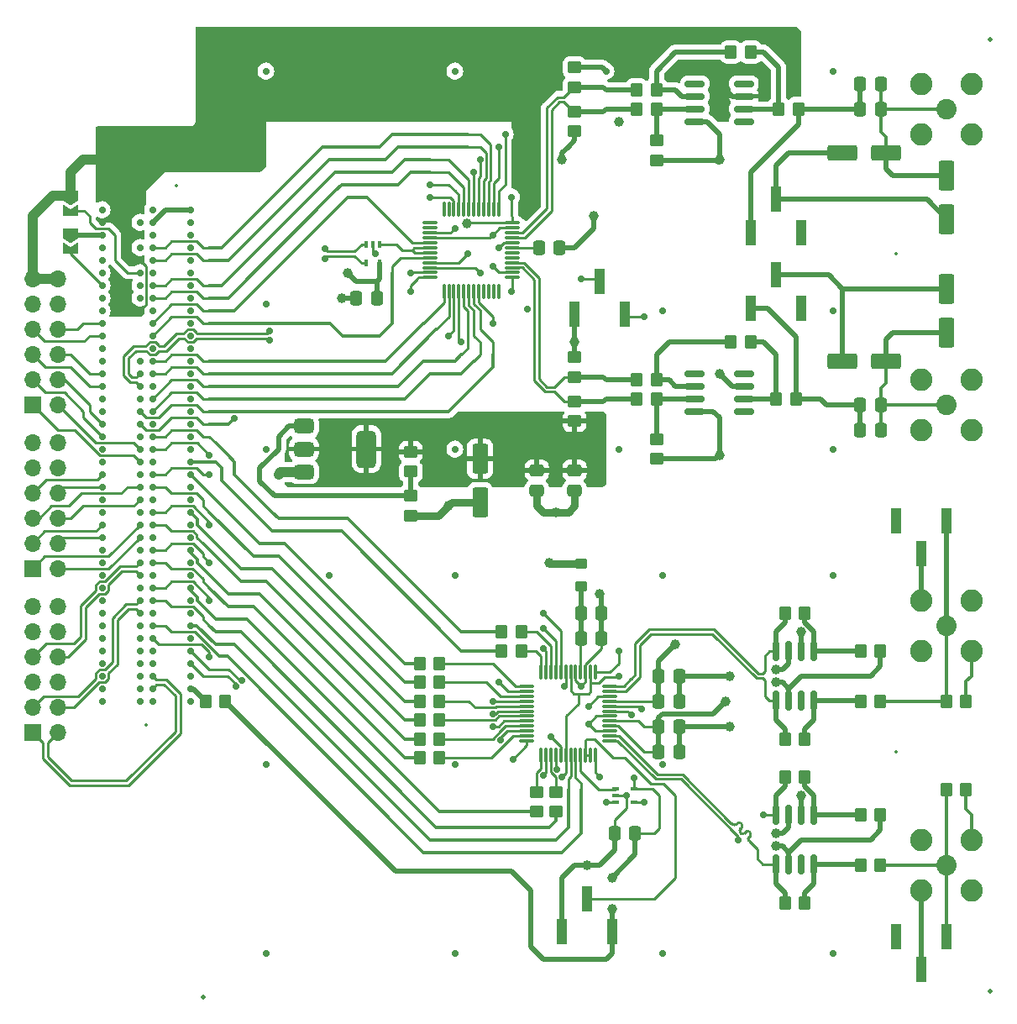
<source format=gtl>
%TF.GenerationSoftware,KiCad,Pcbnew,8.0.0*%
%TF.CreationDate,2024-09-01T00:10:57+03:00*%
%TF.ProjectId,ML605_LPC_Board_wADC_DAC,4d4c3630-355f-44c5-9043-5f426f617264,rev?*%
%TF.SameCoordinates,Original*%
%TF.FileFunction,Copper,L1,Top*%
%TF.FilePolarity,Positive*%
%FSLAX46Y46*%
G04 Gerber Fmt 4.6, Leading zero omitted, Abs format (unit mm)*
G04 Created by KiCad (PCBNEW 8.0.0) date 2024-09-01 00:10:57*
%MOMM*%
%LPD*%
G01*
G04 APERTURE LIST*
G04 Aperture macros list*
%AMRoundRect*
0 Rectangle with rounded corners*
0 $1 Rounding radius*
0 $2 $3 $4 $5 $6 $7 $8 $9 X,Y pos of 4 corners*
0 Add a 4 corners polygon primitive as box body*
4,1,4,$2,$3,$4,$5,$6,$7,$8,$9,$2,$3,0*
0 Add four circle primitives for the rounded corners*
1,1,$1+$1,$2,$3*
1,1,$1+$1,$4,$5*
1,1,$1+$1,$6,$7*
1,1,$1+$1,$8,$9*
0 Add four rect primitives between the rounded corners*
20,1,$1+$1,$2,$3,$4,$5,0*
20,1,$1+$1,$4,$5,$6,$7,0*
20,1,$1+$1,$6,$7,$8,$9,0*
20,1,$1+$1,$8,$9,$2,$3,0*%
%AMFreePoly0*
4,1,6,1.000000,0.000000,0.500000,-0.750000,-0.500000,-0.750000,-0.500000,0.750000,0.500000,0.750000,1.000000,0.000000,1.000000,0.000000,$1*%
%AMFreePoly1*
4,1,6,0.500000,-0.750000,-0.650000,-0.750000,-0.150000,0.000000,-0.650000,0.750000,0.500000,0.750000,0.500000,-0.750000,0.500000,-0.750000,$1*%
G04 Aperture macros list end*
%TA.AperFunction,SMDPad,CuDef*%
%ADD10RoundRect,0.250000X-0.337500X-0.475000X0.337500X-0.475000X0.337500X0.475000X-0.337500X0.475000X0*%
%TD*%
%TA.AperFunction,SMDPad,CuDef*%
%ADD11RoundRect,0.250000X0.350000X0.450000X-0.350000X0.450000X-0.350000X-0.450000X0.350000X-0.450000X0*%
%TD*%
%TA.AperFunction,SMDPad,CuDef*%
%ADD12RoundRect,0.250000X0.337500X0.475000X-0.337500X0.475000X-0.337500X-0.475000X0.337500X-0.475000X0*%
%TD*%
%TA.AperFunction,SMDPad,CuDef*%
%ADD13R,1.000000X2.510000*%
%TD*%
%TA.AperFunction,SMDPad,CuDef*%
%ADD14RoundRect,0.250000X0.450000X-0.350000X0.450000X0.350000X-0.450000X0.350000X-0.450000X-0.350000X0*%
%TD*%
%TA.AperFunction,SMDPad,CuDef*%
%ADD15C,0.500000*%
%TD*%
%TA.AperFunction,SMDPad,CuDef*%
%ADD16RoundRect,0.250000X-0.450000X0.350000X-0.450000X-0.350000X0.450000X-0.350000X0.450000X0.350000X0*%
%TD*%
%TA.AperFunction,ComponentPad*%
%ADD17C,2.050000*%
%TD*%
%TA.AperFunction,ComponentPad*%
%ADD18C,2.250000*%
%TD*%
%TA.AperFunction,SMDPad,CuDef*%
%ADD19RoundRect,0.250000X-0.550000X1.250000X-0.550000X-1.250000X0.550000X-1.250000X0.550000X1.250000X0*%
%TD*%
%TA.AperFunction,SMDPad,CuDef*%
%ADD20RoundRect,0.250000X-0.350000X-0.450000X0.350000X-0.450000X0.350000X0.450000X-0.350000X0.450000X0*%
%TD*%
%TA.AperFunction,SMDPad,CuDef*%
%ADD21RoundRect,0.250000X-0.475000X0.337500X-0.475000X-0.337500X0.475000X-0.337500X0.475000X0.337500X0*%
%TD*%
%TA.AperFunction,SMDPad,CuDef*%
%ADD22RoundRect,0.100000X-0.100000X0.225000X-0.100000X-0.225000X0.100000X-0.225000X0.100000X0.225000X0*%
%TD*%
%TA.AperFunction,SMDPad,CuDef*%
%ADD23RoundRect,0.375000X-0.625000X-0.375000X0.625000X-0.375000X0.625000X0.375000X-0.625000X0.375000X0*%
%TD*%
%TA.AperFunction,SMDPad,CuDef*%
%ADD24RoundRect,0.500000X-0.500000X-1.400000X0.500000X-1.400000X0.500000X1.400000X-0.500000X1.400000X0*%
%TD*%
%TA.AperFunction,SMDPad,CuDef*%
%ADD25RoundRect,0.250000X-1.250000X-0.550000X1.250000X-0.550000X1.250000X0.550000X-1.250000X0.550000X0*%
%TD*%
%TA.AperFunction,SMDPad,CuDef*%
%ADD26RoundRect,0.075000X-0.075000X0.662500X-0.075000X-0.662500X0.075000X-0.662500X0.075000X0.662500X0*%
%TD*%
%TA.AperFunction,SMDPad,CuDef*%
%ADD27RoundRect,0.075000X-0.662500X0.075000X-0.662500X-0.075000X0.662500X-0.075000X0.662500X0.075000X0*%
%TD*%
%TA.AperFunction,ComponentPad*%
%ADD28R,1.700000X1.700000*%
%TD*%
%TA.AperFunction,ComponentPad*%
%ADD29O,1.700000X1.700000*%
%TD*%
%TA.AperFunction,SMDPad,CuDef*%
%ADD30RoundRect,0.100000X-0.225000X-0.100000X0.225000X-0.100000X0.225000X0.100000X-0.225000X0.100000X0*%
%TD*%
%TA.AperFunction,SMDPad,CuDef*%
%ADD31FreePoly0,270.000000*%
%TD*%
%TA.AperFunction,SMDPad,CuDef*%
%ADD32FreePoly1,270.000000*%
%TD*%
%TA.AperFunction,SMDPad,CuDef*%
%ADD33RoundRect,0.150000X-0.825000X-0.150000X0.825000X-0.150000X0.825000X0.150000X-0.825000X0.150000X0*%
%TD*%
%TA.AperFunction,SMDPad,CuDef*%
%ADD34RoundRect,0.250000X-0.350000X0.275000X-0.350000X-0.275000X0.350000X-0.275000X0.350000X0.275000X0*%
%TD*%
%TA.AperFunction,SMDPad,CuDef*%
%ADD35RoundRect,0.250000X0.550000X-1.250000X0.550000X1.250000X-0.550000X1.250000X-0.550000X-1.250000X0*%
%TD*%
%TA.AperFunction,SMDPad,CuDef*%
%ADD36RoundRect,0.150000X-0.150000X0.825000X-0.150000X-0.825000X0.150000X-0.825000X0.150000X0.825000X0*%
%TD*%
%TA.AperFunction,ViaPad*%
%ADD37C,0.700000*%
%TD*%
%TA.AperFunction,ViaPad*%
%ADD38C,1.000000*%
%TD*%
%TA.AperFunction,Conductor*%
%ADD39C,0.508000*%
%TD*%
%TA.AperFunction,Conductor*%
%ADD40C,0.254000*%
%TD*%
%TA.AperFunction,Conductor*%
%ADD41C,0.355600*%
%TD*%
%TA.AperFunction,Conductor*%
%ADD42C,0.762000*%
%TD*%
%TA.AperFunction,Conductor*%
%ADD43C,1.016000*%
%TD*%
%TA.AperFunction,Conductor*%
%ADD44C,0.200000*%
%TD*%
%ADD45C,0.300000*%
%ADD46C,0.350000*%
G04 APERTURE END LIST*
D10*
%TO.P,C38,1*%
%TO.N,GNDA*%
X109522500Y-77610000D03*
%TO.P,C38,2*%
%TO.N,VADJ*%
X111597500Y-77610000D03*
%TD*%
%TO.P,C29,1*%
%TO.N,Net-(J7-Pin_1)*%
X160322500Y-88405000D03*
%TO.P,C29,2*%
%TO.N,Net-(J9-In)*%
X162397500Y-88405000D03*
%TD*%
D11*
%TO.P,R40,1*%
%TO.N,Net-(U4--)*%
X139770000Y-56655000D03*
%TO.P,R40,2*%
%TO.N,/DAC Circuit/IOUTA_P*%
X137770000Y-56655000D03*
%TD*%
D12*
%TO.P,C14,1*%
%TO.N,GNDA*%
X142077500Y-118250000D03*
%TO.P,C14,2*%
%TO.N,/ADC_Circuit/VCM_ADC*%
X140002500Y-118250000D03*
%TD*%
D10*
%TO.P,C12,1*%
%TO.N,3V3*%
X140002500Y-120790000D03*
%TO.P,C12,2*%
%TO.N,GNDA*%
X142077500Y-120790000D03*
%TD*%
D11*
%TO.P,R5,1*%
%TO.N,Net-(IC1-I2)*%
X117910000Y-116345000D03*
%TO.P,R5,2*%
%TO.N,/LA16_P*%
X115910000Y-116345000D03*
%TD*%
%TO.P,R3,1*%
%TO.N,Net-(IC1-I4)*%
X117910000Y-114440000D03*
%TO.P,R3,2*%
%TO.N,/LA15_P*%
X115910000Y-114440000D03*
%TD*%
D13*
%TO.P,J14,1,Pin_1*%
%TO.N,/ADC_Circuit/Q_IN*%
X168980000Y-141995000D03*
%TO.P,J14,2,Pin_2*%
%TO.N,GNDA*%
X166440000Y-145305000D03*
%TO.P,J14,3,Pin_3*%
%TO.N,unconnected-(J14-Pin_3-Pad3)*%
X163900000Y-141995000D03*
%TD*%
D14*
%TO.P,R45,1*%
%TO.N,GNDA*%
X139770000Y-93850000D03*
%TO.P,R45,2*%
%TO.N,Net-(U5-+)*%
X139770000Y-91850000D03*
%TD*%
D15*
%TO.P,FID2,*%
%TO.N,*%
X173425000Y-147460000D03*
%TD*%
D10*
%TO.P,C37,1*%
%TO.N,GNDA*%
X135557500Y-131585000D03*
%TO.P,C37,2*%
%TO.N,VADJ*%
X137632500Y-131585000D03*
%TD*%
D11*
%TO.P,R41,1*%
%TO.N,Net-(U4-+)*%
X139770000Y-58560000D03*
%TO.P,R41,2*%
%TO.N,/DAC Circuit/IOUTA_N*%
X137770000Y-58560000D03*
%TD*%
D16*
%TO.P,R39,1*%
%TO.N,/DAC Circuit/IOUTB_N*%
X131515000Y-88040000D03*
%TO.P,R39,2*%
%TO.N,1V5*%
X131515000Y-90040000D03*
%TD*%
%TO.P,R16,1*%
%TO.N,Net-(IC1-Q2)*%
X127705000Y-127410000D03*
%TO.P,R16,2*%
%TO.N,/LA04_P*%
X127705000Y-129410000D03*
%TD*%
D14*
%TO.P,R38,1*%
%TO.N,/DAC Circuit/IOUTB_P*%
X131515000Y-85595000D03*
%TO.P,R38,2*%
%TO.N,GNDA*%
X131515000Y-83595000D03*
%TD*%
D11*
%TO.P,R11,1*%
%TO.N,Net-(IC1-Q6)*%
X117910000Y-122060000D03*
%TO.P,R11,2*%
%TO.N,/LA07_P*%
X115910000Y-122060000D03*
%TD*%
D17*
%TO.P,J8,1,In*%
%TO.N,Net-(J8-In)*%
X168980000Y-58560000D03*
D18*
%TO.P,J8,2,Ext*%
%TO.N,GNDA*%
X166440000Y-56020000D03*
X166440000Y-61100000D03*
X171520000Y-56020000D03*
X171520000Y-61100000D03*
%TD*%
D19*
%TO.P,C1,1*%
%TO.N,1V5*%
X121990000Y-93825000D03*
%TO.P,C1,2*%
%TO.N,GNDA*%
X121990000Y-98225000D03*
%TD*%
D20*
%TO.P,R48,1*%
%TO.N,/PRSNT_M2C_L*%
X94320000Y-118250000D03*
%TO.P,R48,2*%
%TO.N,VADJ*%
X96320000Y-118250000D03*
%TD*%
D15*
%TO.P,FID1,*%
%TO.N,*%
X173425000Y-51575000D03*
%TD*%
D11*
%TO.P,R30,1*%
%TO.N,/ADC_Circuit/I_IN*%
X162360000Y-118250000D03*
%TO.P,R30,2*%
%TO.N,Net-(IC3-+IN)*%
X160360000Y-118250000D03*
%TD*%
D10*
%TO.P,C4,1*%
%TO.N,Net-(IC1-VD)*%
X132150000Y-111900000D03*
%TO.P,C4,2*%
%TO.N,GNDA*%
X134225000Y-111900000D03*
%TD*%
D13*
%TO.P,J2,1,Pin_1*%
%TO.N,GNDA*%
X130245000Y-141495000D03*
%TO.P,J2,2,Pin_2*%
%TO.N,/ADC_Circuit/PD*%
X132785000Y-138185000D03*
%TO.P,J2,3,Pin_3*%
%TO.N,VADJ*%
X135325000Y-141495000D03*
%TD*%
D11*
%TO.P,R26,1*%
%TO.N,Net-(IC3-+IN)*%
X154740000Y-122060000D03*
%TO.P,R26,2*%
%TO.N,/ADC_Circuit/I-*%
X152740000Y-122060000D03*
%TD*%
%TO.P,R43,1*%
%TO.N,Net-(U5-+)*%
X139770000Y-87770000D03*
%TO.P,R43,2*%
%TO.N,/DAC Circuit/IOUTB_N*%
X137770000Y-87770000D03*
%TD*%
D21*
%TO.P,C2,1*%
%TO.N,1V5*%
X127705000Y-94987500D03*
%TO.P,C2,2*%
%TO.N,GNDA*%
X127705000Y-97062500D03*
%TD*%
D13*
%TO.P,J6,1,Pin_1*%
%TO.N,Net-(J6-Pin_1)*%
X149295000Y-71010000D03*
%TO.P,J6,2,Pin_2*%
%TO.N,Net-(J6-Pin_2)*%
X151835000Y-67700000D03*
%TO.P,J6,3,Pin_3*%
%TO.N,unconnected-(J6-Pin_3-Pad3)*%
X154375000Y-71010000D03*
%TD*%
D22*
%TO.P,U2,1*%
%TO.N,/DAC Circuit/CLKA{slash}CLKIQ*%
X111845000Y-72215000D03*
%TO.P,U2,2,V-*%
%TO.N,GNDA*%
X111195000Y-72215000D03*
%TO.P,U2,3,+*%
%TO.N,/LA26_P*%
X110545000Y-72215000D03*
%TO.P,U2,4,-*%
%TO.N,/LA26_N*%
X110545000Y-74115000D03*
%TO.P,U2,5,V+*%
%TO.N,VADJ*%
X111845000Y-74115000D03*
%TD*%
D11*
%TO.P,R28,1*%
%TO.N,/ADC_Circuit/Q_IN*%
X162360000Y-134760000D03*
%TO.P,R28,2*%
%TO.N,Net-(IC2-+IN)*%
X160360000Y-134760000D03*
%TD*%
D20*
%TO.P,R46,1*%
%TO.N,Net-(U4--)*%
X147295000Y-52845000D03*
%TO.P,R46,2*%
%TO.N,Net-(R46-Pad2)*%
X149295000Y-52845000D03*
%TD*%
D23*
%TO.P,U3,1,ADJ*%
%TO.N,Net-(U3-ADJ)*%
X104235000Y-90550000D03*
%TO.P,U3,2,VO*%
%TO.N,1V5*%
X104235000Y-92850000D03*
D24*
X110535000Y-92850000D03*
D23*
%TO.P,U3,3,VI*%
%TO.N,3V3*%
X104235000Y-95150000D03*
%TD*%
D11*
%TO.P,R25,1*%
%TO.N,Net-(IC2--IN)*%
X154740000Y-125870000D03*
%TO.P,R25,2*%
%TO.N,/ADC_Circuit/Q+*%
X152740000Y-125870000D03*
%TD*%
D16*
%TO.P,R20,1*%
%TO.N,Net-(IC1-Q0)*%
X129610000Y-127410000D03*
%TO.P,R20,2*%
%TO.N,/LA03_P*%
X129610000Y-129410000D03*
%TD*%
D20*
%TO.P,R50,1*%
%TO.N,Net-(R47-Pad2)*%
X151835000Y-87770000D03*
%TO.P,R50,2*%
%TO.N,Net-(J7-Pin_1)*%
X153835000Y-87770000D03*
%TD*%
D25*
%TO.P,C24,1*%
%TO.N,Net-(J6-Pin_2)*%
X158525000Y-63005000D03*
%TO.P,C24,2*%
%TO.N,Net-(J8-In)*%
X162925000Y-63005000D03*
%TD*%
D17*
%TO.P,J9,1,In*%
%TO.N,Net-(J9-In)*%
X168980000Y-88405000D03*
D18*
%TO.P,J9,2,Ext*%
%TO.N,GNDA*%
X166440000Y-85865000D03*
X166440000Y-90945000D03*
X171520000Y-85865000D03*
X171520000Y-90945000D03*
%TD*%
D20*
%TO.P,R15,1*%
%TO.N,/LA15_N*%
X124165000Y-113170000D03*
%TO.P,R15,2*%
%TO.N,Net-(IC1-I5)*%
X126165000Y-113170000D03*
%TD*%
D26*
%TO.P,IC1,1,VREF*%
%TO.N,1V5*%
X133630000Y-115357500D03*
%TO.P,IC1,2,OS*%
%TO.N,VADJ*%
X133130000Y-115357500D03*
%TO.P,IC1,3,AGND_1*%
%TO.N,GNDA*%
X132630000Y-115357500D03*
%TO.P,IC1,4,VD*%
%TO.N,Net-(IC1-VD)*%
X132130000Y-115357500D03*
%TO.P,IC1,5,DGND*%
%TO.N,GNDA*%
X131630000Y-115357500D03*
%TO.P,IC1,6,VDR_1*%
%TO.N,VADJ*%
X131130000Y-115357500D03*
%TO.P,IC1,7,DR_GND_1*%
%TO.N,GNDA*%
X130630000Y-115357500D03*
%TO.P,IC1,8,I9*%
%TO.N,Net-(IC1-I9)*%
X130130000Y-115357500D03*
%TO.P,IC1,9,I8*%
%TO.N,Net-(IC1-I8)*%
X129630000Y-115357500D03*
%TO.P,IC1,10,I7*%
%TO.N,Net-(IC1-I7)*%
X129130000Y-115357500D03*
%TO.P,IC1,11,I6*%
%TO.N,Net-(IC1-I6)*%
X128630000Y-115357500D03*
%TO.P,IC1,12,I5*%
%TO.N,Net-(IC1-I5)*%
X128130000Y-115357500D03*
D27*
%TO.P,IC1,13,I4*%
%TO.N,Net-(IC1-I4)*%
X126717500Y-116770000D03*
%TO.P,IC1,14,I3*%
%TO.N,Net-(IC1-I3)*%
X126717500Y-117270000D03*
%TO.P,IC1,15,I2*%
%TO.N,Net-(IC1-I2)*%
X126717500Y-117770000D03*
%TO.P,IC1,16,I1*%
%TO.N,Net-(IC1-I1)*%
X126717500Y-118270000D03*
%TO.P,IC1,17,I0*%
%TO.N,Net-(IC1-I0)*%
X126717500Y-118770000D03*
%TO.P,IC1,18,Q9*%
%TO.N,Net-(IC1-Q9)*%
X126717500Y-119270000D03*
%TO.P,IC1,19,Q8*%
%TO.N,Net-(IC1-Q8)*%
X126717500Y-119770000D03*
%TO.P,IC1,20,Q7*%
%TO.N,Net-(IC1-Q7)*%
X126717500Y-120270000D03*
%TO.P,IC1,21,Q6*%
%TO.N,Net-(IC1-Q6)*%
X126717500Y-120770000D03*
%TO.P,IC1,22,Q5*%
%TO.N,Net-(IC1-Q5)*%
X126717500Y-121270000D03*
%TO.P,IC1,23,Q4*%
%TO.N,Net-(IC1-Q4)*%
X126717500Y-121770000D03*
%TO.P,IC1,24,Q3*%
%TO.N,Net-(IC1-Q3)*%
X126717500Y-122270000D03*
D26*
%TO.P,IC1,25,Q2*%
%TO.N,Net-(IC1-Q2)*%
X128130000Y-123682500D03*
%TO.P,IC1,26,Q1*%
%TO.N,Net-(IC1-Q1)*%
X128630000Y-123682500D03*
%TO.P,IC1,27,Q0*%
%TO.N,Net-(IC1-Q0)*%
X129130000Y-123682500D03*
%TO.P,IC1,28,I/~{Q}*%
%TO.N,Net-(IC1-I{slash}~{Q})*%
X129630000Y-123682500D03*
%TO.P,IC1,29,DR_GND_2*%
%TO.N,GNDA*%
X130130000Y-123682500D03*
%TO.P,IC1,30,VDR_2*%
%TO.N,VADJ*%
X130630000Y-123682500D03*
%TO.P,IC1,31,OC*%
%TO.N,/LA02_P*%
X131130000Y-123682500D03*
%TO.P,IC1,32,OF*%
%TO.N,/LA00_N_CC*%
X131630000Y-123682500D03*
%TO.P,IC1,33,CLK*%
%TO.N,/ADC_Circuit/CLK*%
X132130000Y-123682500D03*
%TO.P,IC1,34,STBY*%
%TO.N,/ADC_Circuit/PD*%
X132630000Y-123682500D03*
%TO.P,IC1,35,PD*%
X133130000Y-123682500D03*
%TO.P,IC1,36,GAIN*%
%TO.N,/LA00_P_CC*%
X133630000Y-123682500D03*
D27*
%TO.P,IC1,37,Q+*%
%TO.N,/ADC_Circuit/Q+*%
X135042500Y-122270000D03*
%TO.P,IC1,38,Q-*%
%TO.N,/ADC_Circuit/Q-*%
X135042500Y-121770000D03*
%TO.P,IC1,39,AGND_2*%
%TO.N,GNDA*%
X135042500Y-121270000D03*
%TO.P,IC1,40,VA_1*%
%TO.N,3V3*%
X135042500Y-120770000D03*
%TO.P,IC1,41,VA_2*%
X135042500Y-120270000D03*
%TO.P,IC1,42,AGND_3*%
%TO.N,GNDA*%
X135042500Y-119770000D03*
%TO.P,IC1,43,VRP*%
%TO.N,Net-(IC1-VRP)*%
X135042500Y-119270000D03*
%TO.P,IC1,44,VRN*%
%TO.N,Net-(IC1-VRN)*%
X135042500Y-118770000D03*
%TO.P,IC1,45,VCMO*%
%TO.N,/ADC_Circuit/VCM_ADC*%
X135042500Y-118270000D03*
%TO.P,IC1,46,AGND_4*%
%TO.N,GNDA*%
X135042500Y-117770000D03*
%TO.P,IC1,47,I-*%
%TO.N,/ADC_Circuit/I-*%
X135042500Y-117270000D03*
%TO.P,IC1,48,I+*%
%TO.N,/ADC_Circuit/I+*%
X135042500Y-116770000D03*
%TD*%
D11*
%TO.P,R42,1*%
%TO.N,Net-(U5--)*%
X139770000Y-85865000D03*
%TO.P,R42,2*%
%TO.N,/DAC Circuit/IOUTB_P*%
X137770000Y-85865000D03*
%TD*%
D14*
%TO.P,R36,1*%
%TO.N,/DAC Circuit/IOUTA_P*%
X131515000Y-56385000D03*
%TO.P,R36,2*%
%TO.N,GNDA*%
X131515000Y-54385000D03*
%TD*%
D11*
%TO.P,R7,1*%
%TO.N,Net-(IC1-I0)*%
X117910000Y-118250000D03*
%TO.P,R7,2*%
%TO.N,/LA11_P*%
X115910000Y-118250000D03*
%TD*%
D12*
%TO.P,C30,1*%
%TO.N,Net-(J9-In)*%
X162397500Y-90945000D03*
%TO.P,C30,2*%
%TO.N,Net-(J7-Pin_1)*%
X160322500Y-90945000D03*
%TD*%
D15*
%TO.P,FID3,*%
%TO.N,*%
X94050000Y-148095000D03*
%TD*%
D19*
%TO.P,C27,1*%
%TO.N,Net-(J7-Pin_2)*%
X168980000Y-76680000D03*
%TO.P,C27,2*%
%TO.N,Net-(J9-In)*%
X168980000Y-81080000D03*
%TD*%
D20*
%TO.P,R19,1*%
%TO.N,/LA20_N*%
X124165000Y-111265000D03*
%TO.P,R19,2*%
%TO.N,Net-(IC1-I7)*%
X126165000Y-111265000D03*
%TD*%
D10*
%TO.P,C5,1*%
%TO.N,Net-(IC1-VD)*%
X132150000Y-109360000D03*
%TO.P,C5,2*%
%TO.N,GNDA*%
X134225000Y-109360000D03*
%TD*%
D16*
%TO.P,R37,1*%
%TO.N,/DAC Circuit/IOUTA_N*%
X131515000Y-58830000D03*
%TO.P,R37,2*%
%TO.N,1V5*%
X131515000Y-60830000D03*
%TD*%
D28*
%TO.P,J10,1,Pin_1*%
%TO.N,/CLK1_M2C_N*%
X76905000Y-121425000D03*
D29*
%TO.P,J10,2,Pin_2*%
%TO.N,/CLK1_M2C_P*%
X79445000Y-121425000D03*
%TO.P,J10,3,Pin_3*%
%TO.N,/LA01_N_CC*%
X76905000Y-118885000D03*
%TO.P,J10,4,Pin_4*%
%TO.N,/LA01_P_CC*%
X79445000Y-118885000D03*
%TO.P,J10,5,Pin_5*%
%TO.N,/LA06_N*%
X76905000Y-116345000D03*
%TO.P,J10,6,Pin_6*%
%TO.N,/LA06_P*%
X79445000Y-116345000D03*
%TO.P,J10,7,Pin_7*%
%TO.N,/LA05_N*%
X76905000Y-113805000D03*
%TO.P,J10,8,Pin_8*%
%TO.N,/LA05_P*%
X79445000Y-113805000D03*
%TO.P,J10,9,Pin_9*%
%TO.N,GNDA*%
X76905000Y-111265000D03*
%TO.P,J10,10,Pin_10*%
X79445000Y-111265000D03*
%TO.P,J10,11,Pin_11*%
%TO.N,3V3*%
X76905000Y-108725000D03*
%TO.P,J10,12,Pin_12*%
X79445000Y-108725000D03*
%TD*%
D11*
%TO.P,R27,1*%
%TO.N,Net-(IC3--IN)*%
X154740000Y-109360000D03*
%TO.P,R27,2*%
%TO.N,/ADC_Circuit/I+*%
X152740000Y-109360000D03*
%TD*%
D12*
%TO.P,C26,1*%
%TO.N,Net-(J8-In)*%
X162397500Y-56020000D03*
%TO.P,C26,2*%
%TO.N,Net-(J6-Pin_1)*%
X160322500Y-56020000D03*
%TD*%
D26*
%TO.P,IC4,1,DA9_(MSB)*%
%TO.N,/LA32_N*%
X123855000Y-68650000D03*
%TO.P,IC4,2,DA8*%
%TO.N,/LA32_P*%
X123355000Y-68650000D03*
%TO.P,IC4,3,DA7*%
%TO.N,/LA33_N*%
X122855000Y-68650000D03*
%TO.P,IC4,4,DA6*%
%TO.N,/LA33_P*%
X122355000Y-68650000D03*
%TO.P,IC4,5,DA5*%
%TO.N,/LA30_N*%
X121855000Y-68650000D03*
%TO.P,IC4,6,DA4*%
%TO.N,/LA30_P*%
X121355000Y-68650000D03*
%TO.P,IC4,7,DA3*%
%TO.N,/LA31_N*%
X120855000Y-68650000D03*
%TO.P,IC4,8,DA2*%
%TO.N,/LA31_P*%
X120355000Y-68650000D03*
%TO.P,IC4,9,DA1*%
%TO.N,/LA28_N*%
X119855000Y-68650000D03*
%TO.P,IC4,10,DA0_(LSB)*%
%TO.N,/LA28_P*%
X119355000Y-68650000D03*
%TO.P,IC4,11,NC_1*%
%TO.N,unconnected-(IC4-NC_1-Pad11)*%
X118855000Y-68650000D03*
%TO.P,IC4,12,NC_2*%
%TO.N,unconnected-(IC4-NC_2-Pad12)*%
X118355000Y-68650000D03*
D27*
%TO.P,IC4,13,NC_3*%
%TO.N,unconnected-(IC4-NC_3-Pad13)*%
X116942500Y-70062500D03*
%TO.P,IC4,14,NC_4*%
%TO.N,unconnected-(IC4-NC_4-Pad14)*%
X116942500Y-70562500D03*
%TO.P,IC4,15,DGND_1*%
%TO.N,GNDA*%
X116942500Y-71062500D03*
%TO.P,IC4,16,DVDD_1*%
%TO.N,3V3*%
X116942500Y-71562500D03*
%TO.P,IC4,17,WRTA/WRTIQ*%
%TO.N,/LA29_N*%
X116942500Y-72062500D03*
%TO.P,IC4,18,CLKA/CLKIQ*%
%TO.N,/DAC Circuit/CLKA{slash}CLKIQ*%
X116942500Y-72562500D03*
%TO.P,IC4,19,CLKB/RESETIQ*%
X116942500Y-73062500D03*
%TO.P,IC4,20,WRTB/SELECTIQ*%
%TO.N,/LA29_P*%
X116942500Y-73562500D03*
%TO.P,IC4,21,DGND_2*%
%TO.N,GNDA*%
X116942500Y-74062500D03*
%TO.P,IC4,22,DVDD_2*%
%TO.N,3V3*%
X116942500Y-74562500D03*
%TO.P,IC4,23,DB9_(MSB)*%
%TO.N,/LA24_N*%
X116942500Y-75062500D03*
%TO.P,IC4,24,DB8*%
%TO.N,/LA24_P*%
X116942500Y-75562500D03*
D26*
%TO.P,IC4,25,DB7*%
%TO.N,/LA25_N*%
X118355000Y-76975000D03*
%TO.P,IC4,26,DB6*%
%TO.N,/LA25_P*%
X118855000Y-76975000D03*
%TO.P,IC4,27,DB5*%
%TO.N,/LA21_N*%
X119355000Y-76975000D03*
%TO.P,IC4,28,DB4*%
%TO.N,/LA21_P*%
X119855000Y-76975000D03*
%TO.P,IC4,29,DB3*%
%TO.N,/LA22_N*%
X120355000Y-76975000D03*
%TO.P,IC4,30,DB2*%
%TO.N,/LA22_P*%
X120855000Y-76975000D03*
%TO.P,IC4,31,DB1*%
%TO.N,/LA23_N*%
X121355000Y-76975000D03*
%TO.P,IC4,32,DB0_(LSB)*%
%TO.N,/LA23_P*%
X121855000Y-76975000D03*
%TO.P,IC4,33,NC_5*%
%TO.N,unconnected-(IC4-NC_5-Pad33)*%
X122355000Y-76975000D03*
%TO.P,IC4,34,NC_6*%
%TO.N,unconnected-(IC4-NC_6-Pad34)*%
X122855000Y-76975000D03*
%TO.P,IC4,35,NC_7*%
%TO.N,unconnected-(IC4-NC_7-Pad35)*%
X123355000Y-76975000D03*
%TO.P,IC4,36,NC_8*%
%TO.N,unconnected-(IC4-NC_8-Pad36)*%
X123855000Y-76975000D03*
D27*
%TO.P,IC4,37,SLEEP*%
%TO.N,/DAC Circuit/SLEEP*%
X125267500Y-75562500D03*
%TO.P,IC4,38,AGND*%
%TO.N,GNDA*%
X125267500Y-75062500D03*
%TO.P,IC4,39,IOUTB1*%
%TO.N,/DAC Circuit/IOUTB_N*%
X125267500Y-74562500D03*
%TO.P,IC4,40,IOUTB2*%
%TO.N,/DAC Circuit/IOUTB_P*%
X125267500Y-74062500D03*
%TO.P,IC4,41,BIASJ_B*%
%TO.N,unconnected-(IC4-BIASJ_B-Pad41)*%
X125267500Y-73562500D03*
%TO.P,IC4,42,GSET*%
%TO.N,unconnected-(IC4-GSET-Pad42)*%
X125267500Y-73062500D03*
%TO.P,IC4,43,EXTIO*%
%TO.N,Net-(IC4-EXTIO)*%
X125267500Y-72562500D03*
%TO.P,IC4,44,BIASJ_A*%
%TO.N,Net-(IC4-BIASJ_A)*%
X125267500Y-72062500D03*
%TO.P,IC4,45,IOUTA2*%
%TO.N,/DAC Circuit/IOUTA_N*%
X125267500Y-71562500D03*
%TO.P,IC4,46,IOUTA1*%
%TO.N,/DAC Circuit/IOUTA_P*%
X125267500Y-71062500D03*
%TO.P,IC4,47,AVDD*%
%TO.N,3V3*%
X125267500Y-70562500D03*
%TO.P,IC4,48,MODE*%
%TO.N,VADJ*%
X125267500Y-70062500D03*
%TD*%
D20*
%TO.P,R32,1*%
%TO.N,/ADC_Circuit/I_IN*%
X168980000Y-118250000D03*
%TO.P,R32,2*%
%TO.N,GNDA*%
X170980000Y-118250000D03*
%TD*%
D10*
%TO.P,C13,1*%
%TO.N,/ADC_Circuit/VCM_ADC*%
X140002500Y-115710000D03*
%TO.P,C13,2*%
%TO.N,GNDA*%
X142077500Y-115710000D03*
%TD*%
D30*
%TO.P,U1,1*%
%TO.N,/ADC_Circuit/CLK*%
X135645000Y-127125000D03*
%TO.P,U1,2,V-*%
%TO.N,GNDA*%
X135645000Y-127775000D03*
%TO.P,U1,3,+*%
%TO.N,/CLK0_M2C_P*%
X135645000Y-128425000D03*
%TO.P,U1,4,-*%
%TO.N,/CLK0_M2C_N*%
X137545000Y-128425000D03*
%TO.P,U1,5,V+*%
%TO.N,VADJ*%
X137545000Y-127125000D03*
%TD*%
D13*
%TO.P,J7,1,Pin_1*%
%TO.N,Net-(J7-Pin_1)*%
X149295000Y-78630000D03*
%TO.P,J7,2,Pin_2*%
%TO.N,Net-(J7-Pin_2)*%
X151835000Y-75320000D03*
%TO.P,J7,3,Pin_3*%
%TO.N,unconnected-(J7-Pin_3-Pad3)*%
X154375000Y-78630000D03*
%TD*%
D21*
%TO.P,C3,1*%
%TO.N,1V5*%
X131515000Y-94987500D03*
%TO.P,C3,2*%
%TO.N,GNDA*%
X131515000Y-97062500D03*
%TD*%
D16*
%TO.P,R2,1*%
%TO.N,Net-(U3-ADJ)*%
X115005000Y-97565000D03*
%TO.P,R2,2*%
%TO.N,GNDA*%
X115005000Y-99565000D03*
%TD*%
D31*
%TO.P,JP2,1,A*%
%TO.N,3V3*%
X80715000Y-67360000D03*
D32*
%TO.P,JP2,2,B*%
%TO.N,/GA1*%
X80715000Y-68810000D03*
%TD*%
D17*
%TO.P,J5,1,In*%
%TO.N,/ADC_Circuit/I_IN*%
X168980000Y-110630000D03*
D18*
%TO.P,J5,2,Ext*%
%TO.N,GNDA*%
X166440000Y-108090000D03*
X166440000Y-113170000D03*
X171520000Y-108090000D03*
X171520000Y-113170000D03*
%TD*%
D33*
%TO.P,U4,1,NC*%
%TO.N,unconnected-(U4-NC-Pad1)*%
X143645000Y-56020000D03*
%TO.P,U4,2,-*%
%TO.N,Net-(U4--)*%
X143645000Y-57290000D03*
%TO.P,U4,3,+*%
%TO.N,Net-(U4-+)*%
X143645000Y-58560000D03*
%TO.P,U4,4,V-*%
%TO.N,GNDA*%
X143645000Y-59830000D03*
%TO.P,U4,5,NC*%
%TO.N,unconnected-(U4-NC-Pad5)*%
X148595000Y-59830000D03*
%TO.P,U4,6*%
%TO.N,Net-(R46-Pad2)*%
X148595000Y-58560000D03*
%TO.P,U4,7,V+*%
%TO.N,3V3*%
X148595000Y-57290000D03*
%TO.P,U4,8,NC*%
%TO.N,unconnected-(U4-NC-Pad8)*%
X148595000Y-56020000D03*
%TD*%
D13*
%TO.P,J3,1,Pin_1*%
%TO.N,GNDA*%
X131515000Y-79265000D03*
%TO.P,J3,2,Pin_2*%
%TO.N,/DAC Circuit/SLEEP*%
X134055000Y-75955000D03*
%TO.P,J3,3,Pin_3*%
%TO.N,VADJ*%
X136595000Y-79265000D03*
%TD*%
D14*
%TO.P,R44,1*%
%TO.N,GNDA*%
X139770000Y-63735000D03*
%TO.P,R44,2*%
%TO.N,Net-(U4-+)*%
X139770000Y-61735000D03*
%TD*%
D11*
%TO.P,R24,1*%
%TO.N,Net-(IC2-+IN)*%
X154740000Y-138570000D03*
%TO.P,R24,2*%
%TO.N,/ADC_Circuit/Q-*%
X152740000Y-138570000D03*
%TD*%
D10*
%TO.P,C25,1*%
%TO.N,Net-(J6-Pin_1)*%
X160322500Y-58560000D03*
%TO.P,C25,2*%
%TO.N,Net-(J8-In)*%
X162397500Y-58560000D03*
%TD*%
D11*
%TO.P,R9,1*%
%TO.N,Net-(IC1-Q8)*%
X117910000Y-120155000D03*
%TO.P,R9,2*%
%TO.N,/LA12_P*%
X115910000Y-120155000D03*
%TD*%
D34*
%TO.P,L1,1*%
%TO.N,3V3*%
X132150000Y-104400000D03*
%TO.P,L1,2*%
%TO.N,Net-(IC1-VD)*%
X132150000Y-106700000D03*
%TD*%
D11*
%TO.P,R13,1*%
%TO.N,Net-(IC1-Q4)*%
X117910000Y-123965000D03*
%TO.P,R13,2*%
%TO.N,/LA08_P*%
X115910000Y-123965000D03*
%TD*%
D17*
%TO.P,J4,1,In*%
%TO.N,/ADC_Circuit/Q_IN*%
X168980000Y-134760000D03*
D18*
%TO.P,J4,2,Ext*%
%TO.N,GNDA*%
X166440000Y-132220000D03*
X166440000Y-137300000D03*
X171520000Y-132220000D03*
X171520000Y-137300000D03*
%TD*%
D20*
%TO.P,R49,1*%
%TO.N,Net-(R46-Pad2)*%
X152105000Y-58560000D03*
%TO.P,R49,2*%
%TO.N,Net-(J6-Pin_1)*%
X154105000Y-58560000D03*
%TD*%
D31*
%TO.P,JP1,1,A*%
%TO.N,GNDA*%
X80715000Y-71170000D03*
D32*
%TO.P,JP1,2,B*%
%TO.N,/GA0*%
X80715000Y-72620000D03*
%TD*%
D35*
%TO.P,C23,1*%
%TO.N,Net-(J6-Pin_2)*%
X168980000Y-69650000D03*
%TO.P,C23,2*%
%TO.N,Net-(J8-In)*%
X168980000Y-65250000D03*
%TD*%
D28*
%TO.P,J12,1,Pin_1*%
%TO.N,/LA17_P_CC*%
X76905000Y-88405000D03*
D29*
%TO.P,J12,2,Pin_2*%
%TO.N,/LA17_N_CC*%
X79445000Y-88405000D03*
%TO.P,J12,3,Pin_3*%
%TO.N,/LA18_P_CC*%
X76905000Y-85865000D03*
%TO.P,J12,4,Pin_4*%
%TO.N,/LA18_N_CC*%
X79445000Y-85865000D03*
%TO.P,J12,5,Pin_5*%
%TO.N,/LA27_P*%
X76905000Y-83325000D03*
%TO.P,J12,6,Pin_6*%
%TO.N,/LA27_N*%
X79445000Y-83325000D03*
%TO.P,J12,7,Pin_7*%
%TO.N,/SCL*%
X76905000Y-80785000D03*
%TO.P,J12,8,Pin_8*%
%TO.N,/SDA*%
X79445000Y-80785000D03*
%TO.P,J12,9,Pin_9*%
%TO.N,GNDA*%
X76905000Y-78245000D03*
%TO.P,J12,10,Pin_10*%
X79445000Y-78245000D03*
%TO.P,J12,11,Pin_11*%
%TO.N,3V3*%
X76905000Y-75705000D03*
%TO.P,J12,12,Pin_12*%
X79445000Y-75705000D03*
%TD*%
D13*
%TO.P,J13,1,Pin_1*%
%TO.N,/ADC_Circuit/I_IN*%
X168980000Y-100085000D03*
%TO.P,J13,2,Pin_2*%
%TO.N,GNDA*%
X166440000Y-103395000D03*
%TO.P,J13,3,Pin_3*%
%TO.N,unconnected-(J13-Pin_3-Pad3)*%
X163900000Y-100085000D03*
%TD*%
D11*
%TO.P,R29,1*%
%TO.N,GNDA*%
X162360000Y-129680000D03*
%TO.P,R29,2*%
%TO.N,Net-(IC2--IN)*%
X160360000Y-129680000D03*
%TD*%
D33*
%TO.P,U5,1,NC*%
%TO.N,unconnected-(U5-NC-Pad1)*%
X143645000Y-85230000D03*
%TO.P,U5,2,-*%
%TO.N,Net-(U5--)*%
X143645000Y-86500000D03*
%TO.P,U5,3,+*%
%TO.N,Net-(U5-+)*%
X143645000Y-87770000D03*
%TO.P,U5,4,V-*%
%TO.N,GNDA*%
X143645000Y-89040000D03*
%TO.P,U5,5,NC*%
%TO.N,unconnected-(U5-NC-Pad5)*%
X148595000Y-89040000D03*
%TO.P,U5,6*%
%TO.N,Net-(R47-Pad2)*%
X148595000Y-87770000D03*
%TO.P,U5,7,V+*%
%TO.N,3V3*%
X148595000Y-86500000D03*
%TO.P,U5,8,NC*%
%TO.N,unconnected-(U5-NC-Pad8)*%
X148595000Y-85230000D03*
%TD*%
D20*
%TO.P,R33,1*%
%TO.N,/ADC_Circuit/Q_IN*%
X168980000Y-127140000D03*
%TO.P,R33,2*%
%TO.N,GNDA*%
X170980000Y-127140000D03*
%TD*%
D36*
%TO.P,IC3,1,-IN*%
%TO.N,Net-(IC3--IN)*%
X155645000Y-113235000D03*
%TO.P,IC3,2,VOCM*%
%TO.N,/ADC_Circuit/VCM_ADC*%
X154375000Y-113235000D03*
%TO.P,IC3,3,VS+*%
%TO.N,3V3*%
X153105000Y-113235000D03*
%TO.P,IC3,4,+OUT*%
%TO.N,/ADC_Circuit/I+*%
X151835000Y-113235000D03*
%TO.P,IC3,5,-OUT*%
%TO.N,/ADC_Circuit/I-*%
X151835000Y-118185000D03*
%TO.P,IC3,6,VS-*%
%TO.N,GNDA*%
X153105000Y-118185000D03*
%TO.P,IC3,7,~{PD}*%
%TO.N,unconnected-(IC3-~{PD}-Pad7)*%
X154375000Y-118185000D03*
%TO.P,IC3,8,+IN*%
%TO.N,Net-(IC3-+IN)*%
X155645000Y-118185000D03*
%TD*%
D28*
%TO.P,J11,1,Pin_1*%
%TO.N,/LA09_N*%
X76885000Y-104890000D03*
D29*
%TO.P,J11,2,Pin_2*%
%TO.N,/LA09_P*%
X79425000Y-104890000D03*
%TO.P,J11,3,Pin_3*%
%TO.N,/LA10_N*%
X76885000Y-102350000D03*
%TO.P,J11,4,Pin_4*%
%TO.N,/LA10_P*%
X79425000Y-102350000D03*
%TO.P,J11,5,Pin_5*%
%TO.N,/LA13_N*%
X76885000Y-99810000D03*
%TO.P,J11,6,Pin_6*%
%TO.N,/LA13_P*%
X79425000Y-99810000D03*
%TO.P,J11,7,Pin_7*%
%TO.N,/LA14_N*%
X76885000Y-97270000D03*
%TO.P,J11,8,Pin_8*%
%TO.N,/LA14_P*%
X79425000Y-97270000D03*
%TO.P,J11,9,Pin_9*%
%TO.N,GNDA*%
X76885000Y-94730000D03*
%TO.P,J11,10,Pin_10*%
X79425000Y-94730000D03*
%TO.P,J11,11,Pin_11*%
%TO.N,3V3*%
X76885000Y-92190000D03*
%TO.P,J11,12,Pin_12*%
X79425000Y-92190000D03*
%TD*%
D16*
%TO.P,R1,1*%
%TO.N,1V5*%
X115005000Y-93120000D03*
%TO.P,R1,2*%
%TO.N,Net-(U3-ADJ)*%
X115005000Y-95120000D03*
%TD*%
D20*
%TO.P,R47,1*%
%TO.N,Net-(U5--)*%
X147295000Y-82055000D03*
%TO.P,R47,2*%
%TO.N,Net-(R47-Pad2)*%
X149295000Y-82055000D03*
%TD*%
D25*
%TO.P,C28,1*%
%TO.N,Net-(J7-Pin_2)*%
X158525000Y-83960000D03*
%TO.P,C28,2*%
%TO.N,Net-(J9-In)*%
X162925000Y-83960000D03*
%TD*%
D11*
%TO.P,R31,1*%
%TO.N,GNDA*%
X162360000Y-113170000D03*
%TO.P,R31,2*%
%TO.N,Net-(IC3--IN)*%
X160360000Y-113170000D03*
%TD*%
D10*
%TO.P,C15,1*%
%TO.N,3V3*%
X140002500Y-123330000D03*
%TO.P,C15,2*%
%TO.N,GNDA*%
X142077500Y-123330000D03*
%TD*%
%TO.P,C18,1*%
%TO.N,Net-(IC4-EXTIO)*%
X127937500Y-72530000D03*
%TO.P,C18,2*%
%TO.N,GNDA*%
X130012500Y-72530000D03*
%TD*%
D36*
%TO.P,IC2,1,-IN*%
%TO.N,Net-(IC2--IN)*%
X155645000Y-129745000D03*
%TO.P,IC2,2,VOCM*%
%TO.N,/ADC_Circuit/VCM_ADC*%
X154375000Y-129745000D03*
%TO.P,IC2,3,VS+*%
%TO.N,3V3*%
X153105000Y-129745000D03*
%TO.P,IC2,4,+OUT*%
%TO.N,/ADC_Circuit/Q+*%
X151835000Y-129745000D03*
%TO.P,IC2,5,-OUT*%
%TO.N,/ADC_Circuit/Q-*%
X151835000Y-134695000D03*
%TO.P,IC2,6,VS-*%
%TO.N,GNDA*%
X153105000Y-134695000D03*
%TO.P,IC2,7,~{PD}*%
%TO.N,unconnected-(IC2-~{PD}-Pad7)*%
X154375000Y-134695000D03*
%TO.P,IC2,8,+IN*%
%TO.N,Net-(IC2-+IN)*%
X155645000Y-134695000D03*
%TD*%
D37*
%TO.N,GNDA*%
X88970000Y-118250000D03*
X88970000Y-113170000D03*
X87700000Y-110630000D03*
X88970000Y-82690000D03*
X136722000Y-127775000D03*
D38*
X151835000Y-132855000D03*
D37*
X83890000Y-108090000D03*
X92780000Y-69990000D03*
X100400000Y-78245000D03*
X87700000Y-69990000D03*
X135960000Y-92850000D03*
X87700000Y-103010000D03*
X126741822Y-78755178D03*
X111430220Y-73165000D03*
X88970000Y-101740000D03*
X83890000Y-103010000D03*
D38*
X134055000Y-107455000D03*
D37*
X132912000Y-118758000D03*
X92780000Y-115710000D03*
X88970000Y-86500000D03*
X92780000Y-104280000D03*
X92780000Y-92850000D03*
X157550000Y-92850000D03*
X92780000Y-85230000D03*
X83890000Y-68720000D03*
X87700000Y-95390000D03*
X119450000Y-124600000D03*
X92780000Y-77610000D03*
X87700000Y-115710000D03*
X83890000Y-71260000D03*
X88970000Y-94120000D03*
X87700000Y-106820000D03*
X120720000Y-73165000D03*
X88970000Y-114440000D03*
X87700000Y-111900000D03*
D38*
X135960000Y-59830000D03*
D37*
X87700000Y-91580000D03*
X100400000Y-124600000D03*
X88970000Y-97930000D03*
X157550000Y-105550000D03*
D38*
X118815000Y-98565000D03*
D37*
X92780000Y-111900000D03*
D38*
X147136000Y-115710000D03*
D37*
X92780000Y-100470000D03*
D38*
X147136000Y-120790000D03*
D37*
X83890000Y-82690000D03*
X92780000Y-73800000D03*
X83890000Y-109360000D03*
D38*
X146120000Y-63640000D03*
D37*
X92780000Y-96660000D03*
X129102000Y-121806000D03*
X83890000Y-77610000D03*
X87700000Y-99200000D03*
X157550000Y-78880000D03*
X83890000Y-97930000D03*
D38*
X133420000Y-69355000D03*
D37*
X83890000Y-89040000D03*
D38*
X132785000Y-134760000D03*
D37*
X87700000Y-72530000D03*
X83890000Y-94120000D03*
X88970000Y-105550000D03*
X119450000Y-105550000D03*
X87700000Y-83960000D03*
D38*
X151835000Y-116345000D03*
D37*
X140405000Y-78880000D03*
X88970000Y-71260000D03*
X140405000Y-105550000D03*
X87700000Y-87770000D03*
X134690000Y-54750000D03*
X83890000Y-104280000D03*
X83890000Y-118250000D03*
X119450000Y-70625000D03*
X100400000Y-54750000D03*
X88970000Y-68720000D03*
D38*
X129610000Y-99200000D03*
D37*
X140405000Y-143650000D03*
X92780000Y-89040000D03*
D38*
X146120000Y-93485000D03*
D37*
X83890000Y-73800000D03*
D38*
X131515000Y-82055000D03*
D37*
X83890000Y-87770000D03*
X119450000Y-54750000D03*
X92780000Y-108090000D03*
X100400000Y-92850000D03*
X88970000Y-90310000D03*
X106750000Y-105550000D03*
D38*
X108020000Y-77610000D03*
D37*
X119450000Y-92850000D03*
X83890000Y-113170000D03*
X87700000Y-116980000D03*
X83890000Y-114440000D03*
X92780000Y-81420000D03*
X100400000Y-143650000D03*
X123260000Y-74435000D03*
X88970000Y-78880000D03*
X157550000Y-143650000D03*
X157550000Y-54750000D03*
X130503000Y-116726000D03*
X83890000Y-78880000D03*
X140405000Y-124600000D03*
X88970000Y-109360000D03*
X132150000Y-116726000D03*
X83890000Y-92850000D03*
X132912000Y-120536000D03*
X83890000Y-83960000D03*
X83890000Y-99200000D03*
X88970000Y-75070000D03*
X119450000Y-143650000D03*
D38*
%TO.N,1V5*%
X129610000Y-91580000D03*
D37*
X135960000Y-113170000D03*
D38*
X129610000Y-91580000D03*
X130245000Y-63640000D03*
D37*
%TO.N,Net-(IC1-VRN)*%
X138246000Y-119012000D03*
%TO.N,Net-(IC1-VRP)*%
X137230000Y-119643000D03*
D38*
%TO.N,3V3*%
X101670000Y-95390000D03*
X126435000Y-56655000D03*
X106750000Y-56655000D03*
D37*
X87700000Y-78880000D03*
D38*
X146120000Y-85230000D03*
D37*
X123260000Y-71260000D03*
D38*
X106750000Y-52845000D03*
D37*
X87700000Y-71260000D03*
D38*
X151835000Y-131585000D03*
D37*
X126435000Y-69355000D03*
D38*
X146120000Y-56020000D03*
D37*
X83890000Y-69990000D03*
D38*
X146755000Y-118250000D03*
X128975000Y-104280000D03*
X151835000Y-115075000D03*
D37*
X121990000Y-75070000D03*
X87700000Y-68720000D03*
D38*
X126435000Y-52845000D03*
D37*
X87700000Y-73800000D03*
D38*
%TO.N,/ADC_Circuit/VCM_ADC*%
X154335420Y-111304580D03*
X154335420Y-127814580D03*
X141675000Y-112535000D03*
D37*
%TO.N,Net-(IC1-Q3)*%
X125292000Y-124092000D03*
%TO.N,VADJ*%
X92780000Y-68720000D03*
D38*
X135325000Y-139205000D03*
X135325000Y-136030000D03*
D37*
X125165000Y-67450000D03*
X138500000Y-79515000D03*
X130245000Y-125870000D03*
X137484000Y-125997000D03*
X88970000Y-69990000D03*
D38*
X120693616Y-70083028D03*
D37*
X135960000Y-115710000D03*
D38*
X108655000Y-75070000D03*
D37*
%TO.N,Net-(IC1-I1)*%
X123260000Y-118250000D03*
%TO.N,Net-(IC1-Q7)*%
X123260000Y-120790000D03*
%TO.N,/ADC_Circuit/Q+*%
X148025000Y-132220000D03*
X150565000Y-129680000D03*
%TO.N,Net-(IC1-I6)*%
X128340000Y-112916000D03*
%TO.N,Net-(IC1-I3)*%
X123895000Y-116345000D03*
%TO.N,Net-(IC1-I{slash}~{Q})*%
X129757000Y-125108000D03*
%TO.N,Net-(IC1-I8)*%
X128340000Y-110884000D03*
%TO.N,Net-(IC1-Q5)*%
X124020857Y-122185857D03*
%TO.N,Net-(IC1-I9)*%
X128340000Y-109360000D03*
%TO.N,Net-(IC1-Q1)*%
X128361847Y-125718865D03*
%TO.N,Net-(IC1-Q9)*%
X123260000Y-119520000D03*
%TO.N,/LA20_N*%
X88970000Y-91580000D03*
%TO.N,/LA19_N*%
X92780000Y-90310000D03*
%TO.N,/LA20_P*%
X94685000Y-93442200D03*
X88970000Y-92850000D03*
%TO.N,/LA29_P*%
X88970000Y-81420000D03*
%TO.N,/LA33_P*%
X88970000Y-73800000D03*
%TO.N,/DAC Circuit/SLEEP*%
X125165000Y-76975000D03*
X132150000Y-75705000D03*
%TO.N,/LA21_P*%
X92780000Y-87770000D03*
X120085000Y-82055000D03*
%TO.N,/LA22_N*%
X88970000Y-87770000D03*
%TO.N,/LA30_P*%
X121355000Y-64910000D03*
X92780000Y-76340000D03*
%TO.N,/LA30_N*%
X121990000Y-63640000D03*
X92780000Y-75070000D03*
%TO.N,/LA24_N*%
X115005000Y-75070000D03*
X92780000Y-82690000D03*
%TO.N,/LA24_P*%
X115005000Y-76975000D03*
X92780000Y-83960000D03*
%TO.N,/LA22_P*%
X88970000Y-89040000D03*
%TO.N,/LA33_N*%
X88970000Y-72530000D03*
%TO.N,/LA25_P*%
X88970000Y-85230000D03*
%TO.N,/LA21_N*%
X92780000Y-86500000D03*
X118815000Y-81420000D03*
%TO.N,/LA32_P*%
X92780000Y-72530000D03*
X123895000Y-62370000D03*
%TO.N,/LA25_N*%
X88970000Y-83960000D03*
%TO.N,/LA32_N*%
X92780000Y-71260000D03*
X124530000Y-61100000D03*
%TO.N,/LA28_N*%
X116910000Y-66180000D03*
X92780000Y-78880000D03*
%TO.N,Net-(IC4-BIASJ_A)*%
X123895000Y-72530000D03*
%TO.N,/LA31_P*%
X88970000Y-77610000D03*
%TO.N,/LA28_P*%
X92780000Y-80150000D03*
X116910000Y-67450000D03*
%TO.N,/LA31_N*%
X88970000Y-76340000D03*
%TO.N,/PRSNT_M2C_L*%
X92780000Y-116980000D03*
%TO.N,/LA14_P*%
X83890000Y-96660000D03*
%TO.N,/LA27_P*%
X83890000Y-86500000D03*
%TO.N,/CLK1_M2C_N*%
X88970000Y-115710000D03*
%TO.N,/LA07_P*%
X92780000Y-103010000D03*
%TO.N,/PG_C2M*%
X87700000Y-118250000D03*
%TO.N,/SDA*%
X83890000Y-80150000D03*
%TO.N,/DP0_M2C_N*%
X83890000Y-110630000D03*
%TO.N,/CLK1_M2C_P*%
X88970000Y-116980000D03*
%TO.N,/TRST_L*%
X87700000Y-76340000D03*
%TO.N,/GA1*%
X87700000Y-75070000D03*
%TO.N,/DP0_C2M_N*%
X83890000Y-115710000D03*
%TO.N,/LA11_N*%
X92780000Y-97930000D03*
%TO.N,/VREF_A_M2C*%
X92780000Y-118250000D03*
%TO.N,/LA27_N*%
X83890000Y-85230000D03*
%TO.N,/LA26_N*%
X106369000Y-73642000D03*
X100781000Y-81897000D03*
X87700000Y-85230000D03*
%TO.N,/GA0*%
X83890000Y-76340000D03*
%TO.N,/DP0_C2M_P*%
X83890000Y-116980000D03*
%TO.N,/LA15_N*%
X92780000Y-94120000D03*
%TO.N,/LA15_P*%
X92780000Y-95390000D03*
%TO.N,/LA18_P_CC*%
X83890000Y-91580000D03*
%TO.N,/LA17_P_CC*%
X87700000Y-94120000D03*
%TO.N,/LA19_P*%
X92780000Y-91580000D03*
%TO.N,/LA12_N*%
X94685000Y-100470000D03*
X88970000Y-99200000D03*
%TO.N,/LA07_N*%
X92780000Y-101740000D03*
%TO.N,/LA16_N*%
X94685000Y-95390000D03*
X88970000Y-95390000D03*
%TO.N,+12V*%
X83890000Y-75070000D03*
X83890000Y-72530000D03*
%TO.N,/LA23_P*%
X123260000Y-80150000D03*
X87700000Y-90310000D03*
X97225000Y-89717800D03*
%TO.N,/LA00_P_CC*%
X94685000Y-113805000D03*
X88970000Y-111900000D03*
X134055000Y-125870000D03*
%TO.N,/DP0_M2C_P*%
X83890000Y-111900000D03*
%TO.N,/SCL*%
X83890000Y-81420000D03*
%TO.N,/LA13_P*%
X87700000Y-97930000D03*
%TO.N,/LA10_N*%
X83890000Y-100470000D03*
%TO.N,/LA29_N*%
X88970000Y-80150000D03*
%TO.N,/LA05_N*%
X87700000Y-104280000D03*
%TO.N,/LA00_N_CC*%
X88970000Y-110630000D03*
%TO.N,/LA14_N*%
X83890000Y-95390000D03*
%TO.N,/LA26_P*%
X106369000Y-72688000D03*
X87700000Y-86500000D03*
X100781000Y-80943000D03*
%TO.N,/LA09_P*%
X87700000Y-101740000D03*
%TO.N,/LA10_P*%
X83890000Y-101740000D03*
%TO.N,/LA03_N*%
X88970000Y-106820000D03*
X94685000Y-108090000D03*
%TO.N,/GBTCLK0_M2C_N*%
X87700000Y-113170000D03*
%TO.N,/LA13_N*%
X87700000Y-96660000D03*
%TO.N,/LA17_N_CC*%
X87700000Y-92850000D03*
%TO.N,/LA12_P*%
X88970000Y-100470000D03*
%TO.N,/LA11_P*%
X92780000Y-99200000D03*
%TO.N,/LA02_N*%
X92780000Y-109360000D03*
%TO.N,/LA04_P*%
X92780000Y-106820000D03*
%TO.N,/LA08_P*%
X88970000Y-104280000D03*
%TO.N,/LA02_P*%
X92780000Y-110630000D03*
%TO.N,/LA08_N*%
X94685000Y-104280000D03*
X88970000Y-103010000D03*
%TO.N,/LA03_P*%
X88970000Y-108090000D03*
%TO.N,/GBTCLK0_M2C_P*%
X87700000Y-114440000D03*
%TO.N,/LA06_P*%
X83890000Y-106820000D03*
%TO.N,/LA06_N*%
X83890000Y-105550000D03*
%TO.N,/LA05_P*%
X87700000Y-105550000D03*
%TO.N,/CLK0_M2C_N*%
X92780000Y-113170000D03*
X98015723Y-116189277D03*
X138500000Y-128410000D03*
%TO.N,/CLK0_M2C_P*%
X134690000Y-128410000D03*
X92780000Y-114440000D03*
X97411853Y-116793147D03*
%TO.N,/TMS*%
X87700000Y-77610000D03*
%TO.N,/LA04_N*%
X92780000Y-105550000D03*
%TO.N,/LA16_P*%
X88970000Y-96660000D03*
%TO.N,/LA09_N*%
X87700000Y-100470000D03*
%TO.N,/LA23_N*%
X87700000Y-89040000D03*
%TO.N,/LA18_N_CC*%
X83890000Y-90310000D03*
%TO.N,/LA01_N_CC*%
X87700000Y-108090000D03*
%TO.N,/LA01_P_CC*%
X87700000Y-109360000D03*
%TD*%
D39*
%TO.N,GNDA*%
X142077500Y-120790000D02*
X147136000Y-120790000D01*
X153105000Y-133490000D02*
X154375000Y-132220000D01*
X143645000Y-59830000D02*
X144850000Y-59830000D01*
D40*
X135042500Y-119770000D02*
X133678000Y-119770000D01*
X123887500Y-75062500D02*
X123260000Y-74435000D01*
D39*
X142077500Y-115710000D02*
X147136000Y-115710000D01*
X135557500Y-131585000D02*
X135557500Y-133257500D01*
X130245000Y-141495000D02*
X130245000Y-136030000D01*
D40*
X119012500Y-71062500D02*
X119450000Y-70625000D01*
D39*
X144850000Y-59830000D02*
X146120000Y-61100000D01*
D41*
X171520000Y-115710000D02*
X171520000Y-113170000D01*
D40*
X111195000Y-72929780D02*
X111195000Y-72215000D01*
D41*
X171520000Y-129680000D02*
X171520000Y-132220000D01*
D39*
X153105000Y-134695000D02*
X153105000Y-133490000D01*
X146120000Y-89675000D02*
X146120000Y-93485000D01*
X134325000Y-54385000D02*
X131515000Y-54385000D01*
X139770000Y-63735000D02*
X146025000Y-63735000D01*
D40*
X119822500Y-74062500D02*
X116942500Y-74062500D01*
D39*
X162360000Y-114710000D02*
X162360000Y-113170000D01*
X166440000Y-145305000D02*
X166440000Y-137300000D01*
D40*
X135645000Y-127775000D02*
X136722000Y-127775000D01*
D39*
X142077500Y-123330000D02*
X142077500Y-120790000D01*
X153105000Y-116980000D02*
X152470000Y-116345000D01*
D40*
X132630000Y-114549408D02*
X134225000Y-112954408D01*
X135042500Y-121270000D02*
X133646000Y-121270000D01*
D39*
X153105000Y-118185000D02*
X153105000Y-116980000D01*
D40*
X120720000Y-73165000D02*
X119822500Y-74062500D01*
D39*
X134055000Y-134760000D02*
X132785000Y-134760000D01*
D41*
X170980000Y-116250000D02*
X171520000Y-115710000D01*
D40*
X125267500Y-75062500D02*
X123887500Y-75062500D01*
D39*
X154375000Y-115710000D02*
X161360000Y-115710000D01*
D40*
X130630000Y-115357500D02*
X130630000Y-116599000D01*
X130630000Y-116599000D02*
X130503000Y-116726000D01*
D39*
X143645000Y-89040000D02*
X145485000Y-89040000D01*
D42*
X117815000Y-99565000D02*
X118815000Y-98565000D01*
D39*
X134225000Y-107625000D02*
X134055000Y-107455000D01*
D42*
X127705000Y-97062500D02*
X127705000Y-98565000D01*
D39*
X145755000Y-93850000D02*
X146120000Y-93485000D01*
D40*
X131630000Y-116206000D02*
X132150000Y-116726000D01*
D39*
X131515000Y-72530000D02*
X133420000Y-70625000D01*
X133420000Y-70625000D02*
X133420000Y-69355000D01*
D40*
X133678000Y-119770000D02*
X132912000Y-120536000D01*
D39*
X152470000Y-116345000D02*
X151835000Y-116345000D01*
X130245000Y-136030000D02*
X131515000Y-134760000D01*
X109522500Y-77610000D02*
X108020000Y-77610000D01*
D42*
X146025000Y-63735000D02*
X146120000Y-63640000D01*
D40*
X135557500Y-131585000D02*
X135557500Y-130209500D01*
X130130000Y-122834000D02*
X129102000Y-121806000D01*
X134225000Y-112954408D02*
X134225000Y-111900000D01*
D42*
X119155000Y-98225000D02*
X121990000Y-98225000D01*
D40*
X133646000Y-121270000D02*
X132912000Y-120536000D01*
D39*
X135557500Y-133257500D02*
X134055000Y-134760000D01*
X153105000Y-133490000D02*
X152470000Y-132855000D01*
D40*
X133900000Y-117770000D02*
X132912000Y-118758000D01*
D39*
X166440000Y-108090000D02*
X166440000Y-103395000D01*
X154375000Y-132220000D02*
X161360000Y-132220000D01*
D40*
X136722000Y-129045000D02*
X136722000Y-127775000D01*
D39*
X161360000Y-132220000D02*
X162360000Y-131220000D01*
X161360000Y-115710000D02*
X162360000Y-114710000D01*
D40*
X132630000Y-116246000D02*
X132150000Y-116726000D01*
D39*
X80805000Y-71260000D02*
X80715000Y-71170000D01*
X153105000Y-116980000D02*
X154375000Y-115710000D01*
D40*
X130130000Y-123682500D02*
X130130000Y-122834000D01*
D39*
X139770000Y-93850000D02*
X145755000Y-93850000D01*
D40*
X116942500Y-71062500D02*
X119012500Y-71062500D01*
D42*
X128340000Y-99200000D02*
X129610000Y-99200000D01*
D39*
X162360000Y-131220000D02*
X162360000Y-129680000D01*
D42*
X115005000Y-99565000D02*
X117815000Y-99565000D01*
D40*
X135557500Y-130209500D02*
X136722000Y-129045000D01*
X132630000Y-115357500D02*
X132630000Y-116246000D01*
D39*
X83890000Y-71260000D02*
X80805000Y-71260000D01*
D42*
X131515000Y-97062500D02*
X131515000Y-98565000D01*
D39*
X145485000Y-89040000D02*
X146120000Y-89675000D01*
X142077500Y-115710000D02*
X142077500Y-118250000D01*
D41*
X170980000Y-127140000D02*
X170980000Y-129140000D01*
D39*
X131515000Y-79265000D02*
X131515000Y-82055000D01*
D42*
X118815000Y-98565000D02*
X119155000Y-98225000D01*
D40*
X111430220Y-73165000D02*
X111195000Y-72929780D01*
X131630000Y-115357500D02*
X131630000Y-116206000D01*
D41*
X170980000Y-129140000D02*
X171520000Y-129680000D01*
D39*
X152470000Y-132855000D02*
X151835000Y-132855000D01*
X134690000Y-54750000D02*
X134325000Y-54385000D01*
X130012500Y-72530000D02*
X131515000Y-72530000D01*
D42*
X127705000Y-98565000D02*
X128340000Y-99200000D01*
D40*
X132630000Y-115357500D02*
X132630000Y-114549408D01*
D42*
X130880000Y-99200000D02*
X129610000Y-99200000D01*
D39*
X134225000Y-109360000D02*
X134225000Y-111900000D01*
X134225000Y-109360000D02*
X134225000Y-107625000D01*
X131515000Y-83595000D02*
X131515000Y-82055000D01*
X146120000Y-61100000D02*
X146120000Y-63640000D01*
D42*
X131515000Y-98565000D02*
X130880000Y-99200000D01*
D39*
X131515000Y-134760000D02*
X132785000Y-134760000D01*
D41*
X170980000Y-118250000D02*
X170980000Y-116250000D01*
D40*
X135042500Y-117770000D02*
X133900000Y-117770000D01*
D39*
%TO.N,1V5*%
X130880000Y-62370000D02*
X130245000Y-63005000D01*
D40*
X135042500Y-115357500D02*
X135960000Y-114440000D01*
X133630000Y-115357500D02*
X135042500Y-115357500D01*
D39*
X131515000Y-60830000D02*
X131515000Y-61735000D01*
X130245000Y-63005000D02*
X130245000Y-63640000D01*
D40*
X135960000Y-114440000D02*
X135960000Y-113170000D01*
D39*
X131515000Y-61735000D02*
X130880000Y-62370000D01*
D40*
%TO.N,Net-(IC1-VD)*%
X132130000Y-111920000D02*
X132150000Y-111900000D01*
X132130000Y-115357500D02*
X132130000Y-111920000D01*
D39*
X132150000Y-106700000D02*
X132150000Y-109360000D01*
X132150000Y-109360000D02*
X132150000Y-111900000D01*
D40*
%TO.N,Net-(IC1-VRN)*%
X135042500Y-118770000D02*
X138004000Y-118770000D01*
X138004000Y-118770000D02*
X138246000Y-119012000D01*
%TO.N,Net-(IC1-VRP)*%
X136857000Y-119270000D02*
X137230000Y-119643000D01*
X135042500Y-119270000D02*
X136857000Y-119270000D01*
%TO.N,3V3*%
X123260000Y-71260000D02*
X122957500Y-71562500D01*
D43*
X101670000Y-95390000D02*
X101910000Y-95150000D01*
X101910000Y-95150000D02*
X104235000Y-95150000D01*
D39*
X145485000Y-119520000D02*
X146755000Y-118250000D01*
D43*
X80715000Y-64910000D02*
X81985000Y-63640000D01*
D42*
X129095000Y-104400000D02*
X128975000Y-104280000D01*
D40*
X135042500Y-120770000D02*
X135940000Y-120770000D01*
D43*
X80715000Y-67360000D02*
X80715000Y-64910000D01*
D39*
X148595000Y-57290000D02*
X147390000Y-57290000D01*
X147390000Y-57290000D02*
X146120000Y-56020000D01*
D40*
X87700000Y-78880000D02*
X88327000Y-78253000D01*
D42*
X132150000Y-104400000D02*
X129095000Y-104400000D01*
D43*
X76905000Y-75705000D02*
X79445000Y-75705000D01*
D39*
X140002500Y-120790000D02*
X140002500Y-119922500D01*
D43*
X97860000Y-56655000D02*
X106750000Y-56655000D01*
D39*
X140405000Y-119520000D02*
X145485000Y-119520000D01*
X147390000Y-86500000D02*
X146120000Y-85230000D01*
D40*
X137980000Y-120270000D02*
X138500000Y-120790000D01*
X88327000Y-78253000D02*
X88327000Y-74427000D01*
D39*
X152470000Y-115075000D02*
X151835000Y-115075000D01*
X153105000Y-129745000D02*
X153105000Y-130950000D01*
D43*
X76905000Y-69355000D02*
X76905000Y-75705000D01*
D40*
X123260000Y-71260000D02*
X123957500Y-70562500D01*
D39*
X153105000Y-113235000D02*
X153105000Y-114440000D01*
D40*
X122957500Y-71562500D02*
X116942500Y-71562500D01*
X121482500Y-74562500D02*
X116942500Y-74562500D01*
D39*
X140002500Y-119922500D02*
X140405000Y-119520000D01*
D40*
X135042500Y-120270000D02*
X137980000Y-120270000D01*
X123957500Y-70562500D02*
X125267500Y-70562500D01*
X121990000Y-75070000D02*
X121482500Y-74562500D01*
X135940000Y-120770000D02*
X138500000Y-123330000D01*
D39*
X153105000Y-130950000D02*
X152470000Y-131585000D01*
D43*
X97860000Y-63640000D02*
X97860000Y-56655000D01*
X78900000Y-67360000D02*
X76905000Y-69355000D01*
D40*
X138500000Y-120790000D02*
X140002500Y-120790000D01*
D39*
X153105000Y-114440000D02*
X152470000Y-115075000D01*
X140002500Y-120790000D02*
X140002500Y-123330000D01*
D43*
X80715000Y-67360000D02*
X78900000Y-67360000D01*
D39*
X152470000Y-131585000D02*
X151835000Y-131585000D01*
D43*
X81985000Y-63640000D02*
X97860000Y-63640000D01*
D40*
X138500000Y-123330000D02*
X140002500Y-123330000D01*
X88327000Y-74427000D02*
X87700000Y-73800000D01*
D39*
X148595000Y-86500000D02*
X147390000Y-86500000D01*
D40*
%TO.N,/ADC_Circuit/VCM_ADC*%
X135042500Y-118270000D02*
X139982500Y-118270000D01*
D39*
X154375000Y-129745000D02*
X154375000Y-127854160D01*
X154375000Y-111344160D02*
X154335420Y-111304580D01*
X140002500Y-115710000D02*
X140002500Y-114207500D01*
D40*
X139982500Y-118270000D02*
X140002500Y-118250000D01*
D39*
X154375000Y-127854160D02*
X154335420Y-127814580D01*
X154335420Y-113195420D02*
X154375000Y-113235000D01*
X140002500Y-115710000D02*
X140002500Y-118250000D01*
X154375000Y-113235000D02*
X154375000Y-111344160D01*
X140002500Y-114207500D02*
X141675000Y-112535000D01*
D40*
%TO.N,Net-(IC4-EXTIO)*%
X125267500Y-72562500D02*
X127905000Y-72562500D01*
X127905000Y-72562500D02*
X127937500Y-72530000D01*
D39*
%TO.N,Net-(J6-Pin_2)*%
X168980000Y-69650000D02*
X167030000Y-67700000D01*
X158525000Y-63005000D02*
X153105000Y-63005000D01*
X153105000Y-63005000D02*
X151835000Y-64275000D01*
X151835000Y-64275000D02*
X151835000Y-67700000D01*
X167030000Y-67700000D02*
X151835000Y-67700000D01*
D41*
%TO.N,Net-(J8-In)*%
X168980000Y-58560000D02*
X162397500Y-58560000D01*
D39*
X162925000Y-64570000D02*
X162925000Y-63005000D01*
D41*
X162397500Y-58560000D02*
X162397500Y-56020000D01*
X162397500Y-58560000D02*
X162397500Y-60867500D01*
X162925000Y-61395000D02*
X162925000Y-63005000D01*
X162397500Y-60867500D02*
X162925000Y-61395000D01*
D39*
X163605000Y-65250000D02*
X162925000Y-64570000D01*
X168980000Y-65250000D02*
X163605000Y-65250000D01*
D41*
%TO.N,Net-(J9-In)*%
X162925000Y-86205000D02*
X162925000Y-83960000D01*
X162397500Y-90945000D02*
X162397500Y-88405000D01*
D39*
X163605000Y-81080000D02*
X168980000Y-81080000D01*
X162925000Y-83960000D02*
X162925000Y-81760000D01*
D41*
X168980000Y-88405000D02*
X162397500Y-88405000D01*
D39*
X162925000Y-81760000D02*
X163605000Y-81080000D01*
D41*
X162397500Y-86732500D02*
X162925000Y-86205000D01*
X162397500Y-88405000D02*
X162397500Y-86732500D01*
D39*
%TO.N,Net-(J7-Pin_2)*%
X157165000Y-75320000D02*
X151835000Y-75320000D01*
X158525000Y-76680000D02*
X168980000Y-76680000D01*
X158525000Y-83960000D02*
X158525000Y-76680000D01*
X158525000Y-76680000D02*
X157165000Y-75320000D01*
D40*
%TO.N,Net-(IC1-I2)*%
X126717500Y-117770000D02*
X124050000Y-117770000D01*
X124050000Y-117770000D02*
X122625000Y-116345000D01*
X122625000Y-116345000D02*
X117910000Y-116345000D01*
%TO.N,Net-(IC1-Q3)*%
X126717500Y-122666500D02*
X125292000Y-124092000D01*
X126717500Y-122270000D02*
X126717500Y-122666500D01*
%TO.N,Net-(IC1-Q2)*%
X127705000Y-127410000D02*
X127705000Y-125489000D01*
X128130000Y-125064000D02*
X128130000Y-123682500D01*
X127705000Y-125489000D02*
X128130000Y-125064000D01*
%TO.N,VADJ*%
X130630000Y-125485000D02*
X130630000Y-123682500D01*
X137545000Y-127125000D02*
X139374000Y-127125000D01*
D39*
X127070000Y-143015000D02*
X128340000Y-144285000D01*
X96320000Y-118250000D02*
X113465000Y-135395000D01*
D40*
X133130000Y-117270000D02*
X133130000Y-116345000D01*
X133130000Y-116345000D02*
X133130000Y-115357500D01*
D39*
X137632500Y-133722500D02*
X135325000Y-136030000D01*
X125165000Y-135395000D02*
X127070000Y-137300000D01*
X135325000Y-139205000D02*
X135325000Y-141495000D01*
D40*
X135858500Y-115811500D02*
X134588500Y-115811500D01*
X135960000Y-115710000D02*
X135858500Y-115811500D01*
D39*
X135325000Y-143650000D02*
X135325000Y-141495000D01*
D40*
X138500000Y-79515000D02*
X136845000Y-79515000D01*
D39*
X113465000Y-135395000D02*
X125165000Y-135395000D01*
D40*
X125267500Y-70062500D02*
X120714144Y-70062500D01*
X120786644Y-69990000D02*
X120693616Y-70083028D01*
D39*
X111597500Y-75937500D02*
X111845000Y-75690000D01*
D40*
X131130000Y-115357500D02*
X131130000Y-117230000D01*
D39*
X127070000Y-137300000D02*
X127070000Y-143015000D01*
D40*
X133207000Y-116422000D02*
X133130000Y-116345000D01*
X125267500Y-70062500D02*
X125267500Y-69457500D01*
X125165000Y-69355000D02*
X125165000Y-67450000D01*
X139516000Y-131585000D02*
X137632500Y-131585000D01*
D39*
X92780000Y-68720000D02*
X90240000Y-68720000D01*
D40*
X136845000Y-79515000D02*
X136595000Y-79265000D01*
X132912000Y-117488000D02*
X133130000Y-117270000D01*
D39*
X90240000Y-68720000D02*
X88970000Y-69990000D01*
X137632500Y-131585000D02*
X137632500Y-133722500D01*
X109522500Y-75937500D02*
X111597500Y-75937500D01*
D40*
X137484000Y-125997000D02*
X137545000Y-126058000D01*
X131896000Y-117488000D02*
X132912000Y-117488000D01*
X140024000Y-127775000D02*
X140024000Y-131077000D01*
D39*
X128340000Y-144285000D02*
X134690000Y-144285000D01*
D40*
X131896000Y-118504000D02*
X131896000Y-117488000D01*
D39*
X108655000Y-75070000D02*
X109522500Y-75937500D01*
X111597500Y-77610000D02*
X111597500Y-75937500D01*
D40*
X139374000Y-127125000D02*
X140024000Y-127775000D01*
X130630000Y-123682500D02*
X130630000Y-119770000D01*
D39*
X134690000Y-144285000D02*
X135325000Y-143650000D01*
D40*
X130245000Y-125870000D02*
X130630000Y-125485000D01*
X137545000Y-126058000D02*
X137545000Y-127125000D01*
X140024000Y-131077000D02*
X139516000Y-131585000D01*
X131388000Y-117488000D02*
X131896000Y-117488000D01*
X120714144Y-70062500D02*
X120693616Y-70083028D01*
X125267500Y-69457500D02*
X125165000Y-69355000D01*
X131130000Y-117230000D02*
X131388000Y-117488000D01*
D39*
X111845000Y-75690000D02*
X111845000Y-74115000D01*
D40*
X134588500Y-115811500D02*
X133978000Y-116422000D01*
X133978000Y-116422000D02*
X133207000Y-116422000D01*
X130630000Y-119770000D02*
X131896000Y-118504000D01*
%TO.N,Net-(IC1-Q4)*%
X125323426Y-121770000D02*
X123128426Y-123965000D01*
X126717500Y-121770000D02*
X125323426Y-121770000D01*
X123128426Y-123965000D02*
X117910000Y-123965000D01*
%TO.N,Net-(IC1-I0)*%
X123626712Y-118770000D02*
X123519712Y-118877000D01*
X121488856Y-118877000D02*
X120861856Y-118250000D01*
X120861856Y-118250000D02*
X117910000Y-118250000D01*
X123519712Y-118877000D02*
X121488856Y-118877000D01*
X126717500Y-118770000D02*
X123626712Y-118770000D01*
%TO.N,Net-(IC1-I7)*%
X127705000Y-111265000D02*
X126165000Y-111265000D01*
X129130000Y-112690000D02*
X127705000Y-111265000D01*
X129130000Y-115357500D02*
X129130000Y-112690000D01*
%TO.N,/ADC_Circuit/I-*%
X150692000Y-116187717D02*
X150692000Y-117742000D01*
X136173751Y-117245000D02*
X136648200Y-117245000D01*
X138090000Y-112628200D02*
X139228200Y-111490000D01*
X136148751Y-117270000D02*
X136173751Y-117245000D01*
D39*
X151835000Y-120155000D02*
X151835000Y-118185000D01*
D40*
X135042500Y-117270000D02*
X136148751Y-117270000D01*
X142345841Y-111490000D02*
X145391800Y-111490000D01*
X142203438Y-111490000D02*
X142345841Y-111490000D01*
D39*
X152740000Y-122060000D02*
X152740000Y-121060000D01*
D40*
X150441539Y-115937256D02*
X150692000Y-116187717D01*
X151135000Y-118185000D02*
X151835000Y-118185000D01*
X149839056Y-115937256D02*
X150441539Y-115937256D01*
D39*
X152740000Y-121060000D02*
X151835000Y-120155000D01*
D40*
X138090000Y-115803200D02*
X138090000Y-112628200D01*
X136648200Y-117245000D02*
X138090000Y-115803200D01*
X139228200Y-111490000D02*
X142203438Y-111490000D01*
X145391800Y-111490000D02*
X149839056Y-115937256D01*
X150692000Y-117742000D02*
X151135000Y-118185000D01*
%TO.N,Net-(IC1-I1)*%
X123280000Y-118270000D02*
X123260000Y-118250000D01*
X126717500Y-118270000D02*
X123280000Y-118270000D01*
%TO.N,Net-(IC1-Q6)*%
X124076000Y-121244000D02*
X123260000Y-122060000D01*
X124083052Y-121244000D02*
X124076000Y-121244000D01*
X126717500Y-120770000D02*
X124557052Y-120770000D01*
X123260000Y-122060000D02*
X117910000Y-122060000D01*
X124557052Y-120770000D02*
X124083052Y-121244000D01*
%TO.N,/ADC_Circuit/PD*%
X133130000Y-123682500D02*
X132630000Y-123682500D01*
X140449000Y-126549000D02*
X141675000Y-127775000D01*
X132785000Y-122060000D02*
X133524408Y-122060000D01*
X132630000Y-122215000D02*
X132785000Y-122060000D01*
X132630000Y-123682500D02*
X132630000Y-122215000D01*
X133524408Y-122060000D02*
X135429408Y-123965000D01*
X136595000Y-123965000D02*
X139179000Y-126549000D01*
X141675000Y-127775000D02*
X141675000Y-136030000D01*
X139179000Y-126549000D02*
X140449000Y-126549000D01*
X141675000Y-136030000D02*
X139520000Y-138185000D01*
X139520000Y-138185000D02*
X132785000Y-138185000D01*
X135429408Y-123965000D02*
X136595000Y-123965000D01*
%TO.N,Net-(IC1-Q7)*%
X124415000Y-120270000D02*
X123895000Y-120790000D01*
X123895000Y-120790000D02*
X123260000Y-120790000D01*
X126717500Y-120270000D02*
X124415000Y-120270000D01*
%TO.N,/ADC_Circuit/Q+*%
X148025000Y-131903200D02*
X148025000Y-132220000D01*
X135042500Y-122270000D02*
X135630000Y-122270000D01*
D39*
X152740000Y-126870000D02*
X151835000Y-127775000D01*
D40*
X142216800Y-126095000D02*
X148025000Y-131903200D01*
D44*
X151770000Y-129680000D02*
X151835000Y-129745000D01*
D40*
X135826800Y-122245000D02*
X139676800Y-126095000D01*
X139676800Y-126095000D02*
X142216800Y-126095000D01*
X135630000Y-122270000D02*
X135655000Y-122245000D01*
D39*
X152740000Y-125870000D02*
X152740000Y-126870000D01*
D40*
X135655000Y-122245000D02*
X135826800Y-122245000D01*
D39*
X151835000Y-127775000D02*
X151835000Y-129745000D01*
D40*
X150565000Y-129680000D02*
X151770000Y-129680000D01*
%TO.N,Net-(IC1-I6)*%
X128630000Y-115357500D02*
X128630000Y-113206000D01*
X128630000Y-113206000D02*
X128340000Y-112916000D01*
%TO.N,Net-(IC1-I3)*%
X124820000Y-117270000D02*
X123895000Y-116345000D01*
X126717500Y-117270000D02*
X124820000Y-117270000D01*
%TO.N,Net-(IC1-Q0)*%
X129130000Y-125390000D02*
X129610000Y-125870000D01*
X129610000Y-125870000D02*
X129610000Y-127410000D01*
X129130000Y-123682500D02*
X129130000Y-125390000D01*
%TO.N,Net-(IC1-I4)*%
X126717500Y-116770000D02*
X125590000Y-116770000D01*
X123260000Y-114440000D02*
X117910000Y-114440000D01*
X125590000Y-116770000D02*
X123260000Y-114440000D01*
D39*
%TO.N,/ADC_Circuit/Q-*%
X152740000Y-137570000D02*
X152740000Y-138570000D01*
X151835000Y-136665000D02*
X152740000Y-137570000D01*
D40*
X147914858Y-130568344D02*
X147793235Y-130689966D01*
X148224572Y-131121303D02*
X148346194Y-130999680D01*
X142403200Y-125645000D02*
X147295100Y-130536900D01*
X148310838Y-131552637D02*
X148224572Y-131466372D01*
X150500000Y-134695000D02*
X149930000Y-134125000D01*
X135042500Y-121770000D02*
X135630000Y-121770000D01*
X147361901Y-130603701D02*
X147295100Y-130536900D01*
X136013200Y-121795000D02*
X139863200Y-125645000D01*
X147448167Y-130689966D02*
X147361901Y-130603701D01*
D39*
X151835000Y-134695000D02*
X151835000Y-136665000D01*
D40*
X149208865Y-131517283D02*
X149122597Y-131431015D01*
X135630000Y-121770000D02*
X135655000Y-121795000D01*
X139863200Y-125645000D02*
X142403200Y-125645000D01*
X149087243Y-131983974D02*
X149208865Y-131862351D01*
X135655000Y-121795000D02*
X136013200Y-121795000D01*
X149930000Y-134125000D02*
X149930000Y-133171800D01*
X151835000Y-134695000D02*
X150500000Y-134695000D01*
X149930000Y-133171800D02*
X149087243Y-132329043D01*
X148777529Y-131431015D02*
X148655906Y-131552637D01*
X148346194Y-130654612D02*
X148259926Y-130568344D01*
X149087243Y-132329043D02*
G75*
G02*
X149087235Y-131983966I172557J172543D01*
G01*
X148655905Y-131552636D02*
G75*
G02*
X148310839Y-131552636I-172533J172533D01*
G01*
X149122596Y-131431016D02*
G75*
G03*
X148777530Y-131431016I-172533J-172533D01*
G01*
X148346194Y-130999680D02*
G75*
G03*
X148346240Y-130654566I-172494J172580D01*
G01*
X149208864Y-131862350D02*
G75*
G03*
X149208881Y-131517267I-172564J172550D01*
G01*
X148259925Y-130568345D02*
G75*
G03*
X147914859Y-130568345I-172533J-172533D01*
G01*
X147793234Y-130689965D02*
G75*
G02*
X147448168Y-130689965I-172533J172533D01*
G01*
X148224572Y-131466372D02*
G75*
G02*
X148224535Y-131121266I172528J172572D01*
G01*
D39*
%TO.N,/ADC_Circuit/I+*%
X152740000Y-109360000D02*
X152740000Y-110360000D01*
D40*
X136148751Y-116770000D02*
X136173751Y-116795000D01*
X145578200Y-111040000D02*
X150025456Y-115487256D01*
X137209915Y-116046885D02*
X137292983Y-115963817D01*
X137640000Y-115616800D02*
X137640000Y-112441800D01*
X136173751Y-116795000D02*
X136461800Y-116795000D01*
X150692000Y-115236795D02*
X150692000Y-113678000D01*
X151135000Y-113235000D02*
X151835000Y-113235000D01*
X137292983Y-115963817D02*
X137640000Y-115616800D01*
X139041800Y-111040000D02*
X145578200Y-111040000D01*
D39*
X152740000Y-110360000D02*
X151835000Y-111265000D01*
D40*
X150441539Y-115487256D02*
X150692000Y-115236795D01*
X150025456Y-115487256D02*
X150441539Y-115487256D01*
X137640000Y-112441800D02*
X139041800Y-111040000D01*
X136461800Y-116795000D02*
X137209915Y-116046885D01*
X150692000Y-113678000D02*
X151135000Y-113235000D01*
X135042500Y-116770000D02*
X136148751Y-116770000D01*
D39*
X151835000Y-111265000D02*
X151835000Y-113235000D01*
D40*
%TO.N,/ADC_Circuit/CLK*%
X135645000Y-127125000D02*
X135630000Y-127140000D01*
X135630000Y-127140000D02*
X133928000Y-127140000D01*
X132130000Y-125342000D02*
X132130000Y-123682500D01*
X133928000Y-127140000D02*
X132130000Y-125342000D01*
%TO.N,Net-(IC1-I{slash}~{Q})*%
X129630000Y-123682500D02*
X129630000Y-124981000D01*
X129630000Y-124981000D02*
X129757000Y-125108000D01*
%TO.N,Net-(IC1-I8)*%
X129630000Y-115357500D02*
X129630000Y-112174000D01*
X129630000Y-112174000D02*
X128340000Y-110884000D01*
%TO.N,Net-(IC1-Q5)*%
X124699104Y-121270000D02*
X123905578Y-122063526D01*
X126717500Y-121270000D02*
X124699104Y-121270000D01*
X123905578Y-122070578D02*
X124020857Y-122185857D01*
X123905578Y-122063526D02*
X123905578Y-122070578D01*
%TO.N,Net-(IC1-Q8)*%
X117918000Y-120147000D02*
X117910000Y-120155000D01*
X126717500Y-119770000D02*
X123910817Y-119770000D01*
X123533817Y-120147000D02*
X117918000Y-120147000D01*
X123910817Y-119770000D02*
X123533817Y-120147000D01*
%TO.N,Net-(IC1-I9)*%
X130130000Y-111150000D02*
X128340000Y-109360000D01*
X130130000Y-115357500D02*
X130130000Y-111150000D01*
%TO.N,Net-(IC1-Q1)*%
X128630000Y-125450712D02*
X128361847Y-125718865D01*
X128630000Y-123682500D02*
X128630000Y-125450712D01*
%TO.N,Net-(IC1-Q9)*%
X123260000Y-119520000D02*
X123518764Y-119520000D01*
X123518764Y-119520000D02*
X123768764Y-119270000D01*
X123768764Y-119270000D02*
X126717500Y-119270000D01*
%TO.N,/LA20_N*%
X95320000Y-92215000D02*
X94685000Y-91580000D01*
X90875000Y-90945000D02*
X90240000Y-91580000D01*
D41*
X101670000Y-99835000D02*
X101035000Y-99200000D01*
X97225000Y-94120000D02*
X96590000Y-93485000D01*
D40*
X94050000Y-91580000D02*
X93415000Y-90945000D01*
X93415000Y-90945000D02*
X90875000Y-90945000D01*
X90240000Y-91580000D02*
X88970000Y-91580000D01*
D41*
X97225000Y-95390000D02*
X97225000Y-94120000D01*
X108655000Y-99835000D02*
X101670000Y-99835000D01*
X120085000Y-111265000D02*
X108655000Y-99835000D01*
X124165000Y-111265000D02*
X120085000Y-111265000D01*
X96590000Y-93485000D02*
X95320000Y-92215000D01*
D40*
X94685000Y-91580000D02*
X94050000Y-91580000D01*
D41*
X101035000Y-99200000D02*
X97225000Y-95390000D01*
D40*
%TO.N,Net-(IC1-I5)*%
X128130000Y-115357500D02*
X128130000Y-113722000D01*
X127578000Y-113170000D02*
X126165000Y-113170000D01*
X128130000Y-113722000D02*
X127578000Y-113170000D01*
%TO.N,/LA20_P*%
X90240000Y-92850000D02*
X88970000Y-92850000D01*
X94685000Y-93442200D02*
X93457800Y-92215000D01*
X93457800Y-92215000D02*
X90875000Y-92215000D01*
X90875000Y-92215000D02*
X90240000Y-92850000D01*
D39*
%TO.N,Net-(IC2--IN)*%
X154740000Y-125870000D02*
X154740000Y-126870000D01*
X155645000Y-127775000D02*
X155645000Y-129745000D01*
X155645000Y-129745000D02*
X160295000Y-129745000D01*
X154740000Y-126870000D02*
X155645000Y-127775000D01*
X160295000Y-129745000D02*
X160360000Y-129680000D01*
%TO.N,Net-(IC2-+IN)*%
X160295000Y-134695000D02*
X160360000Y-134760000D01*
X155645000Y-136665000D02*
X154740000Y-137570000D01*
X154740000Y-137570000D02*
X154740000Y-138570000D01*
X155645000Y-134695000D02*
X155645000Y-136665000D01*
X155645000Y-134695000D02*
X160295000Y-134695000D01*
%TO.N,Net-(IC3-+IN)*%
X154740000Y-122060000D02*
X154740000Y-121060000D01*
X155645000Y-118185000D02*
X160295000Y-118185000D01*
X154740000Y-121060000D02*
X155645000Y-120155000D01*
X155645000Y-120155000D02*
X155645000Y-118185000D01*
X160295000Y-118185000D02*
X160360000Y-118250000D01*
%TO.N,Net-(IC3--IN)*%
X155645000Y-111265000D02*
X155645000Y-113235000D01*
X154740000Y-109360000D02*
X154740000Y-110360000D01*
X154740000Y-110360000D02*
X155645000Y-111265000D01*
X155645000Y-113235000D02*
X160295000Y-113235000D01*
X160295000Y-113235000D02*
X160360000Y-113170000D01*
D40*
%TO.N,/DAC Circuit/CLKA{slash}CLKIQ*%
X115132000Y-72784000D02*
X115410500Y-73062500D01*
X115353500Y-72562500D02*
X116942500Y-72562500D01*
X115410500Y-73062500D02*
X116942500Y-73062500D01*
X113547000Y-72215000D02*
X114116000Y-72784000D01*
X114116000Y-72784000D02*
X115132000Y-72784000D01*
X115132000Y-72784000D02*
X115353500Y-72562500D01*
X111845000Y-72215000D02*
X113547000Y-72215000D01*
%TO.N,/LA29_P*%
X90875000Y-79515000D02*
X88970000Y-81420000D01*
D41*
X106877000Y-80150000D02*
X108147000Y-81420000D01*
D40*
X94050000Y-80150000D02*
X93415000Y-79515000D01*
X113972500Y-73562500D02*
X116942500Y-73562500D01*
D41*
X111830000Y-81420000D02*
X113100000Y-80150000D01*
X113100000Y-80150000D02*
X113100000Y-75070000D01*
D40*
X113100000Y-74435000D02*
X113972500Y-73562500D01*
X93415000Y-79515000D02*
X90875000Y-79515000D01*
D41*
X108147000Y-81420000D02*
X111830000Y-81420000D01*
D40*
X113100000Y-75070000D02*
X113100000Y-74435000D01*
X94685000Y-80150000D02*
X94050000Y-80150000D01*
D41*
X94685000Y-80150000D02*
X106877000Y-80150000D01*
D39*
%TO.N,/DAC Circuit/IOUTA_N*%
X131515000Y-58830000D02*
X134420000Y-58830000D01*
X134690000Y-58560000D02*
X137770000Y-58560000D01*
D40*
X129200000Y-68813200D02*
X129200000Y-58653200D01*
X130020700Y-57832500D02*
X130417500Y-57832500D01*
X129200000Y-58653200D02*
X130020700Y-57832500D01*
X125267500Y-71562500D02*
X125855000Y-71562500D01*
X131415000Y-58830000D02*
X131515000Y-58830000D01*
X126475700Y-71537500D02*
X129200000Y-68813200D01*
D39*
X134420000Y-58830000D02*
X134690000Y-58560000D01*
D40*
X125855000Y-71562500D02*
X125880000Y-71537500D01*
X125880000Y-71537500D02*
X126475700Y-71537500D01*
X130417500Y-57832500D02*
X131415000Y-58830000D01*
%TO.N,/DAC Circuit/IOUTB_N*%
X127480000Y-85958200D02*
X128564300Y-87042500D01*
X130464999Y-88040000D02*
X131515000Y-88040000D01*
D39*
X134420000Y-88040000D02*
X134690000Y-87770000D01*
X134690000Y-87770000D02*
X137770000Y-87770000D01*
D40*
X125267500Y-74562500D02*
X125855000Y-74562500D01*
X125880000Y-74537500D02*
X126219300Y-74537500D01*
D39*
X131515000Y-88040000D02*
X134420000Y-88040000D01*
D40*
X128564300Y-87042500D02*
X129467499Y-87042500D01*
X129467499Y-87042500D02*
X130464999Y-88040000D01*
X127480000Y-75798200D02*
X127480000Y-85958200D01*
X126219300Y-74537500D02*
X127480000Y-75798200D01*
X125855000Y-74562500D02*
X125880000Y-74537500D01*
%TO.N,/LA33_P*%
X121990000Y-62370000D02*
X120720000Y-62370000D01*
D41*
X95955000Y-73800000D02*
X94685000Y-73800000D01*
X120720000Y-62370000D02*
X113735000Y-62370000D01*
D40*
X90240000Y-73800000D02*
X88970000Y-73800000D01*
X93415000Y-73165000D02*
X90875000Y-73165000D01*
X90875000Y-73165000D02*
X90240000Y-73800000D01*
X122355000Y-65807000D02*
X122617000Y-65545000D01*
D41*
X111830000Y-63640000D02*
X106750000Y-63640000D01*
D40*
X122355000Y-68650000D02*
X122355000Y-65807000D01*
X122617000Y-65545000D02*
X122617000Y-62997000D01*
X94685000Y-73800000D02*
X94050000Y-73800000D01*
D41*
X112465000Y-63640000D02*
X111830000Y-63640000D01*
X113735000Y-62370000D02*
X112465000Y-63640000D01*
D40*
X94050000Y-73800000D02*
X93415000Y-73165000D01*
X122617000Y-62997000D02*
X121990000Y-62370000D01*
D41*
X96590000Y-73800000D02*
X95955000Y-73800000D01*
X106750000Y-63640000D02*
X96590000Y-73800000D01*
D40*
%TO.N,/DAC Circuit/SLEEP*%
X125267500Y-76872500D02*
X125165000Y-76975000D01*
X133805000Y-75705000D02*
X134055000Y-75955000D01*
X125267500Y-75562500D02*
X125267500Y-76872500D01*
X132150000Y-75705000D02*
X133805000Y-75705000D01*
%TO.N,/LA21_P*%
X119855000Y-81825000D02*
X119855000Y-76975000D01*
X120085000Y-82055000D02*
X119855000Y-81825000D01*
%TO.N,/LA22_N*%
X120355000Y-76975000D02*
X120355000Y-78515000D01*
X120720000Y-78880000D02*
X120720000Y-82690000D01*
X120355000Y-78515000D02*
X120720000Y-78880000D01*
D41*
X116275000Y-83960000D02*
X115640000Y-84595000D01*
D40*
X93415000Y-85865000D02*
X90875000Y-85865000D01*
X94685000Y-86500000D02*
X94050000Y-86500000D01*
X90875000Y-85865000D02*
X88970000Y-87770000D01*
D41*
X119450000Y-83960000D02*
X116275000Y-83960000D01*
X120085000Y-83325000D02*
X119450000Y-83960000D01*
D40*
X94050000Y-86500000D02*
X93415000Y-85865000D01*
X120720000Y-82690000D02*
X120085000Y-83325000D01*
D41*
X113735000Y-86500000D02*
X94685000Y-86500000D01*
X115640000Y-84595000D02*
X113735000Y-86500000D01*
D39*
%TO.N,/DAC Circuit/IOUTA_P*%
X134420000Y-56385000D02*
X134690000Y-56655000D01*
D40*
X126289300Y-71087500D02*
X128750000Y-68626800D01*
X131415000Y-56385000D02*
X131515000Y-56385000D01*
X128750000Y-68626800D02*
X128750000Y-58466800D01*
X125880000Y-71087500D02*
X126289300Y-71087500D01*
D39*
X131515000Y-56385000D02*
X134420000Y-56385000D01*
D40*
X130417500Y-57382500D02*
X131415000Y-56385000D01*
X128750000Y-58466800D02*
X129834300Y-57382500D01*
D39*
X134690000Y-56655000D02*
X137770000Y-56655000D01*
D40*
X125855000Y-71062500D02*
X125880000Y-71087500D01*
X125267500Y-71062500D02*
X125855000Y-71062500D01*
X129834300Y-57382500D02*
X130417500Y-57382500D01*
%TO.N,/LA30_P*%
X121355000Y-68650000D02*
X121355000Y-64910000D01*
%TO.N,/LA30_N*%
X121855000Y-65545000D02*
X121990000Y-65410000D01*
X121990000Y-65410000D02*
X121990000Y-63640000D01*
X121855000Y-68650000D02*
X121855000Y-65545000D01*
%TO.N,/LA24_N*%
X116942500Y-75062500D02*
X115012500Y-75062500D01*
X115012500Y-75062500D02*
X115005000Y-75070000D01*
%TO.N,/LA24_P*%
X115640000Y-75705000D02*
X115005000Y-76340000D01*
X116942500Y-75562500D02*
X115782500Y-75562500D01*
X115005000Y-76340000D02*
X115005000Y-76975000D01*
X115782500Y-75562500D02*
X115640000Y-75705000D01*
%TO.N,/LA22_P*%
X120855000Y-76975000D02*
X120855000Y-78372948D01*
X121990000Y-83325000D02*
X121355000Y-83960000D01*
X121990000Y-82055000D02*
X121990000Y-83325000D01*
X90875000Y-87135000D02*
X88970000Y-89040000D01*
D41*
X116910000Y-85230000D02*
X114370000Y-87770000D01*
D40*
X93415000Y-87135000D02*
X90875000Y-87135000D01*
D41*
X121355000Y-83960000D02*
X120085000Y-85230000D01*
D40*
X121355000Y-78872948D02*
X121355000Y-81420000D01*
X94050000Y-87770000D02*
X93415000Y-87135000D01*
D41*
X120085000Y-85230000D02*
X116910000Y-85230000D01*
X114370000Y-87770000D02*
X94685000Y-87770000D01*
D40*
X121355000Y-81420000D02*
X121990000Y-82055000D01*
X94685000Y-87770000D02*
X94050000Y-87770000D01*
X120855000Y-78372948D02*
X121355000Y-78872948D01*
D41*
%TO.N,/LA33_N*%
X111830000Y-62370000D02*
X106115000Y-62370000D01*
D40*
X122855000Y-68650000D02*
X122855000Y-65949053D01*
X93415000Y-71895000D02*
X90875000Y-71895000D01*
D41*
X95955000Y-72530000D02*
X95320000Y-72530000D01*
D40*
X123071000Y-62181000D02*
X121990000Y-61100000D01*
X94685000Y-72530000D02*
X94050000Y-72530000D01*
X94050000Y-72530000D02*
X93415000Y-71895000D01*
D41*
X95320000Y-72530000D02*
X94685000Y-72530000D01*
X106115000Y-62370000D02*
X95955000Y-72530000D01*
X120720000Y-61100000D02*
X113100000Y-61100000D01*
D40*
X121990000Y-61100000D02*
X120720000Y-61100000D01*
X122855000Y-65949053D02*
X123071000Y-65733053D01*
X123071000Y-65733053D02*
X123071000Y-62181000D01*
X90240000Y-72530000D02*
X88970000Y-72530000D01*
D41*
X113100000Y-61100000D02*
X111830000Y-62370000D01*
D40*
X90875000Y-71895000D02*
X90240000Y-72530000D01*
%TO.N,/LA25_P*%
X93415000Y-84595000D02*
X90875000Y-84595000D01*
X118855000Y-79475000D02*
X118855000Y-76975000D01*
X90875000Y-84595000D02*
X90240000Y-85230000D01*
X94050000Y-85230000D02*
X93415000Y-84595000D01*
X94685000Y-85230000D02*
X94050000Y-85230000D01*
X90240000Y-85230000D02*
X88970000Y-85230000D01*
X117545000Y-80785000D02*
X118855000Y-79475000D01*
D41*
X94685000Y-85230000D02*
X113100000Y-85230000D01*
X113100000Y-85230000D02*
X117545000Y-80785000D01*
D40*
%TO.N,/LA21_N*%
X119355000Y-76975000D02*
X119355000Y-80880000D01*
X119355000Y-80880000D02*
X118815000Y-81420000D01*
%TO.N,/LA32_P*%
X123355000Y-68650000D02*
X123355000Y-66091106D01*
X123895000Y-65551106D02*
X123895000Y-62370000D01*
X123355000Y-66091106D02*
X123895000Y-65551106D01*
D41*
%TO.N,/LA25_N*%
X112465000Y-83960000D02*
X116275000Y-80150000D01*
D40*
X93423000Y-83333000D02*
X90867000Y-83333000D01*
X94050000Y-83960000D02*
X93423000Y-83333000D01*
X118355000Y-76975000D02*
X118355000Y-78070000D01*
X118355000Y-78070000D02*
X116275000Y-80150000D01*
X94685000Y-83960000D02*
X94050000Y-83960000D01*
X90240000Y-83960000D02*
X88970000Y-83960000D01*
X90867000Y-83333000D02*
X90240000Y-83960000D01*
D41*
X94685000Y-83960000D02*
X112465000Y-83960000D01*
D40*
%TO.N,/LA32_N*%
X124530000Y-66180000D02*
X124530000Y-61100000D01*
X123855000Y-68650000D02*
X123855000Y-66855000D01*
X123855000Y-66855000D02*
X124530000Y-66180000D01*
%TO.N,/LA28_N*%
X118815000Y-66180000D02*
X116910000Y-66180000D01*
X119855000Y-67220000D02*
X119450000Y-66815000D01*
X119855000Y-68650000D02*
X119855000Y-67220000D01*
X119450000Y-66815000D02*
X118815000Y-66180000D01*
%TO.N,Net-(IC4-BIASJ_A)*%
X125267500Y-72062500D02*
X124362500Y-72062500D01*
X124362500Y-72062500D02*
X123895000Y-72530000D01*
D41*
%TO.N,/LA31_P*%
X96590000Y-77610000D02*
X95955000Y-77610000D01*
D40*
X118815000Y-64910000D02*
X116910000Y-64910000D01*
X120355000Y-68650000D02*
X120355000Y-66450000D01*
X90240000Y-77610000D02*
X88970000Y-77610000D01*
D41*
X113735000Y-66180000D02*
X112465000Y-66180000D01*
X112465000Y-66180000D02*
X108020000Y-66180000D01*
X108020000Y-66180000D02*
X107385000Y-66815000D01*
D40*
X90875000Y-76975000D02*
X90240000Y-77610000D01*
D41*
X115005000Y-64910000D02*
X113735000Y-66180000D01*
D40*
X120355000Y-66450000D02*
X118815000Y-64910000D01*
X94050000Y-77610000D02*
X93415000Y-76975000D01*
D41*
X107385000Y-66815000D02*
X96590000Y-77610000D01*
X95955000Y-77610000D02*
X94685000Y-77610000D01*
D40*
X93415000Y-76975000D02*
X90875000Y-76975000D01*
D41*
X116910000Y-64910000D02*
X115005000Y-64910000D01*
D40*
X94685000Y-77610000D02*
X94050000Y-77610000D01*
%TO.N,/LA28_P*%
X118963092Y-67450000D02*
X118180000Y-67450000D01*
X119355000Y-67841908D02*
X118963092Y-67450000D01*
X118180000Y-67450000D02*
X116910000Y-67450000D01*
X119355000Y-68650000D02*
X119355000Y-67841908D01*
D41*
%TO.N,/LA31_N*%
X113100000Y-64910000D02*
X107385000Y-64910000D01*
D40*
X94050000Y-76340000D02*
X93415000Y-75705000D01*
D41*
X116910000Y-63640000D02*
X114370000Y-63640000D01*
X107385000Y-64910000D02*
X104845000Y-67450000D01*
X104845000Y-67450000D02*
X95955000Y-76340000D01*
D40*
X90240000Y-76340000D02*
X88970000Y-76340000D01*
X118180000Y-63640000D02*
X116910000Y-63640000D01*
X90875000Y-75705000D02*
X90240000Y-76340000D01*
X94685000Y-76340000D02*
X94050000Y-76340000D01*
X120855000Y-68650000D02*
X120855000Y-65680000D01*
X120855000Y-65680000D02*
X118815000Y-63640000D01*
X93415000Y-75705000D02*
X90875000Y-75705000D01*
X118815000Y-63640000D02*
X118180000Y-63640000D01*
D41*
X114370000Y-63640000D02*
X113100000Y-64910000D01*
X95955000Y-76340000D02*
X94685000Y-76340000D01*
D40*
%TO.N,/DAC Circuit/IOUTB_P*%
X126405700Y-74087500D02*
X127930000Y-75611800D01*
D39*
X134420000Y-85595000D02*
X134690000Y-85865000D01*
D40*
X125267500Y-74062500D02*
X125855000Y-74062500D01*
X130464999Y-85595000D02*
X131515000Y-85595000D01*
X125855000Y-74062500D02*
X125880000Y-74087500D01*
X125880000Y-74087500D02*
X126405700Y-74087500D01*
X127930000Y-85771800D02*
X128750700Y-86592500D01*
D39*
X131515000Y-85595000D02*
X134420000Y-85595000D01*
X134690000Y-85865000D02*
X137770000Y-85865000D01*
D40*
X127930000Y-75611800D02*
X127930000Y-85771800D01*
X128750700Y-86592500D02*
X129467499Y-86592500D01*
X129467499Y-86592500D02*
X130464999Y-85595000D01*
D39*
%TO.N,/PRSNT_M2C_L*%
X93050000Y-116980000D02*
X94320000Y-118250000D01*
X92780000Y-116980000D02*
X93050000Y-116980000D01*
D40*
%TO.N,/LA14_P*%
X80035000Y-96660000D02*
X79425000Y-97270000D01*
X83890000Y-96660000D02*
X80035000Y-96660000D01*
%TO.N,/LA27_P*%
X80715000Y-84595000D02*
X82620000Y-86500000D01*
X78175000Y-84595000D02*
X80715000Y-84595000D01*
X76905000Y-83325000D02*
X78175000Y-84595000D01*
X82620000Y-86500000D02*
X83890000Y-86500000D01*
%TO.N,/CLK1_M2C_N*%
X90345211Y-116090999D02*
X91764000Y-117509788D01*
X80609788Y-126759000D02*
X77920999Y-124070211D01*
X86535212Y-126759000D02*
X80609788Y-126759000D01*
X88970000Y-115710000D02*
X89350999Y-116090999D01*
X91764000Y-121530212D02*
X86535212Y-126759000D01*
X77920999Y-122440999D02*
X76905000Y-121425000D01*
X89350999Y-116090999D02*
X90345211Y-116090999D01*
X91764000Y-117509788D02*
X91764000Y-121530212D01*
X77920999Y-124070211D02*
X77920999Y-122440999D01*
D41*
%TO.N,/LA07_P*%
X93457800Y-103999246D02*
X92780000Y-103321446D01*
X93457800Y-104322800D02*
X93457800Y-103999246D01*
X96590000Y-107455000D02*
X93457800Y-104322800D01*
X115910000Y-122060000D02*
X114370000Y-122060000D01*
X114370000Y-122060000D02*
X99765000Y-107455000D01*
X92780000Y-103321446D02*
X92780000Y-103010000D01*
X99765000Y-107455000D02*
X96590000Y-107455000D01*
D40*
%TO.N,/SDA*%
X79445000Y-80785000D02*
X81350000Y-80785000D01*
X81350000Y-80785000D02*
X81985000Y-80150000D01*
X81985000Y-80150000D02*
X83890000Y-80150000D01*
%TO.N,/CLK1_M2C_P*%
X91256000Y-117720212D02*
X91256000Y-121319788D01*
X80820212Y-126251000D02*
X78429001Y-123859789D01*
X78429001Y-122440999D02*
X79445000Y-121425000D01*
X78429001Y-123859789D02*
X78429001Y-122440999D01*
X91256000Y-121319788D02*
X86324788Y-126251000D01*
X90134789Y-116599001D02*
X91256000Y-117720212D01*
X86324788Y-126251000D02*
X80820212Y-126251000D01*
X88970000Y-116980000D02*
X89350999Y-116599001D01*
X89350999Y-116599001D02*
X90134789Y-116599001D01*
%TO.N,/GA1*%
X82620000Y-69355000D02*
X82075000Y-68810000D01*
X87700000Y-75070000D02*
X86430000Y-75070000D01*
X85160000Y-73800000D02*
X85160000Y-71260000D01*
X83263000Y-70633000D02*
X82620000Y-69990000D01*
X82075000Y-68810000D02*
X80715000Y-68810000D01*
X84533000Y-70633000D02*
X83263000Y-70633000D01*
X86430000Y-75070000D02*
X85160000Y-73800000D01*
X85160000Y-71260000D02*
X84533000Y-70633000D01*
X82620000Y-69990000D02*
X82620000Y-69355000D01*
%TO.N,/LA27_N*%
X80715000Y-83325000D02*
X82620000Y-85230000D01*
X79445000Y-83325000D02*
X80715000Y-83325000D01*
X82620000Y-85230000D02*
X83890000Y-85230000D01*
%TO.N,/LA26_N*%
X89597000Y-82949712D02*
X89597000Y-82944000D01*
X100558001Y-81674001D02*
X100781000Y-81897000D01*
X92153000Y-81679712D02*
X92520288Y-82047000D01*
X87700000Y-85230000D02*
X87319001Y-85610999D01*
X91615212Y-81674000D02*
X92153000Y-81674000D01*
X87319001Y-85610999D02*
X86916211Y-85610999D01*
X106369000Y-73642000D02*
X106592000Y-73419000D01*
X86557000Y-85251788D02*
X86557000Y-83684212D01*
X88343000Y-82949712D02*
X88710288Y-83317000D01*
X86916211Y-85610999D02*
X86557000Y-85251788D01*
X110057499Y-74115000D02*
X110545000Y-74115000D01*
X92153000Y-81674000D02*
X92153000Y-81679712D01*
X90345212Y-82944000D02*
X91615212Y-81674000D01*
X88343000Y-82944000D02*
X88343000Y-82949712D01*
X106592000Y-73419000D02*
X109361499Y-73419000D01*
X93407001Y-81674001D02*
X100558001Y-81674001D01*
X93039712Y-82047000D02*
X93407000Y-81679712D01*
X92520288Y-82047000D02*
X93039712Y-82047000D01*
X87297212Y-82944000D02*
X88343000Y-82944000D01*
X89229712Y-83317000D02*
X89597000Y-82949712D01*
X93407000Y-81679712D02*
X93407001Y-81674001D01*
X89597000Y-82944000D02*
X90345212Y-82944000D01*
X86557000Y-83684212D02*
X87297212Y-82944000D01*
X88710288Y-83317000D02*
X89229712Y-83317000D01*
X109361499Y-73419000D02*
X110057499Y-74115000D01*
%TO.N,/GA0*%
X80715000Y-73165000D02*
X80715000Y-72620000D01*
X83890000Y-76340000D02*
X80715000Y-73165000D01*
D41*
%TO.N,/LA15_N*%
X95955000Y-96025000D02*
X95955000Y-94755000D01*
X108020000Y-101105000D02*
X101035000Y-101105000D01*
X95320000Y-94120000D02*
X92780000Y-94120000D01*
X101035000Y-101105000D02*
X95955000Y-96025000D01*
X120085000Y-113170000D02*
X108020000Y-101105000D01*
X124165000Y-113170000D02*
X120085000Y-113170000D01*
X95955000Y-94755000D02*
X95320000Y-94120000D01*
%TO.N,/LA15_P*%
X102305000Y-102375000D02*
X99765000Y-102375000D01*
X115910000Y-114440000D02*
X114370000Y-114440000D01*
X99765000Y-102375000D02*
X92780000Y-95390000D01*
X114370000Y-114440000D02*
X102305000Y-102375000D01*
D40*
%TO.N,/LA18_P_CC*%
X76905000Y-85865000D02*
X78175000Y-87135000D01*
X81985000Y-89675000D02*
X83890000Y-91580000D01*
X80080000Y-87135000D02*
X81985000Y-89040000D01*
X81985000Y-89040000D02*
X81985000Y-89675000D01*
X78175000Y-87135000D02*
X80080000Y-87135000D01*
%TO.N,/LA17_P_CC*%
X87065000Y-93485000D02*
X87700000Y-94120000D01*
X76905000Y-88405000D02*
X79445000Y-90945000D01*
X83638288Y-93485000D02*
X87065000Y-93485000D01*
X79445000Y-90945000D02*
X81098288Y-90945000D01*
X81098288Y-90945000D02*
X83638288Y-93485000D01*
%TO.N,/LA12_N*%
X94685000Y-100470000D02*
X94685000Y-100218288D01*
X93031712Y-98565000D02*
X90875000Y-98565000D01*
X90875000Y-98565000D02*
X90240000Y-99200000D01*
X90240000Y-99200000D02*
X88970000Y-99200000D01*
X94685000Y-100218288D02*
X93031712Y-98565000D01*
%TO.N,/LA16_N*%
X88970000Y-95390000D02*
X90240000Y-95390000D01*
X93415000Y-94755000D02*
X94050000Y-95390000D01*
X90240000Y-95390000D02*
X90875000Y-94755000D01*
X94050000Y-95390000D02*
X94685000Y-95390000D01*
X90875000Y-94755000D02*
X93415000Y-94755000D01*
%TO.N,/LA23_P*%
X89605000Y-90945000D02*
X88335000Y-90945000D01*
X123260000Y-79493844D02*
X123260000Y-80150000D01*
X121855000Y-76975000D02*
X121855000Y-78088844D01*
D41*
X96590000Y-90310000D02*
X94685000Y-90310000D01*
D40*
X93423000Y-89683000D02*
X90867000Y-89683000D01*
D41*
X97225000Y-89717800D02*
X97182200Y-89717800D01*
D40*
X94050000Y-90310000D02*
X93423000Y-89683000D01*
X88335000Y-90945000D02*
X87700000Y-90310000D01*
X94685000Y-90310000D02*
X94050000Y-90310000D01*
D41*
X97182200Y-89717800D02*
X96590000Y-90310000D01*
D40*
X121855000Y-78088844D02*
X123260000Y-79493844D01*
X90867000Y-89683000D02*
X89605000Y-90945000D01*
%TO.N,/LA00_P_CC*%
X94685000Y-113327790D02*
X93900210Y-112543000D01*
X133630000Y-125445000D02*
X134055000Y-125870000D01*
X133630000Y-123682500D02*
X133630000Y-125445000D01*
X93900210Y-112543000D02*
X89613000Y-112543000D01*
X89613000Y-112543000D02*
X88970000Y-111900000D01*
X94685000Y-113805000D02*
X94685000Y-113327790D01*
%TO.N,/SCL*%
X82078000Y-81962000D02*
X82620000Y-81420000D01*
X78082000Y-81962000D02*
X82078000Y-81962000D01*
X82620000Y-81420000D02*
X83890000Y-81420000D01*
X76905000Y-80785000D02*
X78082000Y-81962000D01*
%TO.N,/LA13_P*%
X80740000Y-99810000D02*
X79425000Y-99810000D01*
X87700000Y-97930000D02*
X87065000Y-98565000D01*
X81985000Y-98565000D02*
X80740000Y-99810000D01*
X87065000Y-98565000D02*
X81985000Y-98565000D01*
%TO.N,/LA10_N*%
X83227000Y-101133000D02*
X78102000Y-101133000D01*
X78102000Y-101133000D02*
X76885000Y-102350000D01*
X83890000Y-100470000D02*
X83227000Y-101133000D01*
%TO.N,/LA29_N*%
X115172500Y-72062500D02*
X114370000Y-71260000D01*
D41*
X110560000Y-67450000D02*
X114370000Y-71260000D01*
D40*
X90875000Y-78245000D02*
X88970000Y-80150000D01*
X116942500Y-72062500D02*
X115172500Y-72062500D01*
X94685000Y-78880000D02*
X94050000Y-78880000D01*
D41*
X97225000Y-78880000D02*
X108655000Y-67450000D01*
X108655000Y-67450000D02*
X110560000Y-67450000D01*
D40*
X94050000Y-78880000D02*
X93415000Y-78245000D01*
X93415000Y-78245000D02*
X90875000Y-78245000D01*
D41*
X94685000Y-78880000D02*
X97225000Y-78880000D01*
D40*
%TO.N,/LA05_N*%
X78268000Y-112442000D02*
X76905000Y-113805000D01*
X83260600Y-107080707D02*
X83265340Y-107085448D01*
X84150707Y-106190600D02*
X83629293Y-106190600D01*
X83260600Y-106559293D02*
X83260600Y-107080707D01*
X83629293Y-106190600D02*
X83260600Y-106559293D01*
X81083788Y-112442000D02*
X78268000Y-112442000D01*
X81731000Y-108619788D02*
X81731000Y-111794788D01*
X85689788Y-104661000D02*
X84155447Y-106195341D01*
X87319000Y-104661000D02*
X85689788Y-104661000D01*
X83265340Y-107085448D02*
X81731000Y-108619788D01*
X81731000Y-111794788D02*
X81083788Y-112442000D01*
X87700000Y-104280000D02*
X87319000Y-104661000D01*
X84155447Y-106195341D02*
X84150707Y-106190600D01*
%TO.N,/LA00_N_CC*%
X132150000Y-126505000D02*
X132150000Y-127140000D01*
X95169262Y-113170000D02*
X93264262Y-111265000D01*
D41*
X116275000Y-133490000D02*
X130245000Y-133490000D01*
X130245000Y-133490000D02*
X132150000Y-131585000D01*
D40*
X93264262Y-111265000D02*
X90875000Y-111265000D01*
D41*
X95724862Y-113725600D02*
X96510600Y-113725600D01*
X95169262Y-113170000D02*
X95724862Y-113725600D01*
D40*
X90240000Y-110630000D02*
X88970000Y-110630000D01*
X90875000Y-111265000D02*
X90240000Y-110630000D01*
D41*
X96510600Y-113725600D02*
X116275000Y-133490000D01*
D40*
X131630000Y-125985000D02*
X132150000Y-126505000D01*
D41*
X132150000Y-131585000D02*
X132150000Y-127140000D01*
D40*
X131630000Y-123682500D02*
X131630000Y-125985000D01*
%TO.N,/LA14_N*%
X83890000Y-95390000D02*
X83373000Y-95907000D01*
X83373000Y-95907000D02*
X78248000Y-95907000D01*
X78248000Y-95907000D02*
X76885000Y-97270000D01*
%TO.N,/LA26_P*%
X87086788Y-82436000D02*
X88343000Y-82436000D01*
X110057499Y-72215000D02*
X110545000Y-72215000D01*
X100558001Y-81165999D02*
X100781000Y-80943000D01*
X87319001Y-86119001D02*
X86705789Y-86119001D01*
X91404788Y-81166000D02*
X92153000Y-81166000D01*
X88710288Y-82063000D02*
X89229712Y-82063000D01*
X87700000Y-86500000D02*
X87319001Y-86119001D01*
X109361499Y-72911000D02*
X110057499Y-72215000D01*
X90134788Y-82436000D02*
X91404788Y-81166000D01*
X93407000Y-81160288D02*
X93407001Y-81165999D01*
X106592000Y-72911000D02*
X109361499Y-72911000D01*
X92153000Y-81166000D02*
X92153000Y-81160288D01*
X88343000Y-82436000D02*
X88343000Y-82430288D01*
X89597000Y-82430288D02*
X89597000Y-82436000D01*
X93407001Y-81165999D02*
X100558001Y-81165999D01*
X86049000Y-83473788D02*
X87086788Y-82436000D01*
X89229712Y-82063000D02*
X89597000Y-82430288D01*
X89597000Y-82436000D02*
X90134788Y-82436000D01*
X86705789Y-86119001D02*
X86049000Y-85462212D01*
X86049000Y-85462212D02*
X86049000Y-83473788D01*
X92520288Y-80793000D02*
X93039712Y-80793000D01*
X92153000Y-81160288D02*
X92520288Y-80793000D01*
X93039712Y-80793000D02*
X93407000Y-81160288D01*
X88343000Y-82430288D02*
X88710288Y-82063000D01*
X106369000Y-72688000D02*
X106592000Y-72911000D01*
%TO.N,/LA09_P*%
X87700000Y-101740000D02*
X84533000Y-104907000D01*
X84533000Y-104907000D02*
X79442000Y-104907000D01*
X79442000Y-104907000D02*
X79425000Y-104890000D01*
%TO.N,/LA10_P*%
X80035000Y-101740000D02*
X79425000Y-102350000D01*
X83890000Y-101740000D02*
X80035000Y-101740000D01*
%TO.N,/LA03_N*%
X94685000Y-108090000D02*
X94685000Y-107838288D01*
X90240000Y-106820000D02*
X88970000Y-106820000D01*
X93031712Y-106185000D02*
X90875000Y-106185000D01*
X94685000Y-107838288D02*
X93031712Y-106185000D01*
X90875000Y-106185000D02*
X90240000Y-106820000D01*
%TO.N,/LA13_N*%
X76885000Y-99810000D02*
X77542500Y-99810000D01*
X78787500Y-98565000D02*
X80538606Y-98565000D01*
X85795000Y-97295000D02*
X86430000Y-96660000D01*
X77542500Y-99810000D02*
X78787500Y-98565000D01*
X80538606Y-98565000D02*
X81808606Y-97295000D01*
X81808606Y-97295000D02*
X85795000Y-97295000D01*
X86430000Y-96660000D02*
X87700000Y-96660000D01*
%TO.N,/LA17_N_CC*%
X79445000Y-88405000D02*
X83263000Y-92223000D01*
X83263000Y-92223000D02*
X87073000Y-92223000D01*
X87073000Y-92223000D02*
X87700000Y-92850000D01*
%TO.N,/LA12_P*%
X93415000Y-101740000D02*
X93415000Y-101488288D01*
X90875000Y-101105000D02*
X90240000Y-100470000D01*
X93415000Y-101488288D02*
X93031712Y-101105000D01*
D41*
X100400000Y-106185000D02*
X97860000Y-106185000D01*
X114370000Y-120155000D02*
X100400000Y-106185000D01*
X115910000Y-120155000D02*
X114370000Y-120155000D01*
D40*
X93031712Y-101105000D02*
X90875000Y-101105000D01*
D41*
X97860000Y-106185000D02*
X94050000Y-102375000D01*
D40*
X94050000Y-102375000D02*
X93415000Y-101740000D01*
X90240000Y-100470000D02*
X88970000Y-100470000D01*
D41*
%TO.N,/LA11_P*%
X93457800Y-100512800D02*
X93457800Y-99877800D01*
X115910000Y-118250000D02*
X114370000Y-118250000D01*
X114370000Y-118250000D02*
X101035000Y-104915000D01*
X97860000Y-104915000D02*
X93457800Y-100512800D01*
X101035000Y-104915000D02*
X97860000Y-104915000D01*
X93457800Y-99877800D02*
X92780000Y-99200000D01*
%TO.N,/LA04_P*%
X98495000Y-109995000D02*
X95320000Y-109995000D01*
X117910000Y-129410000D02*
X98495000Y-109995000D01*
X93457800Y-107809246D02*
X92780000Y-107131446D01*
X92780000Y-107131446D02*
X92780000Y-106820000D01*
X127705000Y-129410000D02*
X117910000Y-129410000D01*
X95320000Y-109995000D02*
X93457800Y-108132800D01*
X93457800Y-108132800D02*
X93457800Y-107809246D01*
D40*
%TO.N,/LA08_P*%
X94050000Y-105933288D02*
X93023712Y-104907000D01*
D41*
X114370000Y-123965000D02*
X99130000Y-108725000D01*
D40*
X94050000Y-106185000D02*
X94050000Y-105933288D01*
X93023712Y-104907000D02*
X90867000Y-104907000D01*
X90867000Y-104907000D02*
X90240000Y-104280000D01*
D41*
X96590000Y-108725000D02*
X94685000Y-106820000D01*
D40*
X90240000Y-104280000D02*
X88970000Y-104280000D01*
D41*
X115910000Y-123965000D02*
X114370000Y-123965000D01*
X99130000Y-108725000D02*
X96590000Y-108725000D01*
D40*
X94685000Y-106820000D02*
X94050000Y-106185000D01*
D41*
%TO.N,/LA02_P*%
X93415000Y-110630000D02*
X92780000Y-110630000D01*
X116910000Y-132220000D02*
X97225000Y-112535000D01*
X95320000Y-112535000D02*
X93415000Y-110630000D01*
X130880000Y-130950000D02*
X129610000Y-132220000D01*
D40*
X130880000Y-126074000D02*
X130880000Y-127140000D01*
X131130000Y-125824000D02*
X130880000Y-126074000D01*
X131130000Y-123682500D02*
X131130000Y-125824000D01*
D41*
X129610000Y-132220000D02*
X116910000Y-132220000D01*
X97225000Y-112535000D02*
X95320000Y-112535000D01*
X130880000Y-127140000D02*
X130880000Y-130950000D01*
D40*
%TO.N,/LA08_N*%
X90875000Y-102375000D02*
X90240000Y-103010000D01*
X90240000Y-103010000D02*
X88970000Y-103010000D01*
X94685000Y-104280000D02*
X94050000Y-103645000D01*
X94050000Y-103393288D02*
X93031712Y-102375000D01*
X94050000Y-103645000D02*
X94050000Y-103393288D01*
X93031712Y-102375000D02*
X90875000Y-102375000D01*
%TO.N,/LA03_P*%
X94685000Y-110630000D02*
X94050000Y-109995000D01*
D41*
X97860000Y-111265000D02*
X95320000Y-111265000D01*
X129610000Y-130315000D02*
X128975000Y-130950000D01*
X129610000Y-129410000D02*
X129610000Y-130315000D01*
D40*
X90875000Y-108725000D02*
X90240000Y-108090000D01*
D41*
X128975000Y-130950000D02*
X117545000Y-130950000D01*
X117545000Y-130950000D02*
X97860000Y-111265000D01*
D40*
X94050000Y-109995000D02*
X94050000Y-109743288D01*
X93031712Y-108725000D02*
X90875000Y-108725000D01*
X94050000Y-109743288D02*
X93031712Y-108725000D01*
D41*
X95320000Y-111265000D02*
X94685000Y-110630000D01*
D40*
X90240000Y-108090000D02*
X88970000Y-108090000D01*
%TO.N,/LA05_P*%
X84514659Y-106554553D02*
X84519400Y-106559293D01*
X83624552Y-107444660D02*
X82239000Y-108830212D01*
X84519400Y-107080707D02*
X84150707Y-107449400D01*
X87319000Y-105169000D02*
X85900212Y-105169000D01*
X82239000Y-112005212D02*
X80439212Y-113805000D01*
X84519400Y-106559293D02*
X84519400Y-107080707D01*
X80439212Y-113805000D02*
X79445000Y-113805000D01*
X85900212Y-105169000D02*
X84514659Y-106554553D01*
X84150707Y-107449400D02*
X83629293Y-107449400D01*
X82239000Y-108830212D02*
X82239000Y-112005212D01*
X87700000Y-105550000D02*
X87319000Y-105169000D01*
X83629293Y-107449400D02*
X83624552Y-107444660D01*
%TO.N,/CLK0_M2C_N*%
X94685000Y-115075000D02*
X96656787Y-115075000D01*
X96656787Y-115075000D02*
X97771064Y-116189277D01*
X92780000Y-113170000D02*
X94685000Y-115075000D01*
X138500000Y-128410000D02*
X137560000Y-128410000D01*
X97771064Y-116189277D02*
X98015723Y-116189277D01*
X137560000Y-128410000D02*
X137545000Y-128425000D01*
%TO.N,/CLK0_M2C_P*%
X92780000Y-114440000D02*
X94050000Y-115710000D01*
X97411853Y-116548488D02*
X97411853Y-116793147D01*
X135630000Y-128410000D02*
X135645000Y-128425000D01*
X94050000Y-115710000D02*
X96573365Y-115710000D01*
X134690000Y-128410000D02*
X135630000Y-128410000D01*
X96573365Y-115710000D02*
X97411853Y-116548488D01*
%TO.N,/LA16_P*%
X90875000Y-97295000D02*
X90240000Y-96660000D01*
D41*
X101670000Y-103645000D02*
X99130000Y-103645000D01*
X99130000Y-103645000D02*
X94685000Y-99200000D01*
D40*
X94050000Y-98565000D02*
X94050000Y-97930000D01*
X94685000Y-99200000D02*
X94050000Y-98565000D01*
X93415000Y-97295000D02*
X90875000Y-97295000D01*
X90240000Y-96660000D02*
X88970000Y-96660000D01*
X94050000Y-97930000D02*
X93415000Y-97295000D01*
D41*
X115910000Y-116345000D02*
X114370000Y-116345000D01*
X114370000Y-116345000D02*
X101670000Y-103645000D01*
D40*
%TO.N,/LA09_N*%
X84517000Y-103653000D02*
X78122000Y-103653000D01*
X87700000Y-100470000D02*
X84517000Y-103653000D01*
X78122000Y-103653000D02*
X76885000Y-104890000D01*
D41*
%TO.N,/LA23_N*%
X121990000Y-85865000D02*
X118815000Y-89040000D01*
D40*
X121355000Y-76975000D02*
X121355000Y-78230896D01*
X93415000Y-88405000D02*
X90875000Y-88405000D01*
X88327000Y-89667000D02*
X87700000Y-89040000D01*
D41*
X123260000Y-83325000D02*
X123260000Y-84595000D01*
X118815000Y-89040000D02*
X94685000Y-89040000D01*
D40*
X121355000Y-78230896D02*
X121990000Y-78865896D01*
D41*
X123260000Y-84595000D02*
X121990000Y-85865000D01*
D40*
X90875000Y-88405000D02*
X89613000Y-89667000D01*
X123260000Y-82055000D02*
X123260000Y-83325000D01*
X94685000Y-89040000D02*
X94050000Y-89040000D01*
X121990000Y-80785000D02*
X123260000Y-82055000D01*
X121990000Y-78865896D02*
X121990000Y-80785000D01*
X94050000Y-89040000D02*
X93415000Y-88405000D01*
X89613000Y-89667000D02*
X88327000Y-89667000D01*
D41*
%TO.N,/ADC_Circuit/Q_IN*%
X168980000Y-134760000D02*
X168980000Y-127140000D01*
X168980000Y-134760000D02*
X168980000Y-141995000D01*
X162360000Y-134760000D02*
X168980000Y-134760000D01*
%TO.N,/ADC_Circuit/I_IN*%
X168980000Y-110630000D02*
X168980000Y-118250000D01*
D39*
X168980000Y-100085000D02*
X168980000Y-110630000D01*
D41*
X162360000Y-118250000D02*
X168980000Y-118250000D01*
D39*
%TO.N,Net-(U3-ADJ)*%
X101670000Y-91580000D02*
X102700000Y-90550000D01*
X115005000Y-97565000D02*
X101259763Y-97565000D01*
X101670000Y-92850000D02*
X101670000Y-91580000D01*
X99765000Y-94755000D02*
X101670000Y-92850000D01*
X101259763Y-97565000D02*
X99765000Y-96070237D01*
X115005000Y-95120000D02*
X115005000Y-97565000D01*
X99765000Y-96070237D02*
X99765000Y-94755000D01*
X102700000Y-90550000D02*
X104235000Y-90550000D01*
%TO.N,Net-(U4--)*%
X143645000Y-57290000D02*
X142310000Y-57290000D01*
X142310000Y-57290000D02*
X141675000Y-56655000D01*
X147295000Y-52845000D02*
X141675000Y-52845000D01*
X141675000Y-52845000D02*
X139770000Y-54750000D01*
X139770000Y-54750000D02*
X139770000Y-56655000D01*
X141675000Y-56655000D02*
X139770000Y-56655000D01*
%TO.N,Net-(U4-+)*%
X143645000Y-58560000D02*
X139770000Y-58560000D01*
X139770000Y-61735000D02*
X139770000Y-58560000D01*
%TO.N,Net-(U5--)*%
X141040000Y-82055000D02*
X139770000Y-83325000D01*
X139770000Y-85865000D02*
X141040000Y-85865000D01*
X141040000Y-85865000D02*
X141675000Y-86500000D01*
X141675000Y-86500000D02*
X143645000Y-86500000D01*
X147295000Y-82055000D02*
X141040000Y-82055000D01*
X139770000Y-83325000D02*
X139770000Y-85865000D01*
%TO.N,Net-(U5-+)*%
X143645000Y-87770000D02*
X139770000Y-87770000D01*
X139770000Y-91850000D02*
X139770000Y-87770000D01*
D40*
%TO.N,/LA18_N_CC*%
X82620000Y-88405000D02*
X82620000Y-89040000D01*
X80080000Y-85865000D02*
X82620000Y-88405000D01*
X82620000Y-89040000D02*
X83890000Y-90310000D01*
X79445000Y-85865000D02*
X80080000Y-85865000D01*
D39*
%TO.N,Net-(J7-Pin_1)*%
X160322500Y-90945000D02*
X160322500Y-88405000D01*
X156915000Y-88405000D02*
X160322500Y-88405000D01*
X153835000Y-87770000D02*
X156280000Y-87770000D01*
X153835000Y-81515000D02*
X153835000Y-87770000D01*
X156280000Y-87770000D02*
X156915000Y-88405000D01*
X149295000Y-78630000D02*
X150950000Y-78630000D01*
X150950000Y-78630000D02*
X153835000Y-81515000D01*
%TO.N,Net-(J6-Pin_1)*%
X160322500Y-56020000D02*
X160322500Y-58560000D01*
X154105000Y-58560000D02*
X160322500Y-58560000D01*
X149295000Y-71010000D02*
X149295000Y-64910000D01*
X149295000Y-64910000D02*
X154105000Y-60100000D01*
X154105000Y-60100000D02*
X154105000Y-58560000D01*
D40*
%TO.N,/LA01_N_CC*%
X78034400Y-117755600D02*
X76905000Y-118885000D01*
X84906000Y-109889788D02*
X84906000Y-114334788D01*
X86324789Y-108470999D02*
X84906000Y-109889788D01*
X87319001Y-108470999D02*
X86324789Y-108470999D01*
X81485188Y-117755600D02*
X78034400Y-117755600D01*
X84155447Y-115085341D02*
X84150707Y-115080600D01*
X83265340Y-115975448D02*
X81485188Y-117755600D01*
X83260600Y-115970707D02*
X83265340Y-115975448D01*
X84906000Y-114334788D02*
X84155447Y-115085341D01*
X87700000Y-108090000D02*
X87319001Y-108470999D01*
X84150707Y-115080600D02*
X83629293Y-115080600D01*
X83629293Y-115080600D02*
X83260600Y-115449293D01*
X83260600Y-115449293D02*
X83260600Y-115970707D01*
%TO.N,/LA01_P_CC*%
X86535211Y-108979001D02*
X85414000Y-110100212D01*
X84519400Y-115449293D02*
X84519400Y-115970707D01*
X81074212Y-118885000D02*
X79445000Y-118885000D01*
X87319001Y-108979001D02*
X86535211Y-108979001D01*
X84519400Y-115970707D02*
X84150707Y-116339400D01*
X85414000Y-110100212D02*
X85414000Y-114545212D01*
X84514659Y-115444553D02*
X84519400Y-115449293D01*
X83629293Y-116339400D02*
X83624552Y-116334660D01*
X85414000Y-114545212D02*
X84514659Y-115444553D01*
X87700000Y-109360000D02*
X87319001Y-108979001D01*
X83624552Y-116334660D02*
X81074212Y-118885000D01*
X84150707Y-116339400D02*
X83629293Y-116339400D01*
D39*
%TO.N,Net-(R46-Pad2)*%
X150565000Y-52845000D02*
X152105000Y-54385000D01*
X149295000Y-52845000D02*
X150565000Y-52845000D01*
X148595000Y-58560000D02*
X152105000Y-58560000D01*
X152105000Y-54385000D02*
X152105000Y-58560000D01*
%TO.N,Net-(R47-Pad2)*%
X148595000Y-87770000D02*
X151835000Y-87770000D01*
X149295000Y-82055000D02*
X150565000Y-82055000D01*
X150565000Y-82055000D02*
X151835000Y-83325000D01*
X151835000Y-83325000D02*
X151835000Y-87770000D01*
%TD*%
%TA.AperFunction,Conductor*%
%TO.N,3V3*%
G36*
X128122500Y-68315519D02*
G01*
X128102815Y-68382558D01*
X128086181Y-68403200D01*
X126669192Y-69820188D01*
X126607869Y-69853673D01*
X126538177Y-69848689D01*
X126482244Y-69806817D01*
X126466950Y-69779959D01*
X126460864Y-69765267D01*
X126432700Y-69697271D01*
X126432700Y-69697270D01*
X126406014Y-69662492D01*
X126340451Y-69577049D01*
X126220233Y-69484802D01*
X126220229Y-69484800D01*
X126156801Y-69458527D01*
X126080236Y-69426813D01*
X126039451Y-69421443D01*
X125984470Y-69414205D01*
X125920574Y-69385938D01*
X125882103Y-69327614D01*
X125879042Y-69315473D01*
X125870886Y-69274465D01*
X125825915Y-69165897D01*
X125824266Y-69161290D01*
X125813397Y-69145022D01*
X125792520Y-69078344D01*
X125792500Y-69076132D01*
X125792500Y-68071741D01*
X125812185Y-68004702D01*
X125824351Y-67988768D01*
X125856859Y-67952665D01*
X125946250Y-67797835D01*
X126001497Y-67627803D01*
X126020185Y-67450000D01*
X126001497Y-67272197D01*
X125946250Y-67102165D01*
X125856859Y-66947335D01*
X125810003Y-66895296D01*
X125737235Y-66814478D01*
X125737232Y-66814476D01*
X125737231Y-66814475D01*
X125737230Y-66814474D01*
X125592593Y-66709388D01*
X125429267Y-66636671D01*
X125429265Y-66636670D01*
X125429264Y-66636670D01*
X125263219Y-66601376D01*
X125201737Y-66568184D01*
X125167961Y-66507020D01*
X125165000Y-66480086D01*
X125165000Y-61713412D01*
X125184685Y-61646373D01*
X125196843Y-61630446D01*
X125221859Y-61602665D01*
X125311250Y-61447835D01*
X125366497Y-61277803D01*
X125385185Y-61100000D01*
X125366497Y-60922197D01*
X125311250Y-60752165D01*
X125221859Y-60597335D01*
X125215705Y-60590500D01*
X125196849Y-60569558D01*
X125166620Y-60506566D01*
X125165000Y-60486587D01*
X125165000Y-60338000D01*
X125165000Y-58560000D01*
X128122500Y-58560000D01*
X128122500Y-68315519D01*
G37*
%TD.AperFunction*%
%TD*%
%TA.AperFunction,Conductor*%
%TO.N,1V5*%
G36*
X130429594Y-89059685D02*
G01*
X130475349Y-89112489D01*
X130485293Y-89181647D01*
X130468094Y-89229097D01*
X130380643Y-89370875D01*
X130380641Y-89370880D01*
X130325494Y-89537302D01*
X130325493Y-89537309D01*
X130315000Y-89640013D01*
X130315000Y-89790000D01*
X132714999Y-89790000D01*
X132714999Y-89640028D01*
X132714998Y-89640013D01*
X132704505Y-89537302D01*
X132649358Y-89370880D01*
X132649356Y-89370875D01*
X132561906Y-89229097D01*
X132543466Y-89161705D01*
X132564388Y-89095041D01*
X132618030Y-89050271D01*
X132667445Y-89040000D01*
X134384638Y-89040000D01*
X134451677Y-89059685D01*
X134472319Y-89076319D01*
X134653681Y-89257681D01*
X134687166Y-89319004D01*
X134690000Y-89345362D01*
X134690000Y-96354638D01*
X134670315Y-96421677D01*
X134653681Y-96442319D01*
X134472319Y-96623681D01*
X134410996Y-96657166D01*
X134384638Y-96660000D01*
X132848633Y-96660000D01*
X132781594Y-96640315D01*
X132735839Y-96587511D01*
X132730927Y-96575004D01*
X132708175Y-96506343D01*
X132674814Y-96405666D01*
X132582712Y-96256344D01*
X132458656Y-96132288D01*
X132455342Y-96130243D01*
X132453546Y-96128248D01*
X132452989Y-96127807D01*
X132453064Y-96127711D01*
X132408618Y-96078297D01*
X132397397Y-96009334D01*
X132425240Y-95945252D01*
X132455348Y-95919165D01*
X132458342Y-95917318D01*
X132582315Y-95793345D01*
X132674356Y-95644124D01*
X132674358Y-95644119D01*
X132729505Y-95477697D01*
X132729506Y-95477690D01*
X132739999Y-95374986D01*
X132740000Y-95374973D01*
X132740000Y-95237500D01*
X130290001Y-95237500D01*
X130290001Y-95374986D01*
X130300494Y-95477697D01*
X130355641Y-95644119D01*
X130355643Y-95644124D01*
X130447684Y-95793345D01*
X130571655Y-95917316D01*
X130571659Y-95917319D01*
X130574656Y-95919168D01*
X130576279Y-95920972D01*
X130577323Y-95921798D01*
X130577181Y-95921976D01*
X130621381Y-95971116D01*
X130632602Y-96040079D01*
X130604759Y-96104161D01*
X130574661Y-96130241D01*
X130571349Y-96132283D01*
X130571343Y-96132288D01*
X130447289Y-96256342D01*
X130355187Y-96405663D01*
X130355185Y-96405668D01*
X130299073Y-96575004D01*
X130259300Y-96632449D01*
X130194784Y-96659272D01*
X130181367Y-96660000D01*
X129038633Y-96660000D01*
X128971594Y-96640315D01*
X128925839Y-96587511D01*
X128920927Y-96575004D01*
X128898175Y-96506343D01*
X128864814Y-96405666D01*
X128772712Y-96256344D01*
X128648656Y-96132288D01*
X128645342Y-96130243D01*
X128643546Y-96128248D01*
X128642989Y-96127807D01*
X128643064Y-96127711D01*
X128598618Y-96078297D01*
X128587397Y-96009334D01*
X128615240Y-95945252D01*
X128645348Y-95919165D01*
X128648342Y-95917318D01*
X128772315Y-95793345D01*
X128864356Y-95644124D01*
X128864358Y-95644119D01*
X128919505Y-95477697D01*
X128919506Y-95477690D01*
X128929999Y-95374986D01*
X128930000Y-95374973D01*
X128930000Y-95237500D01*
X126480001Y-95237500D01*
X126480001Y-95374986D01*
X126490494Y-95477697D01*
X126545641Y-95644119D01*
X126545643Y-95644124D01*
X126637684Y-95793345D01*
X126761655Y-95917316D01*
X126761659Y-95917319D01*
X126764656Y-95919168D01*
X126766279Y-95920972D01*
X126767323Y-95921798D01*
X126767181Y-95921976D01*
X126811381Y-95971116D01*
X126822602Y-96040079D01*
X126794759Y-96104161D01*
X126764661Y-96130241D01*
X126761349Y-96132283D01*
X126761343Y-96132288D01*
X126637289Y-96256342D01*
X126545187Y-96405663D01*
X126545185Y-96405668D01*
X126489073Y-96575004D01*
X126449300Y-96632449D01*
X126384784Y-96659272D01*
X126371367Y-96660000D01*
X123296695Y-96660000D01*
X123229656Y-96640315D01*
X123191157Y-96601097D01*
X123132714Y-96506347D01*
X123132711Y-96506343D01*
X123008657Y-96382289D01*
X123008656Y-96382288D01*
X122859334Y-96290186D01*
X122692797Y-96235001D01*
X122692795Y-96235000D01*
X122590010Y-96224500D01*
X121389998Y-96224500D01*
X121389981Y-96224501D01*
X121287203Y-96235000D01*
X121287200Y-96235001D01*
X121120668Y-96290185D01*
X121120663Y-96290187D01*
X120971342Y-96382289D01*
X120847288Y-96506343D01*
X120847285Y-96506347D01*
X120788843Y-96601097D01*
X120736895Y-96647822D01*
X120683305Y-96660000D01*
X116012730Y-96660000D01*
X115945691Y-96640315D01*
X115925049Y-96623681D01*
X115923656Y-96622288D01*
X115923652Y-96622285D01*
X115818403Y-96557366D01*
X115771678Y-96505418D01*
X115759500Y-96451828D01*
X115759500Y-96233170D01*
X115779185Y-96166131D01*
X115818402Y-96127632D01*
X115923656Y-96062712D01*
X116047712Y-95938656D01*
X116139814Y-95789334D01*
X116194999Y-95622797D01*
X116205500Y-95520009D01*
X116205499Y-94719992D01*
X116198973Y-94656111D01*
X116194999Y-94617203D01*
X116194998Y-94617200D01*
X116155270Y-94497309D01*
X116139814Y-94450666D01*
X116047712Y-94301344D01*
X115953695Y-94207327D01*
X115920210Y-94146004D01*
X115925194Y-94076312D01*
X115926037Y-94075000D01*
X120690001Y-94075000D01*
X120690001Y-95124986D01*
X120700494Y-95227697D01*
X120755641Y-95394119D01*
X120755643Y-95394124D01*
X120847684Y-95543345D01*
X120971654Y-95667315D01*
X121120875Y-95759356D01*
X121120880Y-95759358D01*
X121287302Y-95814505D01*
X121287309Y-95814506D01*
X121390019Y-95824999D01*
X121739999Y-95824999D01*
X121740000Y-95824998D01*
X121740000Y-94075000D01*
X122240000Y-94075000D01*
X122240000Y-95824999D01*
X122589972Y-95824999D01*
X122589986Y-95824998D01*
X122692697Y-95814505D01*
X122859119Y-95759358D01*
X122859124Y-95759356D01*
X123008345Y-95667315D01*
X123132315Y-95543345D01*
X123224356Y-95394124D01*
X123224358Y-95394119D01*
X123279505Y-95227697D01*
X123279506Y-95227690D01*
X123289999Y-95124986D01*
X123290000Y-95124973D01*
X123290000Y-94737500D01*
X126480000Y-94737500D01*
X127455000Y-94737500D01*
X127455000Y-93900000D01*
X127955000Y-93900000D01*
X127955000Y-94737500D01*
X128929999Y-94737500D01*
X130290000Y-94737500D01*
X131265000Y-94737500D01*
X131265000Y-93900000D01*
X131765000Y-93900000D01*
X131765000Y-94737500D01*
X132739999Y-94737500D01*
X132739999Y-94600028D01*
X132739998Y-94600013D01*
X132729505Y-94497302D01*
X132674358Y-94330880D01*
X132674356Y-94330875D01*
X132582315Y-94181654D01*
X132458345Y-94057684D01*
X132309124Y-93965643D01*
X132309119Y-93965641D01*
X132142697Y-93910494D01*
X132142690Y-93910493D01*
X132039986Y-93900000D01*
X131765000Y-93900000D01*
X131265000Y-93900000D01*
X130990029Y-93900000D01*
X130990012Y-93900001D01*
X130887302Y-93910494D01*
X130720880Y-93965641D01*
X130720875Y-93965643D01*
X130571654Y-94057684D01*
X130447684Y-94181654D01*
X130355643Y-94330875D01*
X130355641Y-94330880D01*
X130300494Y-94497302D01*
X130300493Y-94497309D01*
X130290000Y-94600013D01*
X130290000Y-94737500D01*
X128929999Y-94737500D01*
X128929999Y-94600028D01*
X128929998Y-94600013D01*
X128919505Y-94497302D01*
X128864358Y-94330880D01*
X128864356Y-94330875D01*
X128772315Y-94181654D01*
X128648345Y-94057684D01*
X128499124Y-93965643D01*
X128499119Y-93965641D01*
X128332697Y-93910494D01*
X128332690Y-93910493D01*
X128229986Y-93900000D01*
X127955000Y-93900000D01*
X127455000Y-93900000D01*
X127180029Y-93900000D01*
X127180012Y-93900001D01*
X127077302Y-93910494D01*
X126910880Y-93965641D01*
X126910875Y-93965643D01*
X126761654Y-94057684D01*
X126637684Y-94181654D01*
X126545643Y-94330875D01*
X126545641Y-94330880D01*
X126490494Y-94497302D01*
X126490493Y-94497309D01*
X126480000Y-94600013D01*
X126480000Y-94737500D01*
X123290000Y-94737500D01*
X123290000Y-94075000D01*
X122240000Y-94075000D01*
X121740000Y-94075000D01*
X120690001Y-94075000D01*
X115926037Y-94075000D01*
X115953695Y-94031964D01*
X116047317Y-93938342D01*
X116139356Y-93789124D01*
X116139358Y-93789119D01*
X116194505Y-93622697D01*
X116194506Y-93622690D01*
X116204999Y-93519986D01*
X116205000Y-93519973D01*
X116205000Y-93370000D01*
X113805001Y-93370000D01*
X113805001Y-93519986D01*
X113815494Y-93622697D01*
X113870641Y-93789119D01*
X113870643Y-93789124D01*
X113962684Y-93938345D01*
X114056304Y-94031965D01*
X114089789Y-94093288D01*
X114084805Y-94162980D01*
X114056305Y-94207327D01*
X113962287Y-94301345D01*
X113870187Y-94450663D01*
X113870185Y-94450668D01*
X113863346Y-94471307D01*
X113815001Y-94617203D01*
X113815001Y-94617204D01*
X113815000Y-94617204D01*
X113804500Y-94719983D01*
X113804500Y-95520001D01*
X113804501Y-95520019D01*
X113815000Y-95622796D01*
X113815001Y-95622799D01*
X113870185Y-95789331D01*
X113870187Y-95789336D01*
X113885712Y-95814506D01*
X113962288Y-95938656D01*
X114086344Y-96062712D01*
X114191597Y-96127632D01*
X114238321Y-96179578D01*
X114250500Y-96233170D01*
X114250500Y-96451828D01*
X114230815Y-96518867D01*
X114191597Y-96557366D01*
X114086347Y-96622285D01*
X114086343Y-96622288D01*
X114084951Y-96623681D01*
X114083759Y-96624331D01*
X114080681Y-96626766D01*
X114080264Y-96626239D01*
X114023628Y-96657166D01*
X113997270Y-96660000D01*
X102610362Y-96660000D01*
X102543323Y-96640315D01*
X102522681Y-96623681D01*
X102341319Y-96442319D01*
X102307834Y-96380996D01*
X102305000Y-96354638D01*
X102305000Y-96282500D01*
X102324685Y-96215461D01*
X102377489Y-96169706D01*
X102429000Y-96158500D01*
X102957028Y-96158500D01*
X103024067Y-96178185D01*
X103034715Y-96185853D01*
X103135704Y-96267030D01*
X103135707Y-96267032D01*
X103306302Y-96351639D01*
X103306303Y-96351639D01*
X103306307Y-96351641D01*
X103491111Y-96397600D01*
X103533877Y-96400500D01*
X104936122Y-96400499D01*
X104978889Y-96397600D01*
X105163693Y-96351641D01*
X105334296Y-96267030D01*
X105482722Y-96147722D01*
X105602030Y-95999296D01*
X105686641Y-95828693D01*
X105732600Y-95643889D01*
X105735500Y-95601123D01*
X105735499Y-94698878D01*
X105732600Y-94656111D01*
X105686641Y-94471307D01*
X105616996Y-94330880D01*
X105602032Y-94300707D01*
X105602030Y-94300704D01*
X105482724Y-94152280D01*
X105482722Y-94152278D01*
X105413112Y-94096324D01*
X105373196Y-94038985D01*
X105370616Y-93969163D01*
X105406194Y-93909030D01*
X105413115Y-93903033D01*
X105482366Y-93847367D01*
X105482367Y-93847366D01*
X105601607Y-93699025D01*
X105601609Y-93699022D01*
X105686168Y-93528523D01*
X105732102Y-93343824D01*
X105735000Y-93301096D01*
X105735000Y-93100000D01*
X109035000Y-93100000D01*
X109035000Y-94308000D01*
X109045608Y-94427325D01*
X109045609Y-94427328D01*
X109101557Y-94622861D01*
X109195721Y-94803129D01*
X109324246Y-94960753D01*
X109481870Y-95089278D01*
X109662138Y-95183442D01*
X109857671Y-95239390D01*
X109857674Y-95239391D01*
X109976999Y-95249999D01*
X109977002Y-95250000D01*
X110285000Y-95250000D01*
X110285000Y-93100000D01*
X110785000Y-93100000D01*
X110785000Y-95250000D01*
X111092998Y-95250000D01*
X111093000Y-95249999D01*
X111212325Y-95239391D01*
X111212328Y-95239390D01*
X111407861Y-95183442D01*
X111588129Y-95089278D01*
X111745753Y-94960753D01*
X111874278Y-94803129D01*
X111968442Y-94622861D01*
X112024390Y-94427328D01*
X112024391Y-94427325D01*
X112034999Y-94308000D01*
X112035000Y-94307998D01*
X112035000Y-93100000D01*
X110785000Y-93100000D01*
X110285000Y-93100000D01*
X109035000Y-93100000D01*
X105735000Y-93100000D01*
X102735000Y-93100000D01*
X102735000Y-93301096D01*
X102737897Y-93343824D01*
X102783831Y-93528523D01*
X102868390Y-93699022D01*
X102868392Y-93699025D01*
X102987630Y-93847364D01*
X103056884Y-93903031D01*
X103096803Y-93960375D01*
X103099383Y-94030197D01*
X103063805Y-94090329D01*
X103056887Y-94096324D01*
X103045581Y-94105411D01*
X103034716Y-94114145D01*
X102970135Y-94140805D01*
X102957028Y-94141500D01*
X102429000Y-94141500D01*
X102361961Y-94121815D01*
X102316206Y-94069011D01*
X102305000Y-94017500D01*
X102305000Y-93295334D01*
X102324685Y-93228295D01*
X102325898Y-93226443D01*
X102338629Y-93207390D01*
X102338633Y-93207383D01*
X102338633Y-93207381D01*
X102395503Y-93070083D01*
X102395505Y-93070079D01*
X102424501Y-92924312D01*
X102424501Y-92870000D01*
X113805000Y-92870000D01*
X114755000Y-92870000D01*
X114755000Y-92020000D01*
X115255000Y-92020000D01*
X115255000Y-92870000D01*
X116204999Y-92870000D01*
X116204999Y-92850000D01*
X118594815Y-92850000D01*
X118613503Y-93027805D01*
X118613504Y-93027807D01*
X118668747Y-93197829D01*
X118668750Y-93197835D01*
X118758141Y-93352665D01*
X118773750Y-93370000D01*
X118877764Y-93485521D01*
X118877767Y-93485523D01*
X118877770Y-93485526D01*
X119022407Y-93590612D01*
X119185733Y-93663329D01*
X119360609Y-93700500D01*
X119360610Y-93700500D01*
X119539389Y-93700500D01*
X119539391Y-93700500D01*
X119714267Y-93663329D01*
X119877593Y-93590612D01*
X119899081Y-93575000D01*
X120690000Y-93575000D01*
X121740000Y-93575000D01*
X121740000Y-91825000D01*
X122240000Y-91825000D01*
X122240000Y-93575000D01*
X123289999Y-93575000D01*
X123289999Y-92525028D01*
X123289998Y-92525013D01*
X123279505Y-92422302D01*
X123224358Y-92255880D01*
X123224356Y-92255875D01*
X123132315Y-92106654D01*
X123008345Y-91982684D01*
X122859124Y-91890643D01*
X122859119Y-91890641D01*
X122692697Y-91835494D01*
X122692690Y-91835493D01*
X122589986Y-91825000D01*
X122240000Y-91825000D01*
X121740000Y-91825000D01*
X121390028Y-91825000D01*
X121390012Y-91825001D01*
X121287302Y-91835494D01*
X121120880Y-91890641D01*
X121120875Y-91890643D01*
X120971654Y-91982684D01*
X120847684Y-92106654D01*
X120755643Y-92255875D01*
X120755641Y-92255880D01*
X120700494Y-92422302D01*
X120700493Y-92422309D01*
X120690000Y-92525013D01*
X120690000Y-93575000D01*
X119899081Y-93575000D01*
X120022230Y-93485526D01*
X120141859Y-93352665D01*
X120231250Y-93197835D01*
X120286497Y-93027803D01*
X120305185Y-92850000D01*
X120286497Y-92672197D01*
X120231250Y-92502165D01*
X120141859Y-92347335D01*
X120095003Y-92295296D01*
X120022235Y-92214478D01*
X120022232Y-92214476D01*
X120022231Y-92214475D01*
X120022230Y-92214474D01*
X119877593Y-92109388D01*
X119714267Y-92036671D01*
X119714265Y-92036670D01*
X119586594Y-92009533D01*
X119539391Y-91999500D01*
X119360609Y-91999500D01*
X119329954Y-92006015D01*
X119185733Y-92036670D01*
X119185728Y-92036672D01*
X119022408Y-92109387D01*
X118877768Y-92214475D01*
X118758140Y-92347336D01*
X118668750Y-92502164D01*
X118668747Y-92502170D01*
X118613504Y-92672192D01*
X118613503Y-92672194D01*
X118594815Y-92850000D01*
X116204999Y-92850000D01*
X116204999Y-92720028D01*
X116204998Y-92720013D01*
X116194505Y-92617302D01*
X116139358Y-92450880D01*
X116139356Y-92450875D01*
X116047315Y-92301654D01*
X115923345Y-92177684D01*
X115774124Y-92085643D01*
X115774119Y-92085641D01*
X115607697Y-92030494D01*
X115607690Y-92030493D01*
X115504986Y-92020000D01*
X115255000Y-92020000D01*
X114755000Y-92020000D01*
X114505029Y-92020000D01*
X114505012Y-92020001D01*
X114402302Y-92030494D01*
X114235880Y-92085641D01*
X114235875Y-92085643D01*
X114086654Y-92177684D01*
X113962684Y-92301654D01*
X113870643Y-92450875D01*
X113870641Y-92450880D01*
X113815494Y-92617302D01*
X113815493Y-92617309D01*
X113805000Y-92720013D01*
X113805000Y-92870000D01*
X102424501Y-92870000D01*
X102424501Y-92775688D01*
X102424501Y-92770578D01*
X102424500Y-92770552D01*
X102424500Y-91943886D01*
X102444185Y-91876847D01*
X102460815Y-91856209D01*
X102792411Y-91524612D01*
X102853732Y-91491129D01*
X102923423Y-91496113D01*
X102976736Y-91534608D01*
X102987276Y-91547719D01*
X102987278Y-91547722D01*
X103056884Y-91603673D01*
X103096803Y-91661016D01*
X103099383Y-91730838D01*
X103063804Y-91790971D01*
X103056885Y-91796967D01*
X102987631Y-91852635D01*
X102868392Y-92000974D01*
X102868390Y-92000977D01*
X102783831Y-92171476D01*
X102737897Y-92356175D01*
X102735000Y-92398903D01*
X102735000Y-92600000D01*
X105735000Y-92600000D01*
X109035000Y-92600000D01*
X110285000Y-92600000D01*
X110285000Y-90450000D01*
X110785000Y-90450000D01*
X110785000Y-92600000D01*
X112035000Y-92600000D01*
X112035000Y-91392002D01*
X112034999Y-91391999D01*
X112024391Y-91272674D01*
X112024390Y-91272671D01*
X111968442Y-91077138D01*
X111874278Y-90896870D01*
X111745753Y-90739246D01*
X111588129Y-90610721D01*
X111407861Y-90516557D01*
X111212328Y-90460609D01*
X111212325Y-90460608D01*
X111093000Y-90450000D01*
X110785000Y-90450000D01*
X110285000Y-90450000D01*
X109976999Y-90450000D01*
X109857674Y-90460608D01*
X109857671Y-90460609D01*
X109662138Y-90516557D01*
X109481870Y-90610721D01*
X109324246Y-90739246D01*
X109195721Y-90896870D01*
X109101557Y-91077138D01*
X109045609Y-91272671D01*
X109045608Y-91272674D01*
X109035000Y-91391999D01*
X109035000Y-92600000D01*
X105735000Y-92600000D01*
X105735000Y-92398903D01*
X105732102Y-92356175D01*
X105686168Y-92171476D01*
X105601609Y-92000977D01*
X105601607Y-92000974D01*
X105482367Y-91852633D01*
X105482366Y-91852632D01*
X105413115Y-91796967D01*
X105373196Y-91739624D01*
X105370616Y-91669802D01*
X105406194Y-91609669D01*
X105413089Y-91603694D01*
X105482722Y-91547722D01*
X105602030Y-91399296D01*
X105686641Y-91228693D01*
X105732600Y-91043889D01*
X105735500Y-91001123D01*
X105735499Y-90290000D01*
X130315001Y-90290000D01*
X130315001Y-90439986D01*
X130325494Y-90542697D01*
X130380641Y-90709119D01*
X130380643Y-90709124D01*
X130472684Y-90858345D01*
X130596654Y-90982315D01*
X130745875Y-91074356D01*
X130745880Y-91074358D01*
X130912302Y-91129505D01*
X130912309Y-91129506D01*
X131015019Y-91139999D01*
X131264999Y-91139999D01*
X131265000Y-91139998D01*
X131265000Y-90290000D01*
X131765000Y-90290000D01*
X131765000Y-91139999D01*
X132014972Y-91139999D01*
X132014986Y-91139998D01*
X132117697Y-91129505D01*
X132284119Y-91074358D01*
X132284124Y-91074356D01*
X132433345Y-90982315D01*
X132557315Y-90858345D01*
X132649356Y-90709124D01*
X132649358Y-90709119D01*
X132704505Y-90542697D01*
X132704506Y-90542690D01*
X132714999Y-90439986D01*
X132715000Y-90439973D01*
X132715000Y-90290000D01*
X131765000Y-90290000D01*
X131265000Y-90290000D01*
X130315001Y-90290000D01*
X105735499Y-90290000D01*
X105735499Y-90098878D01*
X105732600Y-90056111D01*
X105686869Y-89872224D01*
X105689793Y-89802418D01*
X105729993Y-89745272D01*
X105794708Y-89718931D01*
X105807204Y-89718300D01*
X118881808Y-89718300D01*
X118881809Y-89718299D01*
X119012853Y-89692234D01*
X119100140Y-89656078D01*
X119136296Y-89641102D01*
X119247391Y-89566870D01*
X119341870Y-89472391D01*
X119737942Y-89076319D01*
X119799265Y-89042834D01*
X119825623Y-89040000D01*
X130362555Y-89040000D01*
X130429594Y-89059685D01*
G37*
%TD.AperFunction*%
%TD*%
%TA.AperFunction,Conductor*%
%TO.N,3V3*%
G36*
X84715394Y-74262692D02*
G01*
X84765881Y-74293301D01*
X85942589Y-75470008D01*
X85999778Y-75527197D01*
X86029994Y-75557413D01*
X86029996Y-75557414D01*
X86132756Y-75626076D01*
X86132760Y-75626078D01*
X86132767Y-75626083D01*
X86209260Y-75657767D01*
X86246965Y-75673385D01*
X86246969Y-75673385D01*
X86246970Y-75673386D01*
X86368194Y-75697500D01*
X86368197Y-75697500D01*
X86491803Y-75697500D01*
X86874101Y-75697500D01*
X86941140Y-75717185D01*
X86986895Y-75769989D01*
X86996839Y-75839147D01*
X86981488Y-75883500D01*
X86918750Y-75992164D01*
X86918747Y-75992170D01*
X86863504Y-76162192D01*
X86863503Y-76162194D01*
X86844815Y-76340000D01*
X86863503Y-76517805D01*
X86863504Y-76517807D01*
X86918747Y-76687829D01*
X86918750Y-76687835D01*
X87008138Y-76842661D01*
X87008139Y-76842663D01*
X87008141Y-76842665D01*
X87042576Y-76880909D01*
X87052588Y-76892028D01*
X87082817Y-76955020D01*
X87074191Y-77024355D01*
X87052588Y-77057972D01*
X87008138Y-77107338D01*
X86918750Y-77262164D01*
X86918747Y-77262170D01*
X86863504Y-77432192D01*
X86863503Y-77432194D01*
X86844815Y-77610000D01*
X86863503Y-77787805D01*
X86863504Y-77787807D01*
X86918747Y-77957829D01*
X86918750Y-77957835D01*
X87008141Y-78112665D01*
X87032203Y-78139388D01*
X87127764Y-78245521D01*
X87127767Y-78245523D01*
X87127770Y-78245526D01*
X87272407Y-78350612D01*
X87435733Y-78423329D01*
X87610609Y-78460500D01*
X87610610Y-78460500D01*
X87789389Y-78460500D01*
X87789391Y-78460500D01*
X87964267Y-78423329D01*
X88013631Y-78401350D01*
X88082878Y-78392065D01*
X88146155Y-78421693D01*
X88183369Y-78480828D01*
X88182705Y-78550694D01*
X88181996Y-78552947D01*
X88133505Y-78702189D01*
X88133503Y-78702194D01*
X88114815Y-78879999D01*
X88133503Y-79057804D01*
X88133505Y-79057809D01*
X88146977Y-79099273D01*
X88148972Y-79169114D01*
X88116728Y-79225271D01*
X88012999Y-79329001D01*
X87863317Y-79478682D01*
X87801997Y-79512166D01*
X87775638Y-79515000D01*
X84720230Y-79515000D01*
X84653191Y-79495315D01*
X84607436Y-79442511D01*
X84597492Y-79373353D01*
X84612842Y-79329001D01*
X84616756Y-79322220D01*
X84671250Y-79227835D01*
X84726497Y-79057803D01*
X84745185Y-78880000D01*
X84726497Y-78702197D01*
X84678003Y-78552947D01*
X84671252Y-78532170D01*
X84671249Y-78532164D01*
X84652643Y-78499937D01*
X84581859Y-78377335D01*
X84537412Y-78327972D01*
X84507182Y-78264981D01*
X84515807Y-78195646D01*
X84537412Y-78162028D01*
X84538124Y-78161236D01*
X84581859Y-78112665D01*
X84671250Y-77957835D01*
X84726497Y-77787803D01*
X84745185Y-77610000D01*
X84726497Y-77432197D01*
X84671250Y-77262165D01*
X84581859Y-77107335D01*
X84537412Y-77057972D01*
X84507182Y-76994981D01*
X84515807Y-76925646D01*
X84537412Y-76892028D01*
X84538124Y-76891236D01*
X84581859Y-76842665D01*
X84671250Y-76687835D01*
X84726497Y-76517803D01*
X84745185Y-76340000D01*
X84726497Y-76162197D01*
X84687692Y-76042767D01*
X84671252Y-75992170D01*
X84671249Y-75992164D01*
X84669208Y-75988629D01*
X84581859Y-75837335D01*
X84537412Y-75787972D01*
X84507182Y-75724981D01*
X84515807Y-75655646D01*
X84537412Y-75622028D01*
X84540514Y-75618583D01*
X84581859Y-75572665D01*
X84671250Y-75417835D01*
X84726497Y-75247803D01*
X84745185Y-75070000D01*
X84726497Y-74892197D01*
X84690963Y-74782835D01*
X84671252Y-74722170D01*
X84671249Y-74722164D01*
X84656875Y-74697267D01*
X84581859Y-74567335D01*
X84537412Y-74517972D01*
X84507182Y-74454981D01*
X84515807Y-74385646D01*
X84537412Y-74352028D01*
X84540608Y-74348477D01*
X84581859Y-74302665D01*
X84581859Y-74302663D01*
X84586050Y-74298010D01*
X84645537Y-74261361D01*
X84715394Y-74262692D01*
G37*
%TD.AperFunction*%
%TA.AperFunction,Conductor*%
G36*
X153882677Y-50324685D02*
G01*
X153903319Y-50341319D01*
X154338681Y-50776681D01*
X154372166Y-50838004D01*
X154375000Y-50864362D01*
X154375000Y-57235500D01*
X154355315Y-57302539D01*
X154302511Y-57348294D01*
X154251000Y-57359500D01*
X153704998Y-57359500D01*
X153704980Y-57359501D01*
X153602203Y-57370000D01*
X153602200Y-57370001D01*
X153435668Y-57425185D01*
X153435663Y-57425187D01*
X153286342Y-57517289D01*
X153192681Y-57610951D01*
X153131358Y-57644436D01*
X153061666Y-57639452D01*
X153017319Y-57610951D01*
X152923656Y-57517288D01*
X152918400Y-57514046D01*
X152871677Y-57462097D01*
X152859500Y-57408509D01*
X152859500Y-54465446D01*
X152859501Y-54465425D01*
X152859501Y-54310685D01*
X152830506Y-54164926D01*
X152830505Y-54164925D01*
X152830505Y-54164921D01*
X152773630Y-54027611D01*
X152712866Y-53936671D01*
X152691059Y-53904034D01*
X152691057Y-53904031D01*
X152581647Y-53794621D01*
X152581624Y-53794600D01*
X151045969Y-52258943D01*
X151045968Y-52258942D01*
X151004773Y-52231417D01*
X150922389Y-52176370D01*
X150922386Y-52176368D01*
X150922385Y-52176368D01*
X150841955Y-52143053D01*
X150785080Y-52119495D01*
X150760894Y-52114684D01*
X150639314Y-52090499D01*
X150639312Y-52090499D01*
X150490688Y-52090499D01*
X150484574Y-52090499D01*
X150484554Y-52090500D01*
X150408171Y-52090500D01*
X150341132Y-52070815D01*
X150302632Y-52031597D01*
X150295000Y-52019223D01*
X150237712Y-51926344D01*
X150113656Y-51802288D01*
X149964334Y-51710186D01*
X149797797Y-51655001D01*
X149797795Y-51655000D01*
X149695010Y-51644500D01*
X148894998Y-51644500D01*
X148894980Y-51644501D01*
X148792203Y-51655000D01*
X148792200Y-51655001D01*
X148625668Y-51710185D01*
X148625663Y-51710187D01*
X148476342Y-51802289D01*
X148382681Y-51895951D01*
X148321358Y-51929436D01*
X148251666Y-51924452D01*
X148207319Y-51895951D01*
X148113657Y-51802289D01*
X148113656Y-51802288D01*
X147964334Y-51710186D01*
X147797797Y-51655001D01*
X147797795Y-51655000D01*
X147695010Y-51644500D01*
X146894998Y-51644500D01*
X146894980Y-51644501D01*
X146792203Y-51655000D01*
X146792200Y-51655001D01*
X146625668Y-51710185D01*
X146625663Y-51710187D01*
X146476342Y-51802289D01*
X146352289Y-51926342D01*
X146287368Y-52031597D01*
X146235420Y-52078321D01*
X146181829Y-52090500D01*
X141755446Y-52090500D01*
X141755426Y-52090499D01*
X141749312Y-52090499D01*
X141600688Y-52090499D01*
X141600686Y-52090499D01*
X141479105Y-52114684D01*
X141464540Y-52117581D01*
X141454918Y-52119495D01*
X141454917Y-52119495D01*
X141398045Y-52143052D01*
X141398045Y-52143053D01*
X141317616Y-52176368D01*
X141317609Y-52176371D01*
X141194033Y-52258941D01*
X141141487Y-52311487D01*
X141088941Y-52364034D01*
X141088939Y-52364036D01*
X139183943Y-54269030D01*
X139183942Y-54269031D01*
X139101372Y-54392607D01*
X139101366Y-54392618D01*
X139044496Y-54529916D01*
X139044493Y-54529926D01*
X139015499Y-54675685D01*
X139015499Y-54830425D01*
X139015500Y-54830446D01*
X139015500Y-55503509D01*
X138995815Y-55570548D01*
X138956600Y-55609046D01*
X138951343Y-55612288D01*
X138857681Y-55705951D01*
X138796358Y-55739436D01*
X138726666Y-55734452D01*
X138682319Y-55705951D01*
X138588657Y-55612289D01*
X138588656Y-55612288D01*
X138439334Y-55520186D01*
X138272797Y-55465001D01*
X138272795Y-55465000D01*
X138170010Y-55454500D01*
X137369998Y-55454500D01*
X137369980Y-55454501D01*
X137267203Y-55465000D01*
X137267200Y-55465001D01*
X137100668Y-55520185D01*
X137100663Y-55520187D01*
X136951342Y-55612289D01*
X136827289Y-55736342D01*
X136762368Y-55841597D01*
X136710420Y-55888321D01*
X136656829Y-55900500D01*
X135053887Y-55900500D01*
X134986848Y-55880815D01*
X134966210Y-55864185D01*
X134900966Y-55798941D01*
X134890686Y-55792072D01*
X134845882Y-55738461D01*
X134837173Y-55669136D01*
X134867328Y-55606108D01*
X134926770Y-55569389D01*
X134933771Y-55567685D01*
X134954267Y-55563329D01*
X135117593Y-55490612D01*
X135262230Y-55385526D01*
X135381859Y-55252665D01*
X135471250Y-55097835D01*
X135526497Y-54927803D01*
X135545185Y-54750000D01*
X135526497Y-54572197D01*
X135471250Y-54402165D01*
X135381859Y-54247335D01*
X135335003Y-54195296D01*
X135262235Y-54114478D01*
X135262232Y-54114476D01*
X135262231Y-54114475D01*
X135262230Y-54114474D01*
X135142666Y-54027605D01*
X135117592Y-54009387D01*
X134956205Y-53937533D01*
X134918962Y-53911937D01*
X134805966Y-53798941D01*
X134682389Y-53716370D01*
X134682386Y-53716368D01*
X134682385Y-53716368D01*
X134601955Y-53683053D01*
X134545080Y-53659495D01*
X134539590Y-53658403D01*
X134520894Y-53654684D01*
X134512393Y-53652993D01*
X134399314Y-53630499D01*
X134399312Y-53630499D01*
X134250688Y-53630499D01*
X134244574Y-53630499D01*
X134244554Y-53630500D01*
X132666491Y-53630500D01*
X132599452Y-53610815D01*
X132560954Y-53571600D01*
X132557711Y-53566343D01*
X132433657Y-53442289D01*
X132433656Y-53442288D01*
X132284334Y-53350186D01*
X132117797Y-53295001D01*
X132117795Y-53295000D01*
X132015010Y-53284500D01*
X131014998Y-53284500D01*
X131014980Y-53284501D01*
X130912203Y-53295000D01*
X130912200Y-53295001D01*
X130745668Y-53350185D01*
X130745663Y-53350187D01*
X130596342Y-53442289D01*
X130472289Y-53566342D01*
X130380187Y-53715663D01*
X130380185Y-53715668D01*
X130375969Y-53728392D01*
X130325001Y-53882203D01*
X130325001Y-53882204D01*
X130325000Y-53882204D01*
X130314500Y-53984983D01*
X130314500Y-54785001D01*
X130314501Y-54785019D01*
X130325000Y-54887796D01*
X130325001Y-54887799D01*
X130380185Y-55054331D01*
X130380187Y-55054336D01*
X130407014Y-55097829D01*
X130432716Y-55139500D01*
X130472289Y-55203657D01*
X130565951Y-55297319D01*
X130599436Y-55358642D01*
X130594452Y-55428334D01*
X130565951Y-55472681D01*
X130472289Y-55566342D01*
X130380187Y-55715663D01*
X130380185Y-55715668D01*
X130373334Y-55736344D01*
X130325001Y-55882203D01*
X130325001Y-55882204D01*
X130325000Y-55882204D01*
X130314500Y-55984983D01*
X130314500Y-56546717D01*
X130294815Y-56613756D01*
X130278182Y-56634398D01*
X130193900Y-56718681D01*
X130132577Y-56752166D01*
X130106218Y-56755000D01*
X129772492Y-56755000D01*
X129651273Y-56779111D01*
X129651273Y-56779112D01*
X129651270Y-56779113D01*
X129651266Y-56779114D01*
X129584370Y-56806823D01*
X129584368Y-56806823D01*
X129537069Y-56826415D01*
X129477878Y-56865966D01*
X129477877Y-56865967D01*
X129434289Y-56895090D01*
X129434288Y-56895091D01*
X128604548Y-57724833D01*
X128349992Y-57979389D01*
X128327412Y-58001969D01*
X128262586Y-58066794D01*
X128262585Y-58066796D01*
X128193233Y-58170589D01*
X128191586Y-58175193D01*
X128146614Y-58283764D01*
X128146612Y-58283772D01*
X128125764Y-58388581D01*
X128125765Y-58388582D01*
X128122500Y-58404997D01*
X128122500Y-58560000D01*
X125165000Y-58560000D01*
X125165000Y-59830000D01*
X100400000Y-59830000D01*
X100400000Y-60337999D01*
X100400000Y-64350638D01*
X100380315Y-64417677D01*
X100363681Y-64438319D01*
X99928319Y-64873681D01*
X99866996Y-64907166D01*
X99840638Y-64910000D01*
X90240000Y-64910000D01*
X89880790Y-65269209D01*
X89880789Y-65269210D01*
X88694210Y-66455789D01*
X88694209Y-66455790D01*
X88335000Y-66815000D01*
X88335000Y-67322998D01*
X88335000Y-68106587D01*
X88315315Y-68173626D01*
X88303151Y-68189558D01*
X88278142Y-68217333D01*
X88278138Y-68217338D01*
X88188750Y-68372164D01*
X88188747Y-68372170D01*
X88133504Y-68542192D01*
X88133503Y-68542194D01*
X88114815Y-68720000D01*
X88133503Y-68897805D01*
X88133504Y-68897807D01*
X88181996Y-69047051D01*
X88183991Y-69116893D01*
X88147910Y-69176725D01*
X88085209Y-69207553D01*
X88015795Y-69199588D01*
X88013656Y-69198660D01*
X87964267Y-69176671D01*
X87964265Y-69176670D01*
X87836594Y-69149533D01*
X87789391Y-69139500D01*
X87610609Y-69139500D01*
X87579954Y-69146015D01*
X87435733Y-69176670D01*
X87435728Y-69176672D01*
X87272408Y-69249387D01*
X87127768Y-69354475D01*
X87008140Y-69487336D01*
X86918750Y-69642164D01*
X86918747Y-69642170D01*
X86863504Y-69812192D01*
X86863503Y-69812194D01*
X86844815Y-69990000D01*
X86863503Y-70167805D01*
X86863504Y-70167807D01*
X86918747Y-70337829D01*
X86918750Y-70337835D01*
X87008141Y-70492665D01*
X87019698Y-70505500D01*
X87127764Y-70625521D01*
X87127767Y-70625523D01*
X87127770Y-70625526D01*
X87272407Y-70730612D01*
X87435733Y-70803329D01*
X87610609Y-70840500D01*
X87610610Y-70840500D01*
X87789389Y-70840500D01*
X87789391Y-70840500D01*
X87964267Y-70803329D01*
X88013631Y-70781350D01*
X88082878Y-70772065D01*
X88146155Y-70801693D01*
X88183369Y-70860828D01*
X88182705Y-70930694D01*
X88181996Y-70932947D01*
X88133505Y-71082189D01*
X88133503Y-71082194D01*
X88114815Y-71260000D01*
X88133503Y-71437805D01*
X88133504Y-71437807D01*
X88181996Y-71587051D01*
X88183991Y-71656893D01*
X88147910Y-71716725D01*
X88085209Y-71747553D01*
X88015795Y-71739588D01*
X88013656Y-71738660D01*
X87964267Y-71716671D01*
X87964265Y-71716670D01*
X87836594Y-71689533D01*
X87789391Y-71679500D01*
X87610609Y-71679500D01*
X87579954Y-71686015D01*
X87435733Y-71716670D01*
X87435728Y-71716672D01*
X87272408Y-71789387D01*
X87127768Y-71894475D01*
X87008140Y-72027336D01*
X86918750Y-72182164D01*
X86918747Y-72182170D01*
X86863504Y-72352192D01*
X86863503Y-72352194D01*
X86844815Y-72530000D01*
X86863503Y-72707805D01*
X86863504Y-72707807D01*
X86918747Y-72877829D01*
X86918750Y-72877835D01*
X87008141Y-73032665D01*
X87015195Y-73040499D01*
X87127764Y-73165521D01*
X87127767Y-73165523D01*
X87127770Y-73165526D01*
X87272407Y-73270612D01*
X87435733Y-73343329D01*
X87610609Y-73380500D01*
X87610610Y-73380500D01*
X87789389Y-73380500D01*
X87789391Y-73380500D01*
X87964267Y-73343329D01*
X88013631Y-73321350D01*
X88082878Y-73312065D01*
X88146155Y-73341693D01*
X88183369Y-73400828D01*
X88182705Y-73470694D01*
X88181996Y-73472947D01*
X88133505Y-73622189D01*
X88133503Y-73622194D01*
X88114815Y-73800000D01*
X88133503Y-73977805D01*
X88133504Y-73977807D01*
X88181996Y-74127051D01*
X88183991Y-74196893D01*
X88147910Y-74256725D01*
X88085209Y-74287553D01*
X88015795Y-74279588D01*
X88013656Y-74278660D01*
X87964267Y-74256671D01*
X87964265Y-74256670D01*
X87836594Y-74229533D01*
X87789391Y-74219500D01*
X87610609Y-74219500D01*
X87579954Y-74226015D01*
X87435733Y-74256670D01*
X87435728Y-74256672D01*
X87272408Y-74329387D01*
X87194976Y-74385646D01*
X87173703Y-74401102D01*
X87149319Y-74418818D01*
X87083512Y-74442298D01*
X87076433Y-74442500D01*
X86741281Y-74442500D01*
X86674242Y-74422815D01*
X86653600Y-74406181D01*
X85823819Y-73576400D01*
X85790334Y-73515077D01*
X85787500Y-73488719D01*
X85787500Y-71198196D01*
X85787499Y-71198195D01*
X85780398Y-71162492D01*
X85763386Y-71076965D01*
X85731794Y-71000697D01*
X85724233Y-70982442D01*
X85724223Y-70982421D01*
X85724211Y-70982390D01*
X85716083Y-70962767D01*
X85707405Y-70949780D01*
X85647414Y-70859996D01*
X85647413Y-70859994D01*
X85615028Y-70827609D01*
X85560008Y-70772589D01*
X85280082Y-70492663D01*
X84933011Y-70145591D01*
X84933010Y-70145590D01*
X84898207Y-70122336D01*
X84898206Y-70122335D01*
X84830238Y-70076920D01*
X84830226Y-70076913D01*
X84796785Y-70063062D01*
X84716035Y-70029614D01*
X84716027Y-70029612D01*
X84594807Y-70005500D01*
X84594803Y-70005500D01*
X83574281Y-70005500D01*
X83507242Y-69985815D01*
X83486600Y-69969181D01*
X83291319Y-69773900D01*
X83257834Y-69712577D01*
X83255000Y-69686219D01*
X83255000Y-69553285D01*
X83274685Y-69486246D01*
X83327489Y-69440491D01*
X83396647Y-69430547D01*
X83451888Y-69452969D01*
X83462407Y-69460612D01*
X83625733Y-69533329D01*
X83800609Y-69570500D01*
X83800610Y-69570500D01*
X83979389Y-69570500D01*
X83979391Y-69570500D01*
X84154267Y-69533329D01*
X84317593Y-69460612D01*
X84462230Y-69355526D01*
X84463177Y-69354475D01*
X84493936Y-69320313D01*
X84581859Y-69222665D01*
X84671250Y-69067835D01*
X84726497Y-68897803D01*
X84745185Y-68720000D01*
X84726497Y-68542197D01*
X84671250Y-68372165D01*
X84581859Y-68217335D01*
X84535003Y-68165296D01*
X84462235Y-68084478D01*
X84462232Y-68084476D01*
X84462231Y-68084475D01*
X84462230Y-68084474D01*
X84317593Y-67979388D01*
X84154267Y-67906671D01*
X84154265Y-67906670D01*
X84026594Y-67879533D01*
X83979391Y-67869500D01*
X83800609Y-67869500D01*
X83769954Y-67876015D01*
X83625733Y-67906670D01*
X83625728Y-67906672D01*
X83462408Y-67979388D01*
X83462407Y-67979388D01*
X83451882Y-67987035D01*
X83386075Y-68010512D01*
X83318021Y-67994684D01*
X83269328Y-67944577D01*
X83255000Y-67886714D01*
X83255000Y-60454500D01*
X83274685Y-60387461D01*
X83327489Y-60341706D01*
X83379000Y-60330500D01*
X92845890Y-60330500D01*
X92845892Y-60330500D01*
X92973186Y-60296392D01*
X93087314Y-60230500D01*
X93180500Y-60137314D01*
X93246392Y-60023186D01*
X93280500Y-59895892D01*
X93280500Y-54750000D01*
X99544815Y-54750000D01*
X99563503Y-54927805D01*
X99563504Y-54927807D01*
X99618747Y-55097829D01*
X99618750Y-55097835D01*
X99708141Y-55252665D01*
X99748348Y-55297319D01*
X99827764Y-55385521D01*
X99827767Y-55385523D01*
X99827770Y-55385526D01*
X99972407Y-55490612D01*
X100135733Y-55563329D01*
X100310609Y-55600500D01*
X100310610Y-55600500D01*
X100489389Y-55600500D01*
X100489391Y-55600500D01*
X100664267Y-55563329D01*
X100827593Y-55490612D01*
X100972230Y-55385526D01*
X101091859Y-55252665D01*
X101181250Y-55097835D01*
X101236497Y-54927803D01*
X101255185Y-54750000D01*
X118594815Y-54750000D01*
X118613503Y-54927805D01*
X118613504Y-54927807D01*
X118668747Y-55097829D01*
X118668750Y-55097835D01*
X118758141Y-55252665D01*
X118798348Y-55297319D01*
X118877764Y-55385521D01*
X118877767Y-55385523D01*
X118877770Y-55385526D01*
X119022407Y-55490612D01*
X119185733Y-55563329D01*
X119360609Y-55600500D01*
X119360610Y-55600500D01*
X119539389Y-55600500D01*
X119539391Y-55600500D01*
X119714267Y-55563329D01*
X119877593Y-55490612D01*
X120022230Y-55385526D01*
X120141859Y-55252665D01*
X120231250Y-55097835D01*
X120286497Y-54927803D01*
X120305185Y-54750000D01*
X120286497Y-54572197D01*
X120231250Y-54402165D01*
X120141859Y-54247335D01*
X120095003Y-54195296D01*
X120022235Y-54114478D01*
X120022232Y-54114476D01*
X120022231Y-54114475D01*
X120022230Y-54114474D01*
X119877593Y-54009388D01*
X119714267Y-53936671D01*
X119714265Y-53936670D01*
X119586594Y-53909533D01*
X119539391Y-53899500D01*
X119360609Y-53899500D01*
X119339278Y-53904034D01*
X119185733Y-53936670D01*
X119185728Y-53936672D01*
X119022408Y-54009387D01*
X118877768Y-54114475D01*
X118758140Y-54247336D01*
X118668750Y-54402164D01*
X118668747Y-54402170D01*
X118613504Y-54572192D01*
X118613503Y-54572194D01*
X118594815Y-54750000D01*
X101255185Y-54750000D01*
X101236497Y-54572197D01*
X101181250Y-54402165D01*
X101091859Y-54247335D01*
X101045003Y-54195296D01*
X100972235Y-54114478D01*
X100972232Y-54114476D01*
X100972231Y-54114475D01*
X100972230Y-54114474D01*
X100827593Y-54009388D01*
X100664267Y-53936671D01*
X100664265Y-53936670D01*
X100536594Y-53909533D01*
X100489391Y-53899500D01*
X100310609Y-53899500D01*
X100289278Y-53904034D01*
X100135733Y-53936670D01*
X100135728Y-53936672D01*
X99972408Y-54009387D01*
X99827768Y-54114475D01*
X99708140Y-54247336D01*
X99618750Y-54402164D01*
X99618747Y-54402170D01*
X99563504Y-54572192D01*
X99563503Y-54572194D01*
X99544815Y-54750000D01*
X93280500Y-54750000D01*
X93280500Y-50429000D01*
X93300185Y-50361961D01*
X93352989Y-50316206D01*
X93404500Y-50305000D01*
X153815638Y-50305000D01*
X153882677Y-50324685D01*
G37*
%TD.AperFunction*%
%TA.AperFunction,Conductor*%
G36*
X146248868Y-53619185D02*
G01*
X146287367Y-53658402D01*
X146352288Y-53763656D01*
X146476344Y-53887712D01*
X146625666Y-53979814D01*
X146792203Y-54034999D01*
X146894991Y-54045500D01*
X147695008Y-54045499D01*
X147695016Y-54045498D01*
X147695019Y-54045498D01*
X147751302Y-54039748D01*
X147797797Y-54034999D01*
X147964334Y-53979814D01*
X148113656Y-53887712D01*
X148207319Y-53794049D01*
X148268642Y-53760564D01*
X148338334Y-53765548D01*
X148382681Y-53794049D01*
X148476344Y-53887712D01*
X148625666Y-53979814D01*
X148792203Y-54034999D01*
X148894991Y-54045500D01*
X149695008Y-54045499D01*
X149695016Y-54045498D01*
X149695019Y-54045498D01*
X149751302Y-54039748D01*
X149797797Y-54034999D01*
X149964334Y-53979814D01*
X150113656Y-53887712D01*
X150237712Y-53763656D01*
X150237715Y-53763650D01*
X150239489Y-53761877D01*
X150300812Y-53728392D01*
X150370504Y-53733376D01*
X150414852Y-53761877D01*
X151314181Y-54661205D01*
X151347666Y-54722528D01*
X151350500Y-54748886D01*
X151350500Y-57408509D01*
X151330815Y-57475548D01*
X151291600Y-57514046D01*
X151286343Y-57517288D01*
X151162289Y-57641342D01*
X151162288Y-57641344D01*
X151097369Y-57746596D01*
X151097368Y-57746597D01*
X151045420Y-57793321D01*
X150991829Y-57805500D01*
X150155841Y-57805500D01*
X150088802Y-57785815D01*
X150043047Y-57733011D01*
X150033103Y-57663853D01*
X150036765Y-57646905D01*
X150067099Y-57542494D01*
X150067100Y-57542488D01*
X150067295Y-57540001D01*
X150067295Y-57540000D01*
X147122705Y-57540000D01*
X147122704Y-57540001D01*
X147122899Y-57542486D01*
X147168718Y-57700198D01*
X147252314Y-57841552D01*
X147257100Y-57847722D01*
X147254640Y-57849629D01*
X147281210Y-57898288D01*
X147276226Y-57967980D01*
X147255162Y-58000781D01*
X147256699Y-58001974D01*
X147251915Y-58008140D01*
X147168255Y-58149603D01*
X147168254Y-58149606D01*
X147122402Y-58307426D01*
X147122401Y-58307432D01*
X147119500Y-58344298D01*
X147119500Y-58775701D01*
X147122401Y-58812567D01*
X147122402Y-58812573D01*
X147168254Y-58970393D01*
X147168255Y-58970396D01*
X147251917Y-59111862D01*
X147256702Y-59118031D01*
X147254256Y-59119927D01*
X147280857Y-59168642D01*
X147275873Y-59238334D01*
X147255069Y-59270703D01*
X147256702Y-59271969D01*
X147251917Y-59278137D01*
X147168255Y-59419603D01*
X147168254Y-59419606D01*
X147122402Y-59577426D01*
X147122401Y-59577432D01*
X147119500Y-59614298D01*
X147119500Y-59706000D01*
X147099815Y-59773039D01*
X147047011Y-59818794D01*
X146995500Y-59830000D01*
X145968387Y-59830000D01*
X145901348Y-59810315D01*
X145880706Y-59793681D01*
X145330969Y-59243943D01*
X145330968Y-59243942D01*
X145207392Y-59161372D01*
X145207391Y-59161371D01*
X145207389Y-59161370D01*
X145207386Y-59161368D01*
X145207381Y-59161366D01*
X145138658Y-59132901D01*
X145084254Y-59089061D01*
X145062189Y-59022767D01*
X145070595Y-58978188D01*
X145069568Y-58977890D01*
X145117597Y-58812573D01*
X145117598Y-58812567D01*
X145120500Y-58775694D01*
X145120500Y-58344306D01*
X145117598Y-58307431D01*
X145110724Y-58283772D01*
X145071745Y-58149606D01*
X145071744Y-58149603D01*
X145071744Y-58149602D01*
X144988081Y-58008135D01*
X144988078Y-58008132D01*
X144983298Y-58001969D01*
X144985750Y-58000066D01*
X144959155Y-57951421D01*
X144964104Y-57881726D01*
X144984940Y-57849304D01*
X144983298Y-57848031D01*
X144988075Y-57841870D01*
X144988081Y-57841865D01*
X145071744Y-57700398D01*
X145117598Y-57542569D01*
X145120500Y-57505694D01*
X145120500Y-57074306D01*
X145117598Y-57037431D01*
X145071744Y-56879602D01*
X144988081Y-56738135D01*
X144988078Y-56738132D01*
X144983298Y-56731969D01*
X144985750Y-56730066D01*
X144959155Y-56681421D01*
X144964104Y-56611726D01*
X144984940Y-56579304D01*
X144983298Y-56578031D01*
X144988075Y-56571870D01*
X144988081Y-56571865D01*
X145071744Y-56430398D01*
X145117598Y-56272569D01*
X145120499Y-56235701D01*
X147119500Y-56235701D01*
X147122401Y-56272567D01*
X147122402Y-56272573D01*
X147168254Y-56430393D01*
X147168255Y-56430396D01*
X147251917Y-56571862D01*
X147256702Y-56578031D01*
X147254369Y-56579840D01*
X147281210Y-56628995D01*
X147276226Y-56698687D01*
X147255470Y-56731021D01*
X147257097Y-56732283D01*
X147252313Y-56738449D01*
X147168718Y-56879801D01*
X147122899Y-57037513D01*
X147122704Y-57039998D01*
X147122705Y-57040000D01*
X150067295Y-57040000D01*
X150067295Y-57039998D01*
X150067100Y-57037513D01*
X150021281Y-56879801D01*
X149937685Y-56738447D01*
X149932900Y-56732278D01*
X149935366Y-56730364D01*
X149908802Y-56681776D01*
X149913749Y-56612082D01*
X149934856Y-56579232D01*
X149933301Y-56578026D01*
X149938077Y-56571868D01*
X149938081Y-56571865D01*
X150021744Y-56430398D01*
X150067598Y-56272569D01*
X150070500Y-56235694D01*
X150070500Y-55804306D01*
X150067598Y-55767431D01*
X150059181Y-55738461D01*
X150021745Y-55609606D01*
X150021744Y-55609603D01*
X150021744Y-55609602D01*
X149938081Y-55468135D01*
X149938079Y-55468133D01*
X149938076Y-55468129D01*
X149821870Y-55351923D01*
X149821862Y-55351917D01*
X149680396Y-55268255D01*
X149680393Y-55268254D01*
X149522573Y-55222402D01*
X149522567Y-55222401D01*
X149485701Y-55219500D01*
X149485694Y-55219500D01*
X147704306Y-55219500D01*
X147704298Y-55219500D01*
X147667432Y-55222401D01*
X147667426Y-55222402D01*
X147509606Y-55268254D01*
X147509603Y-55268255D01*
X147368137Y-55351917D01*
X147368129Y-55351923D01*
X147251923Y-55468129D01*
X147251917Y-55468137D01*
X147168255Y-55609603D01*
X147168254Y-55609606D01*
X147122402Y-55767426D01*
X147122401Y-55767432D01*
X147119500Y-55804298D01*
X147119500Y-56235701D01*
X145120499Y-56235701D01*
X145120500Y-56235694D01*
X145120500Y-55804306D01*
X145117598Y-55767431D01*
X145109181Y-55738461D01*
X145071745Y-55609606D01*
X145071744Y-55609603D01*
X145071744Y-55609602D01*
X144988081Y-55468135D01*
X144988079Y-55468133D01*
X144988076Y-55468129D01*
X144871870Y-55351923D01*
X144871862Y-55351917D01*
X144730396Y-55268255D01*
X144730393Y-55268254D01*
X144572573Y-55222402D01*
X144572567Y-55222401D01*
X144535701Y-55219500D01*
X144535694Y-55219500D01*
X142754306Y-55219500D01*
X142754298Y-55219500D01*
X142717432Y-55222401D01*
X142717426Y-55222402D01*
X142559606Y-55268254D01*
X142559603Y-55268255D01*
X142418137Y-55351917D01*
X142418129Y-55351923D01*
X142301923Y-55468129D01*
X142301917Y-55468137D01*
X142218255Y-55609603D01*
X142218254Y-55609606D01*
X142172402Y-55767426D01*
X142172401Y-55767432D01*
X142169500Y-55804298D01*
X142169500Y-55857584D01*
X142149815Y-55924623D01*
X142097011Y-55970378D01*
X142027853Y-55980322D01*
X141998048Y-55972145D01*
X141951955Y-55953053D01*
X141895080Y-55929495D01*
X141870894Y-55924684D01*
X141870587Y-55924623D01*
X141749314Y-55900499D01*
X141749312Y-55900499D01*
X141600688Y-55900499D01*
X141594574Y-55900499D01*
X141594554Y-55900500D01*
X140883171Y-55900500D01*
X140816132Y-55880815D01*
X140777632Y-55841597D01*
X140754626Y-55804298D01*
X140712712Y-55736344D01*
X140588656Y-55612288D01*
X140583400Y-55609046D01*
X140536677Y-55557097D01*
X140524500Y-55503509D01*
X140524500Y-55113886D01*
X140544185Y-55046847D01*
X140560819Y-55026205D01*
X141951205Y-53635819D01*
X142012528Y-53602334D01*
X142038886Y-53599500D01*
X146181829Y-53599500D01*
X146248868Y-53619185D01*
G37*
%TD.AperFunction*%
%TD*%
D45*
X88970000Y-118250000D03*
X88970000Y-113170000D03*
X87700000Y-110630000D03*
X88970000Y-82690000D03*
X136722000Y-127775000D03*
D46*
X151835000Y-132855000D03*
D45*
X83890000Y-108090000D03*
X92780000Y-69990000D03*
X100400000Y-78245000D03*
X87700000Y-69990000D03*
X135960000Y-92850000D03*
X87700000Y-103010000D03*
X126741822Y-78755178D03*
X111430220Y-73165000D03*
X88970000Y-101740000D03*
X83890000Y-103010000D03*
D46*
X134055000Y-107455000D03*
D45*
X132912000Y-118758000D03*
X92780000Y-115710000D03*
X88970000Y-86500000D03*
X92780000Y-104280000D03*
X92780000Y-92850000D03*
X157550000Y-92850000D03*
X92780000Y-85230000D03*
X83890000Y-68720000D03*
X87700000Y-95390000D03*
X119450000Y-124600000D03*
X92780000Y-77610000D03*
X87700000Y-115710000D03*
X83890000Y-71260000D03*
X88970000Y-94120000D03*
X87700000Y-106820000D03*
X120720000Y-73165000D03*
X88970000Y-114440000D03*
X87700000Y-111900000D03*
D46*
X135960000Y-59830000D03*
D45*
X87700000Y-91580000D03*
X100400000Y-124600000D03*
X88970000Y-97930000D03*
X157550000Y-105550000D03*
D46*
X118815000Y-98565000D03*
D45*
X92780000Y-111900000D03*
D46*
X147136000Y-115710000D03*
D45*
X92780000Y-100470000D03*
D46*
X147136000Y-120790000D03*
D45*
X83890000Y-82690000D03*
X92780000Y-73800000D03*
X83890000Y-109360000D03*
D46*
X146120000Y-63640000D03*
D45*
X92780000Y-96660000D03*
X129102000Y-121806000D03*
X83890000Y-77610000D03*
X87700000Y-99200000D03*
X157550000Y-78880000D03*
X83890000Y-97930000D03*
D46*
X133420000Y-69355000D03*
D45*
X83890000Y-89040000D03*
D46*
X132785000Y-134760000D03*
D45*
X87700000Y-72530000D03*
X83890000Y-94120000D03*
X88970000Y-105550000D03*
X119450000Y-105550000D03*
X87700000Y-83960000D03*
D46*
X151835000Y-116345000D03*
D45*
X140405000Y-78880000D03*
X88970000Y-71260000D03*
X140405000Y-105550000D03*
X87700000Y-87770000D03*
X134690000Y-54750000D03*
X83890000Y-104280000D03*
X83890000Y-118250000D03*
X119450000Y-70625000D03*
X100400000Y-54750000D03*
X88970000Y-68720000D03*
D46*
X129610000Y-99200000D03*
D45*
X140405000Y-143650000D03*
X92780000Y-89040000D03*
D46*
X146120000Y-93485000D03*
D45*
X83890000Y-73800000D03*
D46*
X131515000Y-82055000D03*
D45*
X83890000Y-87770000D03*
X119450000Y-54750000D03*
X92780000Y-108090000D03*
X100400000Y-92850000D03*
X88970000Y-90310000D03*
X106750000Y-105550000D03*
D46*
X108020000Y-77610000D03*
D45*
X119450000Y-92850000D03*
X83890000Y-113170000D03*
X87700000Y-116980000D03*
X83890000Y-114440000D03*
X92780000Y-81420000D03*
X100400000Y-143650000D03*
X123260000Y-74435000D03*
X88970000Y-78880000D03*
X157550000Y-143650000D03*
X157550000Y-54750000D03*
X130503000Y-116726000D03*
X83890000Y-78880000D03*
X140405000Y-124600000D03*
X88970000Y-109360000D03*
X132150000Y-116726000D03*
X83890000Y-92850000D03*
X132912000Y-120536000D03*
X83890000Y-83960000D03*
X83890000Y-99200000D03*
X88970000Y-75070000D03*
X119450000Y-143650000D03*
D46*
X129610000Y-91580000D03*
D45*
X135960000Y-113170000D03*
D46*
X129610000Y-91580000D03*
X130245000Y-63640000D03*
D45*
X138246000Y-119012000D03*
X137230000Y-119643000D03*
D46*
X101670000Y-95390000D03*
X126435000Y-56655000D03*
X106750000Y-56655000D03*
D45*
X87700000Y-78880000D03*
D46*
X146120000Y-85230000D03*
D45*
X123260000Y-71260000D03*
D46*
X106750000Y-52845000D03*
D45*
X87700000Y-71260000D03*
D46*
X151835000Y-131585000D03*
D45*
X126435000Y-69355000D03*
D46*
X146120000Y-56020000D03*
D45*
X83890000Y-69990000D03*
D46*
X146755000Y-118250000D03*
X128975000Y-104280000D03*
X151835000Y-115075000D03*
D45*
X121990000Y-75070000D03*
X87700000Y-68720000D03*
D46*
X126435000Y-52845000D03*
D45*
X87700000Y-73800000D03*
D46*
X154335420Y-111304580D03*
X154335420Y-127814580D03*
X141675000Y-112535000D03*
D45*
X125292000Y-124092000D03*
X92780000Y-68720000D03*
D46*
X135325000Y-139205000D03*
X135325000Y-136030000D03*
D45*
X125165000Y-67450000D03*
X138500000Y-79515000D03*
X130245000Y-125870000D03*
X137484000Y-125997000D03*
X88970000Y-69990000D03*
D46*
X120693616Y-70083028D03*
D45*
X135960000Y-115710000D03*
D46*
X108655000Y-75070000D03*
D45*
X123260000Y-118250000D03*
X123260000Y-120790000D03*
X148025000Y-132220000D03*
X150565000Y-129680000D03*
X128340000Y-112916000D03*
X123895000Y-116345000D03*
X129757000Y-125108000D03*
X128340000Y-110884000D03*
X124020857Y-122185857D03*
X128340000Y-109360000D03*
X128361847Y-125718865D03*
X123260000Y-119520000D03*
X88970000Y-91580000D03*
X92780000Y-90310000D03*
X94685000Y-93442200D03*
X88970000Y-92850000D03*
X88970000Y-81420000D03*
X88970000Y-73800000D03*
X125165000Y-76975000D03*
X132150000Y-75705000D03*
X92780000Y-87770000D03*
X120085000Y-82055000D03*
X88970000Y-87770000D03*
X121355000Y-64910000D03*
X92780000Y-76340000D03*
X121990000Y-63640000D03*
X92780000Y-75070000D03*
X115005000Y-75070000D03*
X92780000Y-82690000D03*
X115005000Y-76975000D03*
X92780000Y-83960000D03*
X88970000Y-89040000D03*
X88970000Y-72530000D03*
X88970000Y-85230000D03*
X92780000Y-86500000D03*
X118815000Y-81420000D03*
X92780000Y-72530000D03*
X123895000Y-62370000D03*
X88970000Y-83960000D03*
X92780000Y-71260000D03*
X124530000Y-61100000D03*
X116910000Y-66180000D03*
X92780000Y-78880000D03*
X123895000Y-72530000D03*
X88970000Y-77610000D03*
X92780000Y-80150000D03*
X116910000Y-67450000D03*
X88970000Y-76340000D03*
X92780000Y-116980000D03*
X83890000Y-96660000D03*
X83890000Y-86500000D03*
X88970000Y-115710000D03*
X92780000Y-103010000D03*
X87700000Y-118250000D03*
X83890000Y-80150000D03*
X83890000Y-110630000D03*
X88970000Y-116980000D03*
X87700000Y-76340000D03*
X87700000Y-75070000D03*
X83890000Y-115710000D03*
X92780000Y-97930000D03*
X92780000Y-118250000D03*
X83890000Y-85230000D03*
X106369000Y-73642000D03*
X100781000Y-81897000D03*
X87700000Y-85230000D03*
X83890000Y-76340000D03*
X83890000Y-116980000D03*
X92780000Y-94120000D03*
X92780000Y-95390000D03*
X83890000Y-91580000D03*
X87700000Y-94120000D03*
X92780000Y-91580000D03*
X94685000Y-100470000D03*
X88970000Y-99200000D03*
X92780000Y-101740000D03*
X94685000Y-95390000D03*
X88970000Y-95390000D03*
X83890000Y-75070000D03*
X83890000Y-72530000D03*
X123260000Y-80150000D03*
X87700000Y-90310000D03*
X97225000Y-89717800D03*
X94685000Y-113805000D03*
X88970000Y-111900000D03*
X134055000Y-125870000D03*
X83890000Y-111900000D03*
X83890000Y-81420000D03*
X87700000Y-97930000D03*
X83890000Y-100470000D03*
X88970000Y-80150000D03*
X87700000Y-104280000D03*
X88970000Y-110630000D03*
X83890000Y-95390000D03*
X106369000Y-72688000D03*
X87700000Y-86500000D03*
X100781000Y-80943000D03*
X87700000Y-101740000D03*
X83890000Y-101740000D03*
X88970000Y-106820000D03*
X94685000Y-108090000D03*
X87700000Y-113170000D03*
X87700000Y-96660000D03*
X87700000Y-92850000D03*
X88970000Y-100470000D03*
X92780000Y-99200000D03*
X92780000Y-109360000D03*
X92780000Y-106820000D03*
X88970000Y-104280000D03*
X92780000Y-110630000D03*
X94685000Y-104280000D03*
X88970000Y-103010000D03*
X88970000Y-108090000D03*
X87700000Y-114440000D03*
X83890000Y-106820000D03*
X83890000Y-105550000D03*
X87700000Y-105550000D03*
X92780000Y-113170000D03*
X98015723Y-116189277D03*
X138500000Y-128410000D03*
X134690000Y-128410000D03*
X92780000Y-114440000D03*
X97411853Y-116793147D03*
X87700000Y-77610000D03*
X92780000Y-105550000D03*
X88970000Y-96660000D03*
X87700000Y-100470000D03*
X87700000Y-89040000D03*
X83890000Y-90310000D03*
X87700000Y-108090000D03*
X87700000Y-109360000D03*
D46*
X163900000Y-73165000D03*
X168980000Y-58560000D03*
X166440000Y-56020000D03*
X166440000Y-61100000D03*
X171520000Y-56020000D03*
X171520000Y-61100000D03*
X163900000Y-123330000D03*
X168980000Y-88405000D03*
X166440000Y-85865000D03*
X166440000Y-90945000D03*
X171520000Y-85865000D03*
X171520000Y-90945000D03*
X76905000Y-121425000D03*
X79445000Y-121425000D03*
X76905000Y-118885000D03*
X79445000Y-118885000D03*
X76905000Y-116345000D03*
X79445000Y-116345000D03*
X76905000Y-113805000D03*
X79445000Y-113805000D03*
X76905000Y-111265000D03*
X79445000Y-111265000D03*
X76905000Y-108725000D03*
X79445000Y-108725000D03*
X168980000Y-110630000D03*
X166440000Y-108090000D03*
X166440000Y-113170000D03*
X171520000Y-108090000D03*
X171520000Y-113170000D03*
X168980000Y-134760000D03*
X166440000Y-132220000D03*
X166440000Y-137300000D03*
X171520000Y-132220000D03*
X171520000Y-137300000D03*
X76905000Y-88405000D03*
X79445000Y-88405000D03*
X76905000Y-85865000D03*
X79445000Y-85865000D03*
X76905000Y-83325000D03*
X79445000Y-83325000D03*
X76905000Y-80785000D03*
X79445000Y-80785000D03*
X76905000Y-78245000D03*
X79445000Y-78245000D03*
X76905000Y-75705000D03*
X79445000Y-75705000D03*
X76885000Y-104890000D03*
X79425000Y-104890000D03*
X76885000Y-102350000D03*
X79425000Y-102350000D03*
X76885000Y-99810000D03*
X79425000Y-99810000D03*
X76885000Y-97270000D03*
X79425000Y-97270000D03*
X76885000Y-94730000D03*
X79425000Y-94730000D03*
X76885000Y-92190000D03*
X79425000Y-92190000D03*
X91385000Y-66294000D03*
X88335000Y-120674000D03*
M02*

</source>
